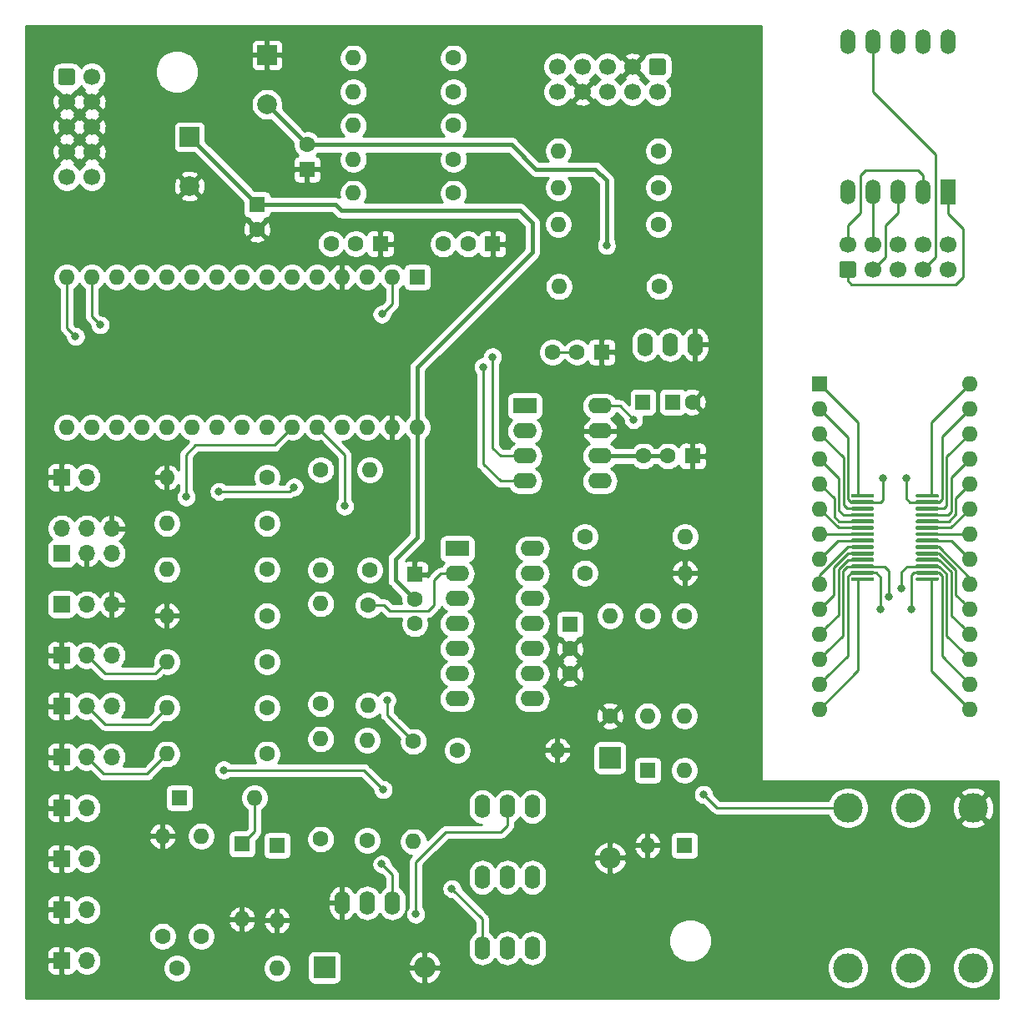
<source format=gbl>
%TF.GenerationSoftware,KiCad,Pcbnew,(5.1.10)-1*%
%TF.CreationDate,2022-09-29T16:57:17+02:00*%
%TF.ProjectId,Arduino Quantizer TK V1,41726475-696e-46f2-9051-75616e74697a,rev?*%
%TF.SameCoordinates,Original*%
%TF.FileFunction,Copper,L2,Bot*%
%TF.FilePolarity,Positive*%
%FSLAX46Y46*%
G04 Gerber Fmt 4.6, Leading zero omitted, Abs format (unit mm)*
G04 Created by KiCad (PCBNEW (5.1.10)-1) date 2022-09-29 16:57:17*
%MOMM*%
%LPD*%
G01*
G04 APERTURE LIST*
%TA.AperFunction,ComponentPad*%
%ADD10O,1.600000X1.600000*%
%TD*%
%TA.AperFunction,ComponentPad*%
%ADD11R,1.600000X1.600000*%
%TD*%
%TA.AperFunction,ComponentPad*%
%ADD12C,1.600000*%
%TD*%
%TA.AperFunction,ComponentPad*%
%ADD13R,2.000000X2.000000*%
%TD*%
%TA.AperFunction,ComponentPad*%
%ADD14C,2.000000*%
%TD*%
%TA.AperFunction,ComponentPad*%
%ADD15R,1.524000X2.524000*%
%TD*%
%TA.AperFunction,ComponentPad*%
%ADD16O,1.524000X2.524000*%
%TD*%
%TA.AperFunction,ComponentPad*%
%ADD17C,1.700000*%
%TD*%
%TA.AperFunction,ComponentPad*%
%ADD18R,1.700000X1.700000*%
%TD*%
%TA.AperFunction,ComponentPad*%
%ADD19O,1.700000X1.700000*%
%TD*%
%TA.AperFunction,ComponentPad*%
%ADD20O,1.600000X2.400000*%
%TD*%
%TA.AperFunction,ComponentPad*%
%ADD21R,2.400000X1.600000*%
%TD*%
%TA.AperFunction,ComponentPad*%
%ADD22O,2.400000X1.600000*%
%TD*%
%TA.AperFunction,ComponentPad*%
%ADD23C,3.000000*%
%TD*%
%TA.AperFunction,ComponentPad*%
%ADD24R,2.200000X2.200000*%
%TD*%
%TA.AperFunction,ComponentPad*%
%ADD25O,2.200000X2.200000*%
%TD*%
%TA.AperFunction,ViaPad*%
%ADD26C,0.800000*%
%TD*%
%TA.AperFunction,Conductor*%
%ADD27C,0.250000*%
%TD*%
%TA.AperFunction,Conductor*%
%ADD28C,0.450000*%
%TD*%
%TA.AperFunction,Conductor*%
%ADD29C,0.254000*%
%TD*%
%TA.AperFunction,Conductor*%
%ADD30C,0.100000*%
%TD*%
G04 APERTURE END LIST*
%TA.AperFunction,SMDPad,CuDef*%
G36*
G01*
X187727300Y-94252400D02*
X187727300Y-94452400D01*
G75*
G02*
X187627300Y-94552400I-100000J0D01*
G01*
X186352300Y-94552400D01*
G75*
G02*
X186252300Y-94452400I0J100000D01*
G01*
X186252300Y-94252400D01*
G75*
G02*
X186352300Y-94152400I100000J0D01*
G01*
X187627300Y-94152400D01*
G75*
G02*
X187727300Y-94252400I0J-100000D01*
G01*
G37*
%TD.AperFunction*%
%TA.AperFunction,SMDPad,CuDef*%
G36*
G01*
X187727300Y-94902400D02*
X187727300Y-95102400D01*
G75*
G02*
X187627300Y-95202400I-100000J0D01*
G01*
X186352300Y-95202400D01*
G75*
G02*
X186252300Y-95102400I0J100000D01*
G01*
X186252300Y-94902400D01*
G75*
G02*
X186352300Y-94802400I100000J0D01*
G01*
X187627300Y-94802400D01*
G75*
G02*
X187727300Y-94902400I0J-100000D01*
G01*
G37*
%TD.AperFunction*%
%TA.AperFunction,SMDPad,CuDef*%
G36*
G01*
X187727300Y-95552400D02*
X187727300Y-95752400D01*
G75*
G02*
X187627300Y-95852400I-100000J0D01*
G01*
X186352300Y-95852400D01*
G75*
G02*
X186252300Y-95752400I0J100000D01*
G01*
X186252300Y-95552400D01*
G75*
G02*
X186352300Y-95452400I100000J0D01*
G01*
X187627300Y-95452400D01*
G75*
G02*
X187727300Y-95552400I0J-100000D01*
G01*
G37*
%TD.AperFunction*%
%TA.AperFunction,SMDPad,CuDef*%
G36*
G01*
X187727300Y-96202400D02*
X187727300Y-96402400D01*
G75*
G02*
X187627300Y-96502400I-100000J0D01*
G01*
X186352300Y-96502400D01*
G75*
G02*
X186252300Y-96402400I0J100000D01*
G01*
X186252300Y-96202400D01*
G75*
G02*
X186352300Y-96102400I100000J0D01*
G01*
X187627300Y-96102400D01*
G75*
G02*
X187727300Y-96202400I0J-100000D01*
G01*
G37*
%TD.AperFunction*%
%TA.AperFunction,SMDPad,CuDef*%
G36*
G01*
X187727300Y-96852400D02*
X187727300Y-97052400D01*
G75*
G02*
X187627300Y-97152400I-100000J0D01*
G01*
X186352300Y-97152400D01*
G75*
G02*
X186252300Y-97052400I0J100000D01*
G01*
X186252300Y-96852400D01*
G75*
G02*
X186352300Y-96752400I100000J0D01*
G01*
X187627300Y-96752400D01*
G75*
G02*
X187727300Y-96852400I0J-100000D01*
G01*
G37*
%TD.AperFunction*%
%TA.AperFunction,SMDPad,CuDef*%
G36*
G01*
X187727300Y-97502400D02*
X187727300Y-97702400D01*
G75*
G02*
X187627300Y-97802400I-100000J0D01*
G01*
X186352300Y-97802400D01*
G75*
G02*
X186252300Y-97702400I0J100000D01*
G01*
X186252300Y-97502400D01*
G75*
G02*
X186352300Y-97402400I100000J0D01*
G01*
X187627300Y-97402400D01*
G75*
G02*
X187727300Y-97502400I0J-100000D01*
G01*
G37*
%TD.AperFunction*%
%TA.AperFunction,SMDPad,CuDef*%
G36*
G01*
X187727300Y-98152400D02*
X187727300Y-98352400D01*
G75*
G02*
X187627300Y-98452400I-100000J0D01*
G01*
X186352300Y-98452400D01*
G75*
G02*
X186252300Y-98352400I0J100000D01*
G01*
X186252300Y-98152400D01*
G75*
G02*
X186352300Y-98052400I100000J0D01*
G01*
X187627300Y-98052400D01*
G75*
G02*
X187727300Y-98152400I0J-100000D01*
G01*
G37*
%TD.AperFunction*%
%TA.AperFunction,SMDPad,CuDef*%
G36*
G01*
X187727300Y-98802400D02*
X187727300Y-99002400D01*
G75*
G02*
X187627300Y-99102400I-100000J0D01*
G01*
X186352300Y-99102400D01*
G75*
G02*
X186252300Y-99002400I0J100000D01*
G01*
X186252300Y-98802400D01*
G75*
G02*
X186352300Y-98702400I100000J0D01*
G01*
X187627300Y-98702400D01*
G75*
G02*
X187727300Y-98802400I0J-100000D01*
G01*
G37*
%TD.AperFunction*%
%TA.AperFunction,SMDPad,CuDef*%
G36*
G01*
X187727300Y-99452400D02*
X187727300Y-99652400D01*
G75*
G02*
X187627300Y-99752400I-100000J0D01*
G01*
X186352300Y-99752400D01*
G75*
G02*
X186252300Y-99652400I0J100000D01*
G01*
X186252300Y-99452400D01*
G75*
G02*
X186352300Y-99352400I100000J0D01*
G01*
X187627300Y-99352400D01*
G75*
G02*
X187727300Y-99452400I0J-100000D01*
G01*
G37*
%TD.AperFunction*%
%TA.AperFunction,SMDPad,CuDef*%
G36*
G01*
X187727300Y-100102400D02*
X187727300Y-100302400D01*
G75*
G02*
X187627300Y-100402400I-100000J0D01*
G01*
X186352300Y-100402400D01*
G75*
G02*
X186252300Y-100302400I0J100000D01*
G01*
X186252300Y-100102400D01*
G75*
G02*
X186352300Y-100002400I100000J0D01*
G01*
X187627300Y-100002400D01*
G75*
G02*
X187727300Y-100102400I0J-100000D01*
G01*
G37*
%TD.AperFunction*%
%TA.AperFunction,SMDPad,CuDef*%
G36*
G01*
X187727300Y-100752400D02*
X187727300Y-100952400D01*
G75*
G02*
X187627300Y-101052400I-100000J0D01*
G01*
X186352300Y-101052400D01*
G75*
G02*
X186252300Y-100952400I0J100000D01*
G01*
X186252300Y-100752400D01*
G75*
G02*
X186352300Y-100652400I100000J0D01*
G01*
X187627300Y-100652400D01*
G75*
G02*
X187727300Y-100752400I0J-100000D01*
G01*
G37*
%TD.AperFunction*%
%TA.AperFunction,SMDPad,CuDef*%
G36*
G01*
X187727300Y-101402400D02*
X187727300Y-101602400D01*
G75*
G02*
X187627300Y-101702400I-100000J0D01*
G01*
X186352300Y-101702400D01*
G75*
G02*
X186252300Y-101602400I0J100000D01*
G01*
X186252300Y-101402400D01*
G75*
G02*
X186352300Y-101302400I100000J0D01*
G01*
X187627300Y-101302400D01*
G75*
G02*
X187727300Y-101402400I0J-100000D01*
G01*
G37*
%TD.AperFunction*%
%TA.AperFunction,SMDPad,CuDef*%
G36*
G01*
X187727300Y-102052400D02*
X187727300Y-102252400D01*
G75*
G02*
X187627300Y-102352400I-100000J0D01*
G01*
X186352300Y-102352400D01*
G75*
G02*
X186252300Y-102252400I0J100000D01*
G01*
X186252300Y-102052400D01*
G75*
G02*
X186352300Y-101952400I100000J0D01*
G01*
X187627300Y-101952400D01*
G75*
G02*
X187727300Y-102052400I0J-100000D01*
G01*
G37*
%TD.AperFunction*%
%TA.AperFunction,SMDPad,CuDef*%
G36*
G01*
X187727300Y-102702400D02*
X187727300Y-102902400D01*
G75*
G02*
X187627300Y-103002400I-100000J0D01*
G01*
X186352300Y-103002400D01*
G75*
G02*
X186252300Y-102902400I0J100000D01*
G01*
X186252300Y-102702400D01*
G75*
G02*
X186352300Y-102602400I100000J0D01*
G01*
X187627300Y-102602400D01*
G75*
G02*
X187727300Y-102702400I0J-100000D01*
G01*
G37*
%TD.AperFunction*%
%TA.AperFunction,SMDPad,CuDef*%
G36*
G01*
X193452300Y-102702400D02*
X193452300Y-102902400D01*
G75*
G02*
X193352300Y-103002400I-100000J0D01*
G01*
X192077300Y-103002400D01*
G75*
G02*
X191977300Y-102902400I0J100000D01*
G01*
X191977300Y-102702400D01*
G75*
G02*
X192077300Y-102602400I100000J0D01*
G01*
X193352300Y-102602400D01*
G75*
G02*
X193452300Y-102702400I0J-100000D01*
G01*
G37*
%TD.AperFunction*%
%TA.AperFunction,SMDPad,CuDef*%
G36*
G01*
X193452300Y-102052400D02*
X193452300Y-102252400D01*
G75*
G02*
X193352300Y-102352400I-100000J0D01*
G01*
X192077300Y-102352400D01*
G75*
G02*
X191977300Y-102252400I0J100000D01*
G01*
X191977300Y-102052400D01*
G75*
G02*
X192077300Y-101952400I100000J0D01*
G01*
X193352300Y-101952400D01*
G75*
G02*
X193452300Y-102052400I0J-100000D01*
G01*
G37*
%TD.AperFunction*%
%TA.AperFunction,SMDPad,CuDef*%
G36*
G01*
X193452300Y-101402400D02*
X193452300Y-101602400D01*
G75*
G02*
X193352300Y-101702400I-100000J0D01*
G01*
X192077300Y-101702400D01*
G75*
G02*
X191977300Y-101602400I0J100000D01*
G01*
X191977300Y-101402400D01*
G75*
G02*
X192077300Y-101302400I100000J0D01*
G01*
X193352300Y-101302400D01*
G75*
G02*
X193452300Y-101402400I0J-100000D01*
G01*
G37*
%TD.AperFunction*%
%TA.AperFunction,SMDPad,CuDef*%
G36*
G01*
X193452300Y-100752400D02*
X193452300Y-100952400D01*
G75*
G02*
X193352300Y-101052400I-100000J0D01*
G01*
X192077300Y-101052400D01*
G75*
G02*
X191977300Y-100952400I0J100000D01*
G01*
X191977300Y-100752400D01*
G75*
G02*
X192077300Y-100652400I100000J0D01*
G01*
X193352300Y-100652400D01*
G75*
G02*
X193452300Y-100752400I0J-100000D01*
G01*
G37*
%TD.AperFunction*%
%TA.AperFunction,SMDPad,CuDef*%
G36*
G01*
X193452300Y-100102400D02*
X193452300Y-100302400D01*
G75*
G02*
X193352300Y-100402400I-100000J0D01*
G01*
X192077300Y-100402400D01*
G75*
G02*
X191977300Y-100302400I0J100000D01*
G01*
X191977300Y-100102400D01*
G75*
G02*
X192077300Y-100002400I100000J0D01*
G01*
X193352300Y-100002400D01*
G75*
G02*
X193452300Y-100102400I0J-100000D01*
G01*
G37*
%TD.AperFunction*%
%TA.AperFunction,SMDPad,CuDef*%
G36*
G01*
X193452300Y-99452400D02*
X193452300Y-99652400D01*
G75*
G02*
X193352300Y-99752400I-100000J0D01*
G01*
X192077300Y-99752400D01*
G75*
G02*
X191977300Y-99652400I0J100000D01*
G01*
X191977300Y-99452400D01*
G75*
G02*
X192077300Y-99352400I100000J0D01*
G01*
X193352300Y-99352400D01*
G75*
G02*
X193452300Y-99452400I0J-100000D01*
G01*
G37*
%TD.AperFunction*%
%TA.AperFunction,SMDPad,CuDef*%
G36*
G01*
X193452300Y-98802400D02*
X193452300Y-99002400D01*
G75*
G02*
X193352300Y-99102400I-100000J0D01*
G01*
X192077300Y-99102400D01*
G75*
G02*
X191977300Y-99002400I0J100000D01*
G01*
X191977300Y-98802400D01*
G75*
G02*
X192077300Y-98702400I100000J0D01*
G01*
X193352300Y-98702400D01*
G75*
G02*
X193452300Y-98802400I0J-100000D01*
G01*
G37*
%TD.AperFunction*%
%TA.AperFunction,SMDPad,CuDef*%
G36*
G01*
X193452300Y-98152400D02*
X193452300Y-98352400D01*
G75*
G02*
X193352300Y-98452400I-100000J0D01*
G01*
X192077300Y-98452400D01*
G75*
G02*
X191977300Y-98352400I0J100000D01*
G01*
X191977300Y-98152400D01*
G75*
G02*
X192077300Y-98052400I100000J0D01*
G01*
X193352300Y-98052400D01*
G75*
G02*
X193452300Y-98152400I0J-100000D01*
G01*
G37*
%TD.AperFunction*%
%TA.AperFunction,SMDPad,CuDef*%
G36*
G01*
X193452300Y-97502400D02*
X193452300Y-97702400D01*
G75*
G02*
X193352300Y-97802400I-100000J0D01*
G01*
X192077300Y-97802400D01*
G75*
G02*
X191977300Y-97702400I0J100000D01*
G01*
X191977300Y-97502400D01*
G75*
G02*
X192077300Y-97402400I100000J0D01*
G01*
X193352300Y-97402400D01*
G75*
G02*
X193452300Y-97502400I0J-100000D01*
G01*
G37*
%TD.AperFunction*%
%TA.AperFunction,SMDPad,CuDef*%
G36*
G01*
X193452300Y-96852400D02*
X193452300Y-97052400D01*
G75*
G02*
X193352300Y-97152400I-100000J0D01*
G01*
X192077300Y-97152400D01*
G75*
G02*
X191977300Y-97052400I0J100000D01*
G01*
X191977300Y-96852400D01*
G75*
G02*
X192077300Y-96752400I100000J0D01*
G01*
X193352300Y-96752400D01*
G75*
G02*
X193452300Y-96852400I0J-100000D01*
G01*
G37*
%TD.AperFunction*%
%TA.AperFunction,SMDPad,CuDef*%
G36*
G01*
X193452300Y-96202400D02*
X193452300Y-96402400D01*
G75*
G02*
X193352300Y-96502400I-100000J0D01*
G01*
X192077300Y-96502400D01*
G75*
G02*
X191977300Y-96402400I0J100000D01*
G01*
X191977300Y-96202400D01*
G75*
G02*
X192077300Y-96102400I100000J0D01*
G01*
X193352300Y-96102400D01*
G75*
G02*
X193452300Y-96202400I0J-100000D01*
G01*
G37*
%TD.AperFunction*%
%TA.AperFunction,SMDPad,CuDef*%
G36*
G01*
X193452300Y-95552400D02*
X193452300Y-95752400D01*
G75*
G02*
X193352300Y-95852400I-100000J0D01*
G01*
X192077300Y-95852400D01*
G75*
G02*
X191977300Y-95752400I0J100000D01*
G01*
X191977300Y-95552400D01*
G75*
G02*
X192077300Y-95452400I100000J0D01*
G01*
X193352300Y-95452400D01*
G75*
G02*
X193452300Y-95552400I0J-100000D01*
G01*
G37*
%TD.AperFunction*%
%TA.AperFunction,SMDPad,CuDef*%
G36*
G01*
X193452300Y-94902400D02*
X193452300Y-95102400D01*
G75*
G02*
X193352300Y-95202400I-100000J0D01*
G01*
X192077300Y-95202400D01*
G75*
G02*
X191977300Y-95102400I0J100000D01*
G01*
X191977300Y-94902400D01*
G75*
G02*
X192077300Y-94802400I100000J0D01*
G01*
X193352300Y-94802400D01*
G75*
G02*
X193452300Y-94902400I0J-100000D01*
G01*
G37*
%TD.AperFunction*%
%TA.AperFunction,SMDPad,CuDef*%
G36*
G01*
X193452300Y-94252400D02*
X193452300Y-94452400D01*
G75*
G02*
X193352300Y-94552400I-100000J0D01*
G01*
X192077300Y-94552400D01*
G75*
G02*
X191977300Y-94452400I0J100000D01*
G01*
X191977300Y-94252400D01*
G75*
G02*
X192077300Y-94152400I100000J0D01*
G01*
X193352300Y-94152400D01*
G75*
G02*
X193452300Y-94252400I0J-100000D01*
G01*
G37*
%TD.AperFunction*%
D10*
X197446900Y-82981800D03*
X182206900Y-116001800D03*
X197446900Y-85521800D03*
X182206900Y-113461800D03*
X197446900Y-88061800D03*
X182206900Y-110921800D03*
X197446900Y-90601800D03*
X182206900Y-108381800D03*
X197446900Y-93141800D03*
X182206900Y-105841800D03*
X197446900Y-95681800D03*
X182206900Y-103301800D03*
X197446900Y-98221800D03*
X182206900Y-100761800D03*
X197446900Y-100761800D03*
X182206900Y-98221800D03*
X197446900Y-103301800D03*
X182206900Y-95681800D03*
X197446900Y-105841800D03*
X182206900Y-93141800D03*
X197446900Y-108381800D03*
X182206900Y-90601800D03*
X197446900Y-110921800D03*
X182206900Y-88061800D03*
X197446900Y-113461800D03*
X182206900Y-85521800D03*
X197446900Y-116001800D03*
D11*
X182206900Y-82981800D03*
%TA.AperFunction,SMDPad,CuDef*%
G36*
G01*
X186877300Y-94252400D02*
X186877300Y-94452400D01*
G75*
G02*
X186777300Y-94552400I-100000J0D01*
G01*
X185502300Y-94552400D01*
G75*
G02*
X185402300Y-94452400I0J100000D01*
G01*
X185402300Y-94252400D01*
G75*
G02*
X185502300Y-94152400I100000J0D01*
G01*
X186777300Y-94152400D01*
G75*
G02*
X186877300Y-94252400I0J-100000D01*
G01*
G37*
%TD.AperFunction*%
%TA.AperFunction,SMDPad,CuDef*%
G36*
G01*
X186877300Y-94902400D02*
X186877300Y-95102400D01*
G75*
G02*
X186777300Y-95202400I-100000J0D01*
G01*
X185502300Y-95202400D01*
G75*
G02*
X185402300Y-95102400I0J100000D01*
G01*
X185402300Y-94902400D01*
G75*
G02*
X185502300Y-94802400I100000J0D01*
G01*
X186777300Y-94802400D01*
G75*
G02*
X186877300Y-94902400I0J-100000D01*
G01*
G37*
%TD.AperFunction*%
%TA.AperFunction,SMDPad,CuDef*%
G36*
G01*
X186877300Y-95552400D02*
X186877300Y-95752400D01*
G75*
G02*
X186777300Y-95852400I-100000J0D01*
G01*
X185502300Y-95852400D01*
G75*
G02*
X185402300Y-95752400I0J100000D01*
G01*
X185402300Y-95552400D01*
G75*
G02*
X185502300Y-95452400I100000J0D01*
G01*
X186777300Y-95452400D01*
G75*
G02*
X186877300Y-95552400I0J-100000D01*
G01*
G37*
%TD.AperFunction*%
%TA.AperFunction,SMDPad,CuDef*%
G36*
G01*
X186877300Y-96202400D02*
X186877300Y-96402400D01*
G75*
G02*
X186777300Y-96502400I-100000J0D01*
G01*
X185502300Y-96502400D01*
G75*
G02*
X185402300Y-96402400I0J100000D01*
G01*
X185402300Y-96202400D01*
G75*
G02*
X185502300Y-96102400I100000J0D01*
G01*
X186777300Y-96102400D01*
G75*
G02*
X186877300Y-96202400I0J-100000D01*
G01*
G37*
%TD.AperFunction*%
%TA.AperFunction,SMDPad,CuDef*%
G36*
G01*
X186877300Y-96852400D02*
X186877300Y-97052400D01*
G75*
G02*
X186777300Y-97152400I-100000J0D01*
G01*
X185502300Y-97152400D01*
G75*
G02*
X185402300Y-97052400I0J100000D01*
G01*
X185402300Y-96852400D01*
G75*
G02*
X185502300Y-96752400I100000J0D01*
G01*
X186777300Y-96752400D01*
G75*
G02*
X186877300Y-96852400I0J-100000D01*
G01*
G37*
%TD.AperFunction*%
%TA.AperFunction,SMDPad,CuDef*%
G36*
G01*
X186877300Y-97502400D02*
X186877300Y-97702400D01*
G75*
G02*
X186777300Y-97802400I-100000J0D01*
G01*
X185502300Y-97802400D01*
G75*
G02*
X185402300Y-97702400I0J100000D01*
G01*
X185402300Y-97502400D01*
G75*
G02*
X185502300Y-97402400I100000J0D01*
G01*
X186777300Y-97402400D01*
G75*
G02*
X186877300Y-97502400I0J-100000D01*
G01*
G37*
%TD.AperFunction*%
%TA.AperFunction,SMDPad,CuDef*%
G36*
G01*
X186877300Y-98152400D02*
X186877300Y-98352400D01*
G75*
G02*
X186777300Y-98452400I-100000J0D01*
G01*
X185502300Y-98452400D01*
G75*
G02*
X185402300Y-98352400I0J100000D01*
G01*
X185402300Y-98152400D01*
G75*
G02*
X185502300Y-98052400I100000J0D01*
G01*
X186777300Y-98052400D01*
G75*
G02*
X186877300Y-98152400I0J-100000D01*
G01*
G37*
%TD.AperFunction*%
%TA.AperFunction,SMDPad,CuDef*%
G36*
G01*
X186877300Y-98802400D02*
X186877300Y-99002400D01*
G75*
G02*
X186777300Y-99102400I-100000J0D01*
G01*
X185502300Y-99102400D01*
G75*
G02*
X185402300Y-99002400I0J100000D01*
G01*
X185402300Y-98802400D01*
G75*
G02*
X185502300Y-98702400I100000J0D01*
G01*
X186777300Y-98702400D01*
G75*
G02*
X186877300Y-98802400I0J-100000D01*
G01*
G37*
%TD.AperFunction*%
%TA.AperFunction,SMDPad,CuDef*%
G36*
G01*
X186877300Y-99452400D02*
X186877300Y-99652400D01*
G75*
G02*
X186777300Y-99752400I-100000J0D01*
G01*
X185502300Y-99752400D01*
G75*
G02*
X185402300Y-99652400I0J100000D01*
G01*
X185402300Y-99452400D01*
G75*
G02*
X185502300Y-99352400I100000J0D01*
G01*
X186777300Y-99352400D01*
G75*
G02*
X186877300Y-99452400I0J-100000D01*
G01*
G37*
%TD.AperFunction*%
%TA.AperFunction,SMDPad,CuDef*%
G36*
G01*
X186877300Y-100102400D02*
X186877300Y-100302400D01*
G75*
G02*
X186777300Y-100402400I-100000J0D01*
G01*
X185502300Y-100402400D01*
G75*
G02*
X185402300Y-100302400I0J100000D01*
G01*
X185402300Y-100102400D01*
G75*
G02*
X185502300Y-100002400I100000J0D01*
G01*
X186777300Y-100002400D01*
G75*
G02*
X186877300Y-100102400I0J-100000D01*
G01*
G37*
%TD.AperFunction*%
%TA.AperFunction,SMDPad,CuDef*%
G36*
G01*
X186877300Y-100752400D02*
X186877300Y-100952400D01*
G75*
G02*
X186777300Y-101052400I-100000J0D01*
G01*
X185502300Y-101052400D01*
G75*
G02*
X185402300Y-100952400I0J100000D01*
G01*
X185402300Y-100752400D01*
G75*
G02*
X185502300Y-100652400I100000J0D01*
G01*
X186777300Y-100652400D01*
G75*
G02*
X186877300Y-100752400I0J-100000D01*
G01*
G37*
%TD.AperFunction*%
%TA.AperFunction,SMDPad,CuDef*%
G36*
G01*
X186877300Y-101402400D02*
X186877300Y-101602400D01*
G75*
G02*
X186777300Y-101702400I-100000J0D01*
G01*
X185502300Y-101702400D01*
G75*
G02*
X185402300Y-101602400I0J100000D01*
G01*
X185402300Y-101402400D01*
G75*
G02*
X185502300Y-101302400I100000J0D01*
G01*
X186777300Y-101302400D01*
G75*
G02*
X186877300Y-101402400I0J-100000D01*
G01*
G37*
%TD.AperFunction*%
%TA.AperFunction,SMDPad,CuDef*%
G36*
G01*
X186877300Y-102052400D02*
X186877300Y-102252400D01*
G75*
G02*
X186777300Y-102352400I-100000J0D01*
G01*
X185502300Y-102352400D01*
G75*
G02*
X185402300Y-102252400I0J100000D01*
G01*
X185402300Y-102052400D01*
G75*
G02*
X185502300Y-101952400I100000J0D01*
G01*
X186777300Y-101952400D01*
G75*
G02*
X186877300Y-102052400I0J-100000D01*
G01*
G37*
%TD.AperFunction*%
%TA.AperFunction,SMDPad,CuDef*%
G36*
G01*
X186877300Y-102702400D02*
X186877300Y-102902400D01*
G75*
G02*
X186777300Y-103002400I-100000J0D01*
G01*
X185502300Y-103002400D01*
G75*
G02*
X185402300Y-102902400I0J100000D01*
G01*
X185402300Y-102702400D01*
G75*
G02*
X185502300Y-102602400I100000J0D01*
G01*
X186777300Y-102602400D01*
G75*
G02*
X186877300Y-102702400I0J-100000D01*
G01*
G37*
%TD.AperFunction*%
%TA.AperFunction,SMDPad,CuDef*%
G36*
G01*
X194302300Y-102702400D02*
X194302300Y-102902400D01*
G75*
G02*
X194202300Y-103002400I-100000J0D01*
G01*
X192927300Y-103002400D01*
G75*
G02*
X192827300Y-102902400I0J100000D01*
G01*
X192827300Y-102702400D01*
G75*
G02*
X192927300Y-102602400I100000J0D01*
G01*
X194202300Y-102602400D01*
G75*
G02*
X194302300Y-102702400I0J-100000D01*
G01*
G37*
%TD.AperFunction*%
%TA.AperFunction,SMDPad,CuDef*%
G36*
G01*
X194302300Y-102052400D02*
X194302300Y-102252400D01*
G75*
G02*
X194202300Y-102352400I-100000J0D01*
G01*
X192927300Y-102352400D01*
G75*
G02*
X192827300Y-102252400I0J100000D01*
G01*
X192827300Y-102052400D01*
G75*
G02*
X192927300Y-101952400I100000J0D01*
G01*
X194202300Y-101952400D01*
G75*
G02*
X194302300Y-102052400I0J-100000D01*
G01*
G37*
%TD.AperFunction*%
%TA.AperFunction,SMDPad,CuDef*%
G36*
G01*
X194302300Y-101402400D02*
X194302300Y-101602400D01*
G75*
G02*
X194202300Y-101702400I-100000J0D01*
G01*
X192927300Y-101702400D01*
G75*
G02*
X192827300Y-101602400I0J100000D01*
G01*
X192827300Y-101402400D01*
G75*
G02*
X192927300Y-101302400I100000J0D01*
G01*
X194202300Y-101302400D01*
G75*
G02*
X194302300Y-101402400I0J-100000D01*
G01*
G37*
%TD.AperFunction*%
%TA.AperFunction,SMDPad,CuDef*%
G36*
G01*
X194302300Y-100752400D02*
X194302300Y-100952400D01*
G75*
G02*
X194202300Y-101052400I-100000J0D01*
G01*
X192927300Y-101052400D01*
G75*
G02*
X192827300Y-100952400I0J100000D01*
G01*
X192827300Y-100752400D01*
G75*
G02*
X192927300Y-100652400I100000J0D01*
G01*
X194202300Y-100652400D01*
G75*
G02*
X194302300Y-100752400I0J-100000D01*
G01*
G37*
%TD.AperFunction*%
%TA.AperFunction,SMDPad,CuDef*%
G36*
G01*
X194302300Y-100102400D02*
X194302300Y-100302400D01*
G75*
G02*
X194202300Y-100402400I-100000J0D01*
G01*
X192927300Y-100402400D01*
G75*
G02*
X192827300Y-100302400I0J100000D01*
G01*
X192827300Y-100102400D01*
G75*
G02*
X192927300Y-100002400I100000J0D01*
G01*
X194202300Y-100002400D01*
G75*
G02*
X194302300Y-100102400I0J-100000D01*
G01*
G37*
%TD.AperFunction*%
%TA.AperFunction,SMDPad,CuDef*%
G36*
G01*
X194302300Y-99452400D02*
X194302300Y-99652400D01*
G75*
G02*
X194202300Y-99752400I-100000J0D01*
G01*
X192927300Y-99752400D01*
G75*
G02*
X192827300Y-99652400I0J100000D01*
G01*
X192827300Y-99452400D01*
G75*
G02*
X192927300Y-99352400I100000J0D01*
G01*
X194202300Y-99352400D01*
G75*
G02*
X194302300Y-99452400I0J-100000D01*
G01*
G37*
%TD.AperFunction*%
%TA.AperFunction,SMDPad,CuDef*%
G36*
G01*
X194302300Y-98802400D02*
X194302300Y-99002400D01*
G75*
G02*
X194202300Y-99102400I-100000J0D01*
G01*
X192927300Y-99102400D01*
G75*
G02*
X192827300Y-99002400I0J100000D01*
G01*
X192827300Y-98802400D01*
G75*
G02*
X192927300Y-98702400I100000J0D01*
G01*
X194202300Y-98702400D01*
G75*
G02*
X194302300Y-98802400I0J-100000D01*
G01*
G37*
%TD.AperFunction*%
%TA.AperFunction,SMDPad,CuDef*%
G36*
G01*
X194302300Y-98152400D02*
X194302300Y-98352400D01*
G75*
G02*
X194202300Y-98452400I-100000J0D01*
G01*
X192927300Y-98452400D01*
G75*
G02*
X192827300Y-98352400I0J100000D01*
G01*
X192827300Y-98152400D01*
G75*
G02*
X192927300Y-98052400I100000J0D01*
G01*
X194202300Y-98052400D01*
G75*
G02*
X194302300Y-98152400I0J-100000D01*
G01*
G37*
%TD.AperFunction*%
%TA.AperFunction,SMDPad,CuDef*%
G36*
G01*
X194302300Y-97502400D02*
X194302300Y-97702400D01*
G75*
G02*
X194202300Y-97802400I-100000J0D01*
G01*
X192927300Y-97802400D01*
G75*
G02*
X192827300Y-97702400I0J100000D01*
G01*
X192827300Y-97502400D01*
G75*
G02*
X192927300Y-97402400I100000J0D01*
G01*
X194202300Y-97402400D01*
G75*
G02*
X194302300Y-97502400I0J-100000D01*
G01*
G37*
%TD.AperFunction*%
%TA.AperFunction,SMDPad,CuDef*%
G36*
G01*
X194302300Y-96852400D02*
X194302300Y-97052400D01*
G75*
G02*
X194202300Y-97152400I-100000J0D01*
G01*
X192927300Y-97152400D01*
G75*
G02*
X192827300Y-97052400I0J100000D01*
G01*
X192827300Y-96852400D01*
G75*
G02*
X192927300Y-96752400I100000J0D01*
G01*
X194202300Y-96752400D01*
G75*
G02*
X194302300Y-96852400I0J-100000D01*
G01*
G37*
%TD.AperFunction*%
%TA.AperFunction,SMDPad,CuDef*%
G36*
G01*
X194302300Y-96202400D02*
X194302300Y-96402400D01*
G75*
G02*
X194202300Y-96502400I-100000J0D01*
G01*
X192927300Y-96502400D01*
G75*
G02*
X192827300Y-96402400I0J100000D01*
G01*
X192827300Y-96202400D01*
G75*
G02*
X192927300Y-96102400I100000J0D01*
G01*
X194202300Y-96102400D01*
G75*
G02*
X194302300Y-96202400I0J-100000D01*
G01*
G37*
%TD.AperFunction*%
%TA.AperFunction,SMDPad,CuDef*%
G36*
G01*
X194302300Y-95552400D02*
X194302300Y-95752400D01*
G75*
G02*
X194202300Y-95852400I-100000J0D01*
G01*
X192927300Y-95852400D01*
G75*
G02*
X192827300Y-95752400I0J100000D01*
G01*
X192827300Y-95552400D01*
G75*
G02*
X192927300Y-95452400I100000J0D01*
G01*
X194202300Y-95452400D01*
G75*
G02*
X194302300Y-95552400I0J-100000D01*
G01*
G37*
%TD.AperFunction*%
%TA.AperFunction,SMDPad,CuDef*%
G36*
G01*
X194302300Y-94902400D02*
X194302300Y-95102400D01*
G75*
G02*
X194202300Y-95202400I-100000J0D01*
G01*
X192927300Y-95202400D01*
G75*
G02*
X192827300Y-95102400I0J100000D01*
G01*
X192827300Y-94902400D01*
G75*
G02*
X192927300Y-94802400I100000J0D01*
G01*
X194202300Y-94802400D01*
G75*
G02*
X194302300Y-94902400I0J-100000D01*
G01*
G37*
%TD.AperFunction*%
%TA.AperFunction,SMDPad,CuDef*%
G36*
G01*
X194302300Y-94252400D02*
X194302300Y-94452400D01*
G75*
G02*
X194202300Y-94552400I-100000J0D01*
G01*
X192927300Y-94552400D01*
G75*
G02*
X192827300Y-94452400I0J100000D01*
G01*
X192827300Y-94252400D01*
G75*
G02*
X192927300Y-94152400I100000J0D01*
G01*
X194202300Y-94152400D01*
G75*
G02*
X194302300Y-94252400I0J-100000D01*
G01*
G37*
%TD.AperFunction*%
X130213100Y-61239400D03*
D12*
X130213100Y-58739400D03*
D11*
X125133100Y-64795400D03*
D12*
X125133100Y-67295400D03*
D13*
X126149100Y-49635400D03*
D14*
X126149100Y-54635400D03*
D13*
X118275100Y-57937400D03*
D14*
X118275100Y-62937400D03*
D15*
X195237100Y-63525400D03*
D16*
X192697100Y-63525400D03*
X190157100Y-63525400D03*
X187617100Y-63525400D03*
X185077100Y-63525400D03*
X185077100Y-48285400D03*
X187617100Y-48285400D03*
X190157100Y-48285400D03*
X192697100Y-48285400D03*
X195237100Y-48285400D03*
%TA.AperFunction,ComponentPad*%
G36*
G01*
X185677100Y-72249400D02*
X184477100Y-72249400D01*
G75*
G02*
X184227100Y-71999400I0J250000D01*
G01*
X184227100Y-70799400D01*
G75*
G02*
X184477100Y-70549400I250000J0D01*
G01*
X185677100Y-70549400D01*
G75*
G02*
X185927100Y-70799400I0J-250000D01*
G01*
X185927100Y-71999400D01*
G75*
G02*
X185677100Y-72249400I-250000J0D01*
G01*
G37*
%TD.AperFunction*%
D17*
X187617100Y-71399400D03*
X190157100Y-71399400D03*
X192697100Y-71399400D03*
X195237100Y-71399400D03*
X185077100Y-68859400D03*
X187617100Y-68859400D03*
X190157100Y-68859400D03*
X192697100Y-68859400D03*
X195237100Y-68859400D03*
%TA.AperFunction,ComponentPad*%
G36*
G01*
X104979100Y-52441400D02*
X104979100Y-51241400D01*
G75*
G02*
X105229100Y-50991400I250000J0D01*
G01*
X106429100Y-50991400D01*
G75*
G02*
X106679100Y-51241400I0J-250000D01*
G01*
X106679100Y-52441400D01*
G75*
G02*
X106429100Y-52691400I-250000J0D01*
G01*
X105229100Y-52691400D01*
G75*
G02*
X104979100Y-52441400I0J250000D01*
G01*
G37*
%TD.AperFunction*%
X105829100Y-54381400D03*
X105829100Y-56921400D03*
X105829100Y-59461400D03*
X105829100Y-62001400D03*
X108369100Y-51841400D03*
X108369100Y-54381400D03*
X108369100Y-56921400D03*
X108369100Y-59461400D03*
X108369100Y-62001400D03*
D18*
X105321100Y-105358510D03*
D19*
X107861100Y-105358510D03*
X110401100Y-105358510D03*
D18*
X105321100Y-92481400D03*
D19*
X107861100Y-92481400D03*
%TA.AperFunction,ComponentPad*%
G36*
G01*
X165173100Y-49975400D02*
X166373100Y-49975400D01*
G75*
G02*
X166623100Y-50225400I0J-250000D01*
G01*
X166623100Y-51425400D01*
G75*
G02*
X166373100Y-51675400I-250000J0D01*
G01*
X165173100Y-51675400D01*
G75*
G02*
X164923100Y-51425400I0J250000D01*
G01*
X164923100Y-50225400D01*
G75*
G02*
X165173100Y-49975400I250000J0D01*
G01*
G37*
%TD.AperFunction*%
D17*
X163233100Y-50825400D03*
X160693100Y-50825400D03*
X158153100Y-50825400D03*
X155613100Y-50825400D03*
X165773100Y-53365400D03*
X163233100Y-53365400D03*
X160693100Y-53365400D03*
X158153100Y-53365400D03*
X155613100Y-53365400D03*
D20*
X153073100Y-140233400D03*
X150533100Y-140233400D03*
X147993100Y-140233400D03*
X153073100Y-133057900D03*
X150533100Y-133057900D03*
X147993100Y-133057900D03*
X138849100Y-135661400D03*
X133769100Y-135661400D03*
X136309100Y-135661400D03*
D21*
X152311100Y-85242400D03*
D22*
X159931100Y-92862400D03*
X152311100Y-87782400D03*
X159931100Y-90322400D03*
X152311100Y-90322400D03*
X159931100Y-87782400D03*
X152311100Y-92862400D03*
X159931100Y-85242400D03*
D21*
X145453100Y-99720400D03*
D22*
X153073100Y-114960400D03*
X145453100Y-102260400D03*
X153073100Y-112420400D03*
X145453100Y-104800400D03*
X153073100Y-109880400D03*
X145453100Y-107340400D03*
X153073100Y-107340400D03*
X145453100Y-109880400D03*
X153073100Y-104800400D03*
X145453100Y-112420400D03*
X153073100Y-102260400D03*
X145453100Y-114960400D03*
X153073100Y-99720400D03*
D18*
X105321100Y-120849175D03*
D19*
X107861100Y-120849175D03*
X110401100Y-120849175D03*
D18*
X105321100Y-115685620D03*
D19*
X107861100Y-115685620D03*
X110401100Y-115685620D03*
D18*
X105321100Y-110522065D03*
D19*
X107861100Y-110522065D03*
X110401100Y-110522065D03*
D18*
X105321100Y-100194955D03*
D19*
X105321100Y-97654955D03*
X107861100Y-100194955D03*
X107861100Y-97654955D03*
X110401100Y-100194955D03*
X110401100Y-97654955D03*
D20*
X153073100Y-125882400D03*
X150533100Y-125882400D03*
X147993100Y-125882400D03*
D12*
X126149100Y-120548400D03*
D10*
X115989100Y-120548400D03*
D12*
X126149100Y-115870565D03*
D10*
X115989100Y-115870565D03*
D12*
X126149100Y-111192732D03*
D10*
X115989100Y-111192732D03*
D12*
X126149100Y-106514899D03*
D10*
X115989100Y-106514899D03*
D12*
X131610100Y-129184400D03*
D10*
X131610100Y-119024400D03*
D12*
X131610100Y-115468400D03*
D10*
X131610100Y-105308400D03*
D12*
X136436100Y-105435400D03*
D10*
X136436100Y-115595400D03*
D12*
X165925500Y-73126600D03*
D10*
X155765500Y-73126600D03*
D12*
X145453100Y-120167400D03*
D10*
X155613100Y-120167400D03*
D12*
X126149100Y-92481400D03*
D10*
X115989100Y-92481400D03*
D12*
X136563100Y-101879400D03*
D10*
X136563100Y-91719400D03*
D12*
X141008100Y-119278400D03*
D10*
X141008100Y-129438400D03*
D12*
X136309100Y-129311400D03*
D10*
X136309100Y-119151400D03*
D12*
X117005100Y-142265400D03*
D10*
X127165100Y-142265400D03*
D12*
X131610100Y-91719400D03*
D10*
X131610100Y-101879400D03*
D12*
X115544600Y-139026900D03*
D10*
X115544600Y-128866900D03*
D12*
X119481600Y-139026900D03*
D10*
X119481600Y-128866900D03*
D12*
X145072100Y-49936400D03*
D10*
X134912100Y-49936400D03*
D12*
X145072100Y-53365400D03*
D10*
X134912100Y-53365400D03*
D12*
X158381700Y-102184200D03*
D10*
X168541700Y-102184200D03*
D12*
X145072100Y-56794400D03*
D10*
X134912100Y-56794400D03*
D12*
X145072100Y-60223400D03*
D10*
X134912100Y-60223400D03*
D12*
X126149100Y-101837066D03*
D10*
X115989100Y-101837066D03*
D12*
X158381700Y-98501200D03*
D10*
X168541700Y-98501200D03*
D12*
X145072100Y-63652400D03*
D10*
X134912100Y-63652400D03*
D12*
X165874700Y-59359800D03*
D10*
X155714700Y-59359800D03*
D12*
X165874700Y-63080900D03*
D10*
X155714700Y-63080900D03*
D12*
X165874700Y-66802000D03*
D10*
X155714700Y-66802000D03*
D12*
X126149100Y-97159233D03*
D10*
X115989100Y-97159233D03*
D12*
X160947100Y-116674900D03*
D10*
X160947100Y-106514900D03*
D12*
X168503600Y-106514900D03*
D10*
X168503600Y-116674900D03*
D12*
X164757100Y-106514900D03*
D10*
X164757100Y-116674900D03*
D23*
X191427100Y-126009400D03*
X197777100Y-126009400D03*
X185077100Y-126009400D03*
X191427100Y-142239400D03*
X197777100Y-142239400D03*
X185077100Y-142239400D03*
D18*
X105321100Y-141503400D03*
D19*
X107861100Y-141503400D03*
D18*
X105321100Y-136339840D03*
D19*
X107861100Y-136339840D03*
D18*
X105321100Y-131176285D03*
D19*
X107861100Y-131176285D03*
D18*
X105321100Y-126012730D03*
D19*
X107861100Y-126012730D03*
D20*
X164503100Y-79019400D03*
X169583100Y-79019400D03*
X167043100Y-79019400D03*
D11*
X127165100Y-129819400D03*
D10*
X127165100Y-137439400D03*
D24*
X131991100Y-142189200D03*
D25*
X142151100Y-142189200D03*
D11*
X123609100Y-129692400D03*
D10*
X123609100Y-137312400D03*
D11*
X117259100Y-124993400D03*
D10*
X124879100Y-124993400D03*
D24*
X160947100Y-120929400D03*
D25*
X160947100Y-131089400D03*
D11*
X164757100Y-122199400D03*
D10*
X164757100Y-129819400D03*
D11*
X168503600Y-129819400D03*
D10*
X168503600Y-122199400D03*
D12*
X135155300Y-68783200D03*
D11*
X137655300Y-68783200D03*
D12*
X132655300Y-68783200D03*
X146530700Y-68808600D03*
D11*
X149030700Y-68808600D03*
D12*
X144030700Y-68808600D03*
X156883100Y-109880400D03*
D11*
X156883100Y-107380400D03*
D12*
X156883100Y-112380400D03*
X141135100Y-104840400D03*
D11*
X141135100Y-102340400D03*
D12*
X141135100Y-107340400D03*
X157605100Y-79781400D03*
D11*
X160105100Y-79781400D03*
D12*
X155105100Y-79781400D03*
X166829100Y-90322400D03*
D11*
X169329100Y-90322400D03*
D12*
X164329100Y-90322400D03*
D11*
X164297100Y-84837400D03*
D12*
X169297100Y-84837400D03*
D11*
X167297100Y-84837400D03*
X141389100Y-72161400D03*
D10*
X108369100Y-87401400D03*
X138849100Y-72161400D03*
X110909100Y-87401400D03*
X136309100Y-72161400D03*
X113449100Y-87401400D03*
X133769100Y-72161400D03*
X115989100Y-87401400D03*
X131229100Y-72161400D03*
X118529100Y-87401400D03*
X128689100Y-72161400D03*
X121069100Y-87401400D03*
X126149100Y-72161400D03*
X123609100Y-87401400D03*
X123609100Y-72161400D03*
X126149100Y-87401400D03*
X121069100Y-72161400D03*
X128689100Y-87401400D03*
X118529100Y-72161400D03*
X131229100Y-87401400D03*
X115989100Y-72161400D03*
X133769100Y-87401400D03*
X113449100Y-72161400D03*
X136309100Y-87401400D03*
X110909100Y-72161400D03*
X138849100Y-87401400D03*
X108369100Y-72161400D03*
X141389100Y-87401400D03*
X105829100Y-72161400D03*
X105829100Y-87401400D03*
D26*
X128892300Y-93472000D03*
X121272300Y-93903800D03*
X106718100Y-78181200D03*
X148069300Y-81280000D03*
X109207300Y-77012800D03*
X149034500Y-80264000D03*
X134023100Y-95402400D03*
X117944898Y-94462600D03*
X137782300Y-131724400D03*
X137934700Y-124155200D03*
X121754900Y-122174000D03*
X137807700Y-75920600D03*
X160591500Y-68961000D03*
X141236700Y-136804400D03*
X170421300Y-124637800D03*
X138315700Y-115087400D03*
X144894300Y-134213600D03*
X163334700Y-86639400D03*
X190969900Y-92557600D03*
X188404498Y-105841800D03*
X189268099Y-104571800D03*
X190512700Y-103759000D03*
X191477900Y-105841800D03*
X188633100Y-92532200D03*
D27*
X128892300Y-93472000D02*
X128460500Y-93903800D01*
X128460500Y-93903800D02*
X121272300Y-93903800D01*
X105829100Y-72161400D02*
X105829100Y-77292200D01*
X105829100Y-77292200D02*
X106718100Y-78181200D01*
X152311100Y-92862400D02*
X149821900Y-92862400D01*
X149821900Y-92862400D02*
X148069300Y-91109800D01*
X148069300Y-91109800D02*
X148069300Y-81280000D01*
D28*
X118275100Y-57937400D02*
X125133100Y-64795400D01*
X139179300Y-102884600D02*
X141135100Y-104840400D01*
X139179300Y-100761800D02*
X139179300Y-102884600D01*
X141389100Y-98552000D02*
X139179300Y-100761800D01*
X141389100Y-89458800D02*
X141389100Y-98552000D01*
X141389100Y-87401400D02*
X141389100Y-89458800D01*
X141389100Y-81330800D02*
X141389100Y-87401400D01*
X153073100Y-69646800D02*
X141389100Y-81330800D01*
X153073100Y-66675000D02*
X153073100Y-69646800D01*
X151828500Y-65430400D02*
X153073100Y-66675000D01*
X133692900Y-65430400D02*
X151828500Y-65430400D01*
X133057900Y-64795400D02*
X133692900Y-65430400D01*
X125133100Y-64795400D02*
X133057900Y-64795400D01*
D27*
X108369100Y-72161400D02*
X108369100Y-75895200D01*
X108369100Y-76174600D02*
X109207300Y-77012800D01*
X108369100Y-75895200D02*
X108369100Y-76174600D01*
X149821900Y-90322400D02*
X152311100Y-90322400D01*
X149034500Y-89535000D02*
X149821900Y-90322400D01*
X149034500Y-80264000D02*
X149034500Y-89535000D01*
D28*
X164329100Y-90322400D02*
X159931100Y-90322400D01*
X166829100Y-90322400D02*
X164329100Y-90322400D01*
D27*
X134023100Y-90195400D02*
X134023100Y-95402400D01*
X131229100Y-87401400D02*
X134023100Y-90195400D01*
X155105100Y-79781400D02*
X157605100Y-79781400D01*
X117944898Y-90170002D02*
X117944898Y-94462600D01*
X118910100Y-89204800D02*
X117944898Y-90170002D01*
X126885700Y-89204800D02*
X118910100Y-89204800D01*
X128689100Y-87401400D02*
X126885700Y-89204800D01*
X138849100Y-132791200D02*
X138849100Y-135661400D01*
X137782300Y-131724400D02*
X138849100Y-132791200D01*
X124879100Y-128422400D02*
X123609100Y-129692400D01*
X124879100Y-124993400D02*
X124879100Y-128422400D01*
X137934700Y-124155200D02*
X135953500Y-122174000D01*
X135953500Y-122174000D02*
X121754900Y-122174000D01*
X138849100Y-72161400D02*
X138849100Y-74879200D01*
X138849100Y-74879200D02*
X137807700Y-75920600D01*
D28*
X130213100Y-58739400D02*
X126149100Y-54675400D01*
X145543900Y-58739400D02*
X150954100Y-58739400D01*
X130213100Y-58739400D02*
X145543900Y-58739400D01*
X150954100Y-58739400D02*
X153428700Y-61214000D01*
X153428700Y-61214000D02*
X159448500Y-61214000D01*
X160591500Y-62357000D02*
X160591500Y-68961000D01*
X159448500Y-61214000D02*
X160591500Y-62357000D01*
D27*
X141236700Y-131495800D02*
X141236700Y-136804400D01*
X149847300Y-128473200D02*
X144259300Y-128473200D01*
X150533100Y-127787400D02*
X149847300Y-128473200D01*
X144259300Y-128473200D02*
X141236700Y-131495800D01*
X150533100Y-125882400D02*
X150533100Y-127787400D01*
X185077100Y-126009400D02*
X171792900Y-126009400D01*
X171792900Y-126009400D02*
X170421300Y-124637800D01*
X143776700Y-102260400D02*
X145453100Y-102260400D01*
X136436100Y-105435400D02*
X137985500Y-105435400D01*
X142455900Y-106070400D02*
X143116300Y-105410000D01*
X143116300Y-102920800D02*
X143776700Y-102260400D01*
X137985500Y-105435400D02*
X138620500Y-106070400D01*
X138620500Y-106070400D02*
X142455900Y-106070400D01*
X143116300Y-105410000D02*
X143116300Y-102920800D01*
X138315700Y-116586000D02*
X141008100Y-119278400D01*
X138315700Y-115087400D02*
X138315700Y-116586000D01*
X136563100Y-91719400D02*
X136715500Y-91719400D01*
X141008100Y-129438400D02*
X141262100Y-129438400D01*
X147993100Y-140233400D02*
X147993100Y-137312400D01*
X147993100Y-137312400D02*
X144894300Y-134213600D01*
X107861100Y-110522065D02*
X109708635Y-112369600D01*
X109708635Y-112369600D02*
X114812232Y-112369600D01*
X114812232Y-112369600D02*
X115989100Y-111192732D01*
X107861100Y-115685620D02*
X109726680Y-117551200D01*
X109726680Y-117551200D02*
X114308465Y-117551200D01*
X114308465Y-117551200D02*
X115989100Y-115870565D01*
X113982500Y-122555000D02*
X115989100Y-120548400D01*
X109566925Y-122555000D02*
X113982500Y-122555000D01*
X107861100Y-120849175D02*
X109566925Y-122555000D01*
X159931100Y-85242400D02*
X161937700Y-85242400D01*
X161937700Y-85242400D02*
X163334700Y-86639400D01*
X187617100Y-68859400D02*
X187617100Y-63525400D01*
X192697100Y-61874400D02*
X192697100Y-63525400D01*
X186855100Y-61366400D02*
X192189100Y-61366400D01*
X192189100Y-61366400D02*
X192697100Y-61874400D01*
X186347100Y-61874400D02*
X186855100Y-61366400D01*
X186347100Y-65659000D02*
X186347100Y-61874400D01*
X185077100Y-66929000D02*
X186347100Y-65659000D01*
X185077100Y-68859400D02*
X185077100Y-66929000D01*
X187617100Y-53340000D02*
X187617100Y-48285400D01*
X193967100Y-59690000D02*
X187617100Y-53340000D01*
X193967100Y-70129400D02*
X193967100Y-59690000D01*
X192697100Y-71399400D02*
X193967100Y-70129400D01*
X190157100Y-65659000D02*
X190157100Y-63525400D01*
X188887100Y-66929000D02*
X190157100Y-65659000D01*
X188887100Y-70129400D02*
X188887100Y-66929000D01*
X187617100Y-71399400D02*
X188887100Y-70129400D01*
X195237100Y-65709800D02*
X195237100Y-63525400D01*
X196761100Y-67233800D02*
X195237100Y-65709800D01*
X196761100Y-72161400D02*
X196761100Y-67233800D01*
X195999100Y-72923400D02*
X196761100Y-72161400D01*
X185458100Y-72923400D02*
X195999100Y-72923400D01*
X185077100Y-72542400D02*
X185458100Y-72923400D01*
X185077100Y-71399400D02*
X185077100Y-72542400D01*
X192714800Y-94352400D02*
X193564800Y-94352400D01*
X193564800Y-86863900D02*
X197446900Y-82981800D01*
X193564800Y-94352400D02*
X193564800Y-86863900D01*
X186139800Y-102802400D02*
X186989800Y-102802400D01*
X186139800Y-112068900D02*
X182206900Y-116001800D01*
X186139800Y-102802400D02*
X186139800Y-112068900D01*
X192714800Y-95002400D02*
X193564800Y-95002400D01*
X193564800Y-95002400D02*
X194302300Y-95002400D01*
X194302300Y-95002400D02*
X194652900Y-94651800D01*
X194652900Y-94651800D02*
X194652900Y-88315800D01*
X194652900Y-88315800D02*
X197446900Y-85521800D01*
X190969900Y-94589600D02*
X190969900Y-92557600D01*
X191382700Y-95002400D02*
X190969900Y-94589600D01*
X192714800Y-95002400D02*
X191382700Y-95002400D01*
X186139800Y-102152400D02*
X186989800Y-102152400D01*
X186139800Y-102152400D02*
X185451242Y-102152400D01*
X185077290Y-102526352D02*
X185077290Y-102596053D01*
X185077290Y-102596053D02*
X185077100Y-102596243D01*
X183006899Y-112661801D02*
X182206900Y-113461800D01*
X185451242Y-102152400D02*
X185077290Y-102526352D01*
X185077100Y-110591600D02*
X183006899Y-112661801D01*
X185077100Y-102596243D02*
X185077100Y-110591600D01*
X188404498Y-102615998D02*
X188404498Y-105841800D01*
X187940900Y-102152400D02*
X188404498Y-102615998D01*
X186989800Y-102152400D02*
X187940900Y-102152400D01*
X192714800Y-95652400D02*
X193564800Y-95652400D01*
X195110100Y-90398600D02*
X197446900Y-88061800D01*
X195110100Y-95326200D02*
X195110100Y-90398600D01*
X194783900Y-95652400D02*
X195110100Y-95326200D01*
X193564800Y-95652400D02*
X194783900Y-95652400D01*
X186139800Y-101502400D02*
X186989800Y-101502400D01*
X183006899Y-110121801D02*
X182206900Y-110921800D01*
X184569100Y-108559600D02*
X183006899Y-110121801D01*
X185040532Y-101502400D02*
X184569100Y-101973832D01*
X186139800Y-101502400D02*
X185040532Y-101502400D01*
X184569100Y-101973832D02*
X184569100Y-108559600D01*
X189268099Y-101930199D02*
X189268099Y-104571800D01*
X188840300Y-101502400D02*
X189268099Y-101930199D01*
X186989800Y-101502400D02*
X188840300Y-101502400D01*
X192714800Y-96302400D02*
X193564800Y-96302400D01*
X195567300Y-95986600D02*
X195567300Y-92481400D01*
X195567300Y-92481400D02*
X197446900Y-90601800D01*
X195251500Y-96302400D02*
X195567300Y-95986600D01*
X193564800Y-96302400D02*
X195251500Y-96302400D01*
X186139800Y-100852400D02*
X186989800Y-100852400D01*
X183006899Y-107581801D02*
X182206900Y-108381800D01*
X184111900Y-106476800D02*
X183006899Y-107581801D01*
X184111900Y-101794622D02*
X184111900Y-106476800D01*
X185054122Y-100852400D02*
X184111900Y-101794622D01*
X186139800Y-100852400D02*
X185054122Y-100852400D01*
X192714800Y-96952400D02*
X193564800Y-96952400D01*
X193564800Y-96952400D02*
X195312700Y-96952400D01*
X195312700Y-96952400D02*
X196024500Y-96240600D01*
X196024500Y-94564200D02*
X197446900Y-93141800D01*
X196024500Y-96240600D02*
X196024500Y-94564200D01*
X186139800Y-100202400D02*
X186989800Y-100202400D01*
X186139800Y-100202400D02*
X185067712Y-100202400D01*
X185067712Y-100202400D02*
X183654700Y-101615412D01*
X183654700Y-104394000D02*
X182206900Y-105841800D01*
X183654700Y-101615412D02*
X183654700Y-104394000D01*
X193564800Y-97602400D02*
X192714800Y-97602400D01*
X195526300Y-97602400D02*
X197446900Y-95681800D01*
X193564800Y-97602400D02*
X195526300Y-97602400D01*
X186139800Y-99552400D02*
X186989800Y-99552400D01*
X185081302Y-99552400D02*
X186139800Y-99552400D01*
X182206900Y-102426802D02*
X185081302Y-99552400D01*
X182206900Y-103301800D02*
X182206900Y-102426802D01*
X192714800Y-98252400D02*
X193564800Y-98252400D01*
X197416300Y-98252400D02*
X197446900Y-98221800D01*
X193564800Y-98252400D02*
X197416300Y-98252400D01*
X186139800Y-98902400D02*
X186989800Y-98902400D01*
X184066300Y-98902400D02*
X182206900Y-100761800D01*
X186139800Y-98902400D02*
X184066300Y-98902400D01*
X192714800Y-98902400D02*
X193564800Y-98902400D01*
X195587500Y-98902400D02*
X197446900Y-100761800D01*
X193564800Y-98902400D02*
X195587500Y-98902400D01*
X186139800Y-98252400D02*
X186989800Y-98252400D01*
X182237500Y-98252400D02*
X182206900Y-98221800D01*
X186139800Y-98252400D02*
X182237500Y-98252400D01*
X192714800Y-99552400D02*
X193564800Y-99552400D01*
X197446900Y-102697000D02*
X197446900Y-103301800D01*
X194302300Y-99552400D02*
X197446900Y-102697000D01*
X193564800Y-99552400D02*
X194302300Y-99552400D01*
X186139800Y-97602400D02*
X186989800Y-97602400D01*
X184127500Y-97602400D02*
X182206900Y-95681800D01*
X186139800Y-97602400D02*
X184127500Y-97602400D01*
X192714800Y-100202400D02*
X193564800Y-100202400D01*
X193564800Y-100202400D02*
X194315890Y-100202400D01*
X194315890Y-100202400D02*
X196024500Y-101911010D01*
X196646901Y-105041801D02*
X197446900Y-105841800D01*
X196024500Y-104419400D02*
X196646901Y-105041801D01*
X196024500Y-101911010D02*
X196024500Y-104419400D01*
X186139800Y-96952400D02*
X186989800Y-96952400D01*
X183705500Y-94640400D02*
X182206900Y-93141800D01*
X183705500Y-96494600D02*
X183705500Y-94640400D01*
X184163300Y-96952400D02*
X183705500Y-96494600D01*
X186139800Y-96952400D02*
X184163300Y-96952400D01*
X192714800Y-100852400D02*
X193564800Y-100852400D01*
X196646901Y-107581801D02*
X197446900Y-108381800D01*
X195567300Y-106502200D02*
X196646901Y-107581801D01*
X195567300Y-102090220D02*
X195567300Y-106502200D01*
X194329480Y-100852400D02*
X195567300Y-102090220D01*
X193564800Y-100852400D02*
X194329480Y-100852400D01*
X186139800Y-96302400D02*
X186989800Y-96302400D01*
X184162700Y-92557600D02*
X182206900Y-90601800D01*
X184162700Y-95834200D02*
X184162700Y-92557600D01*
X184630900Y-96302400D02*
X184162700Y-95834200D01*
X186139800Y-96302400D02*
X184630900Y-96302400D01*
X192714800Y-101502400D02*
X193564800Y-101502400D01*
X196646901Y-110121801D02*
X197446900Y-110921800D01*
X195084700Y-108559600D02*
X196646901Y-110121801D01*
X195084700Y-102244030D02*
X195084700Y-108559600D01*
X194343070Y-101502400D02*
X195084700Y-102244030D01*
X193564800Y-101502400D02*
X194343070Y-101502400D01*
X192714800Y-101502400D02*
X191067500Y-101502400D01*
X191067500Y-101502400D02*
X190512700Y-102057200D01*
X190512700Y-102057200D02*
X190512700Y-103759000D01*
X186139800Y-95652400D02*
X186989800Y-95652400D01*
X184619900Y-90474800D02*
X182206900Y-88061800D01*
X184619900Y-95250000D02*
X184619900Y-90474800D01*
X185022300Y-95652400D02*
X184619900Y-95250000D01*
X186139800Y-95652400D02*
X185022300Y-95652400D01*
X192714800Y-102152400D02*
X193564800Y-102152400D01*
X194627500Y-110642400D02*
X197446900Y-113461800D01*
X194627500Y-102477600D02*
X194627500Y-110642400D01*
X194302300Y-102152400D02*
X194627500Y-102477600D01*
X193564800Y-102152400D02*
X194302300Y-102152400D01*
X191738300Y-102152400D02*
X192714800Y-102152400D01*
X191477900Y-102412800D02*
X191738300Y-102152400D01*
X191477900Y-105841800D02*
X191477900Y-102412800D01*
X186139800Y-95002400D02*
X186989800Y-95002400D01*
X185069911Y-88384811D02*
X182206900Y-85521800D01*
X185069911Y-94670011D02*
X185069911Y-88384811D01*
X185402300Y-95002400D02*
X185069911Y-94670011D01*
X186139800Y-95002400D02*
X185402300Y-95002400D01*
X188633100Y-92532200D02*
X188633100Y-94742000D01*
X188372700Y-95002400D02*
X186989800Y-95002400D01*
X188633100Y-94742000D02*
X188372700Y-95002400D01*
X192714800Y-102802400D02*
X193564800Y-102802400D01*
X193564800Y-112119700D02*
X193564800Y-102802400D01*
X197446900Y-116001800D02*
X193564800Y-112119700D01*
X186139800Y-94352400D02*
X186989800Y-94352400D01*
X186139800Y-86914700D02*
X182206900Y-82981800D01*
X186139800Y-94352400D02*
X186139800Y-86914700D01*
D29*
X176314100Y-123164600D02*
X176316540Y-123189376D01*
X176323767Y-123213201D01*
X176335503Y-123235157D01*
X176351297Y-123254403D01*
X176370543Y-123270197D01*
X176392499Y-123281933D01*
X176416324Y-123289160D01*
X176441100Y-123291600D01*
X200343101Y-123291600D01*
X200343101Y-145339400D01*
X101663100Y-145339400D01*
X101663100Y-142353400D01*
X103833028Y-142353400D01*
X103845288Y-142477882D01*
X103881598Y-142597580D01*
X103940563Y-142707894D01*
X104019915Y-142804585D01*
X104116606Y-142883937D01*
X104226920Y-142942902D01*
X104346618Y-142979212D01*
X104471100Y-142991472D01*
X105035350Y-142988400D01*
X105194100Y-142829650D01*
X105194100Y-141630400D01*
X103994850Y-141630400D01*
X103836100Y-141789150D01*
X103833028Y-142353400D01*
X101663100Y-142353400D01*
X101663100Y-140653400D01*
X103833028Y-140653400D01*
X103836100Y-141217650D01*
X103994850Y-141376400D01*
X105194100Y-141376400D01*
X105194100Y-140177150D01*
X105448100Y-140177150D01*
X105448100Y-141376400D01*
X105468100Y-141376400D01*
X105468100Y-141630400D01*
X105448100Y-141630400D01*
X105448100Y-142829650D01*
X105606850Y-142988400D01*
X106171100Y-142991472D01*
X106295582Y-142979212D01*
X106415280Y-142942902D01*
X106525594Y-142883937D01*
X106622285Y-142804585D01*
X106701637Y-142707894D01*
X106760602Y-142597580D01*
X106782613Y-142525020D01*
X106914468Y-142656875D01*
X107157689Y-142819390D01*
X107427942Y-142931332D01*
X107714840Y-142988400D01*
X108007360Y-142988400D01*
X108294258Y-142931332D01*
X108564511Y-142819390D01*
X108807732Y-142656875D01*
X109014575Y-142450032D01*
X109177090Y-142206811D01*
X109211364Y-142124065D01*
X115570100Y-142124065D01*
X115570100Y-142406735D01*
X115625247Y-142683974D01*
X115733420Y-142945127D01*
X115890463Y-143180159D01*
X116090341Y-143380037D01*
X116325373Y-143537080D01*
X116586526Y-143645253D01*
X116863765Y-143700400D01*
X117146435Y-143700400D01*
X117423674Y-143645253D01*
X117684827Y-143537080D01*
X117919859Y-143380037D01*
X118119737Y-143180159D01*
X118276780Y-142945127D01*
X118384953Y-142683974D01*
X118440100Y-142406735D01*
X118440100Y-142124065D01*
X125730100Y-142124065D01*
X125730100Y-142406735D01*
X125785247Y-142683974D01*
X125893420Y-142945127D01*
X126050463Y-143180159D01*
X126250341Y-143380037D01*
X126485373Y-143537080D01*
X126746526Y-143645253D01*
X127023765Y-143700400D01*
X127306435Y-143700400D01*
X127583674Y-143645253D01*
X127844827Y-143537080D01*
X128079859Y-143380037D01*
X128279737Y-143180159D01*
X128436780Y-142945127D01*
X128544953Y-142683974D01*
X128600100Y-142406735D01*
X128600100Y-142124065D01*
X128544953Y-141846826D01*
X128436780Y-141585673D01*
X128279737Y-141350641D01*
X128079859Y-141150763D01*
X127987724Y-141089200D01*
X130253028Y-141089200D01*
X130253028Y-143289200D01*
X130265288Y-143413682D01*
X130301598Y-143533380D01*
X130360563Y-143643694D01*
X130439915Y-143740385D01*
X130536606Y-143819737D01*
X130646920Y-143878702D01*
X130766618Y-143915012D01*
X130891100Y-143927272D01*
X133091100Y-143927272D01*
X133215582Y-143915012D01*
X133335280Y-143878702D01*
X133445594Y-143819737D01*
X133542285Y-143740385D01*
X133621637Y-143643694D01*
X133680602Y-143533380D01*
X133716912Y-143413682D01*
X133729172Y-143289200D01*
X133729172Y-142585322D01*
X140461925Y-142585322D01*
X140526525Y-142798294D01*
X140676569Y-143103529D01*
X140883278Y-143373627D01*
X141138709Y-143598208D01*
X141433046Y-143768642D01*
X141754977Y-143878379D01*
X142024100Y-143760800D01*
X142024100Y-142316200D01*
X142278100Y-142316200D01*
X142278100Y-143760800D01*
X142547223Y-143878379D01*
X142869154Y-143768642D01*
X143163491Y-143598208D01*
X143418922Y-143373627D01*
X143625631Y-143103529D01*
X143775675Y-142798294D01*
X143840275Y-142585322D01*
X143722225Y-142316200D01*
X142278100Y-142316200D01*
X142024100Y-142316200D01*
X140579975Y-142316200D01*
X140461925Y-142585322D01*
X133729172Y-142585322D01*
X133729172Y-141793078D01*
X140461925Y-141793078D01*
X140579975Y-142062200D01*
X142024100Y-142062200D01*
X142024100Y-140617600D01*
X142278100Y-140617600D01*
X142278100Y-142062200D01*
X143722225Y-142062200D01*
X143840275Y-141793078D01*
X143775675Y-141580106D01*
X143625631Y-141274871D01*
X143418922Y-141004773D01*
X143163491Y-140780192D01*
X142869154Y-140609758D01*
X142547223Y-140500021D01*
X142278100Y-140617600D01*
X142024100Y-140617600D01*
X141754977Y-140500021D01*
X141433046Y-140609758D01*
X141138709Y-140780192D01*
X140883278Y-141004773D01*
X140676569Y-141274871D01*
X140526525Y-141580106D01*
X140461925Y-141793078D01*
X133729172Y-141793078D01*
X133729172Y-141089200D01*
X133716912Y-140964718D01*
X133680602Y-140845020D01*
X133621637Y-140734706D01*
X133542285Y-140638015D01*
X133445594Y-140558663D01*
X133335280Y-140499698D01*
X133215582Y-140463388D01*
X133091100Y-140451128D01*
X130891100Y-140451128D01*
X130766618Y-140463388D01*
X130646920Y-140499698D01*
X130536606Y-140558663D01*
X130439915Y-140638015D01*
X130360563Y-140734706D01*
X130301598Y-140845020D01*
X130265288Y-140964718D01*
X130253028Y-141089200D01*
X127987724Y-141089200D01*
X127844827Y-140993720D01*
X127583674Y-140885547D01*
X127306435Y-140830400D01*
X127023765Y-140830400D01*
X126746526Y-140885547D01*
X126485373Y-140993720D01*
X126250341Y-141150763D01*
X126050463Y-141350641D01*
X125893420Y-141585673D01*
X125785247Y-141846826D01*
X125730100Y-142124065D01*
X118440100Y-142124065D01*
X118384953Y-141846826D01*
X118276780Y-141585673D01*
X118119737Y-141350641D01*
X117919859Y-141150763D01*
X117684827Y-140993720D01*
X117423674Y-140885547D01*
X117146435Y-140830400D01*
X116863765Y-140830400D01*
X116586526Y-140885547D01*
X116325373Y-140993720D01*
X116090341Y-141150763D01*
X115890463Y-141350641D01*
X115733420Y-141585673D01*
X115625247Y-141846826D01*
X115570100Y-142124065D01*
X109211364Y-142124065D01*
X109289032Y-141936558D01*
X109346100Y-141649660D01*
X109346100Y-141357140D01*
X109289032Y-141070242D01*
X109177090Y-140799989D01*
X109014575Y-140556768D01*
X108807732Y-140349925D01*
X108564511Y-140187410D01*
X108294258Y-140075468D01*
X108007360Y-140018400D01*
X107714840Y-140018400D01*
X107427942Y-140075468D01*
X107157689Y-140187410D01*
X106914468Y-140349925D01*
X106782613Y-140481780D01*
X106760602Y-140409220D01*
X106701637Y-140298906D01*
X106622285Y-140202215D01*
X106525594Y-140122863D01*
X106415280Y-140063898D01*
X106295582Y-140027588D01*
X106171100Y-140015328D01*
X105606850Y-140018400D01*
X105448100Y-140177150D01*
X105194100Y-140177150D01*
X105035350Y-140018400D01*
X104471100Y-140015328D01*
X104346618Y-140027588D01*
X104226920Y-140063898D01*
X104116606Y-140122863D01*
X104019915Y-140202215D01*
X103940563Y-140298906D01*
X103881598Y-140409220D01*
X103845288Y-140528918D01*
X103833028Y-140653400D01*
X101663100Y-140653400D01*
X101663100Y-138885565D01*
X114109600Y-138885565D01*
X114109600Y-139168235D01*
X114164747Y-139445474D01*
X114272920Y-139706627D01*
X114429963Y-139941659D01*
X114629841Y-140141537D01*
X114864873Y-140298580D01*
X115126026Y-140406753D01*
X115403265Y-140461900D01*
X115685935Y-140461900D01*
X115963174Y-140406753D01*
X116224327Y-140298580D01*
X116459359Y-140141537D01*
X116659237Y-139941659D01*
X116816280Y-139706627D01*
X116924453Y-139445474D01*
X116979600Y-139168235D01*
X116979600Y-138885565D01*
X118046600Y-138885565D01*
X118046600Y-139168235D01*
X118101747Y-139445474D01*
X118209920Y-139706627D01*
X118366963Y-139941659D01*
X118566841Y-140141537D01*
X118801873Y-140298580D01*
X119063026Y-140406753D01*
X119340265Y-140461900D01*
X119622935Y-140461900D01*
X119900174Y-140406753D01*
X120161327Y-140298580D01*
X120396359Y-140141537D01*
X120596237Y-139941659D01*
X120753280Y-139706627D01*
X120861453Y-139445474D01*
X120916600Y-139168235D01*
X120916600Y-138885565D01*
X120861453Y-138608326D01*
X120753280Y-138347173D01*
X120596237Y-138112141D01*
X120396359Y-137912263D01*
X120161327Y-137755220D01*
X119934922Y-137661440D01*
X122217191Y-137661440D01*
X122312030Y-137926281D01*
X122456715Y-138167531D01*
X122645686Y-138375919D01*
X122871680Y-138543437D01*
X123126013Y-138663646D01*
X123260061Y-138704304D01*
X123482100Y-138582315D01*
X123482100Y-137439400D01*
X123736100Y-137439400D01*
X123736100Y-138582315D01*
X123958139Y-138704304D01*
X124092187Y-138663646D01*
X124346520Y-138543437D01*
X124572514Y-138375919D01*
X124761485Y-138167531D01*
X124906170Y-137926281D01*
X124955530Y-137788440D01*
X125773191Y-137788440D01*
X125868030Y-138053281D01*
X126012715Y-138294531D01*
X126201686Y-138502919D01*
X126427680Y-138670437D01*
X126682013Y-138790646D01*
X126816061Y-138831304D01*
X127038100Y-138709315D01*
X127038100Y-137566400D01*
X127292100Y-137566400D01*
X127292100Y-138709315D01*
X127514139Y-138831304D01*
X127648187Y-138790646D01*
X127902520Y-138670437D01*
X128128514Y-138502919D01*
X128317485Y-138294531D01*
X128462170Y-138053281D01*
X128557009Y-137788440D01*
X128435724Y-137566400D01*
X127292100Y-137566400D01*
X127038100Y-137566400D01*
X125894476Y-137566400D01*
X125773191Y-137788440D01*
X124955530Y-137788440D01*
X125001009Y-137661440D01*
X124879724Y-137439400D01*
X123736100Y-137439400D01*
X123482100Y-137439400D01*
X122338476Y-137439400D01*
X122217191Y-137661440D01*
X119934922Y-137661440D01*
X119900174Y-137647047D01*
X119622935Y-137591900D01*
X119340265Y-137591900D01*
X119063026Y-137647047D01*
X118801873Y-137755220D01*
X118566841Y-137912263D01*
X118366963Y-138112141D01*
X118209920Y-138347173D01*
X118101747Y-138608326D01*
X118046600Y-138885565D01*
X116979600Y-138885565D01*
X116924453Y-138608326D01*
X116816280Y-138347173D01*
X116659237Y-138112141D01*
X116459359Y-137912263D01*
X116224327Y-137755220D01*
X115963174Y-137647047D01*
X115685935Y-137591900D01*
X115403265Y-137591900D01*
X115126026Y-137647047D01*
X114864873Y-137755220D01*
X114629841Y-137912263D01*
X114429963Y-138112141D01*
X114272920Y-138347173D01*
X114164747Y-138608326D01*
X114109600Y-138885565D01*
X101663100Y-138885565D01*
X101663100Y-137189840D01*
X103833028Y-137189840D01*
X103845288Y-137314322D01*
X103881598Y-137434020D01*
X103940563Y-137544334D01*
X104019915Y-137641025D01*
X104116606Y-137720377D01*
X104226920Y-137779342D01*
X104346618Y-137815652D01*
X104471100Y-137827912D01*
X105035350Y-137824840D01*
X105194100Y-137666090D01*
X105194100Y-136466840D01*
X103994850Y-136466840D01*
X103836100Y-136625590D01*
X103833028Y-137189840D01*
X101663100Y-137189840D01*
X101663100Y-135489840D01*
X103833028Y-135489840D01*
X103836100Y-136054090D01*
X103994850Y-136212840D01*
X105194100Y-136212840D01*
X105194100Y-135013590D01*
X105448100Y-135013590D01*
X105448100Y-136212840D01*
X105468100Y-136212840D01*
X105468100Y-136466840D01*
X105448100Y-136466840D01*
X105448100Y-137666090D01*
X105606850Y-137824840D01*
X106171100Y-137827912D01*
X106295582Y-137815652D01*
X106415280Y-137779342D01*
X106525594Y-137720377D01*
X106622285Y-137641025D01*
X106701637Y-137544334D01*
X106760602Y-137434020D01*
X106782613Y-137361460D01*
X106914468Y-137493315D01*
X107157689Y-137655830D01*
X107427942Y-137767772D01*
X107714840Y-137824840D01*
X108007360Y-137824840D01*
X108294258Y-137767772D01*
X108564511Y-137655830D01*
X108807732Y-137493315D01*
X109014575Y-137286472D01*
X109177090Y-137043251D01*
X109210181Y-136963360D01*
X122217191Y-136963360D01*
X122338476Y-137185400D01*
X123482100Y-137185400D01*
X123482100Y-136042485D01*
X123736100Y-136042485D01*
X123736100Y-137185400D01*
X124879724Y-137185400D01*
X124931637Y-137090360D01*
X125773191Y-137090360D01*
X125894476Y-137312400D01*
X127038100Y-137312400D01*
X127038100Y-136169485D01*
X127292100Y-136169485D01*
X127292100Y-137312400D01*
X128435724Y-137312400D01*
X128557009Y-137090360D01*
X128462170Y-136825519D01*
X128317485Y-136584269D01*
X128128514Y-136375881D01*
X127902520Y-136208363D01*
X127648187Y-136088154D01*
X127514139Y-136047496D01*
X127292100Y-136169485D01*
X127038100Y-136169485D01*
X126816061Y-136047496D01*
X126682013Y-136088154D01*
X126427680Y-136208363D01*
X126201686Y-136375881D01*
X126012715Y-136584269D01*
X125868030Y-136825519D01*
X125773191Y-137090360D01*
X124931637Y-137090360D01*
X125001009Y-136963360D01*
X124906170Y-136698519D01*
X124761485Y-136457269D01*
X124572514Y-136248881D01*
X124346520Y-136081363D01*
X124092187Y-135961154D01*
X123958139Y-135920496D01*
X123736100Y-136042485D01*
X123482100Y-136042485D01*
X123260061Y-135920496D01*
X123126013Y-135961154D01*
X122871680Y-136081363D01*
X122645686Y-136248881D01*
X122456715Y-136457269D01*
X122312030Y-136698519D01*
X122217191Y-136963360D01*
X109210181Y-136963360D01*
X109289032Y-136772998D01*
X109346100Y-136486100D01*
X109346100Y-136193580D01*
X109289032Y-135906682D01*
X109240039Y-135788400D01*
X132334100Y-135788400D01*
X132334100Y-136188400D01*
X132386450Y-136465914D01*
X132491934Y-136727883D01*
X132646499Y-136964239D01*
X132844205Y-137165900D01*
X133077454Y-137325115D01*
X133337282Y-137435767D01*
X133420061Y-137453304D01*
X133642100Y-137331315D01*
X133642100Y-135788400D01*
X132334100Y-135788400D01*
X109240039Y-135788400D01*
X109177090Y-135636429D01*
X109014575Y-135393208D01*
X108807732Y-135186365D01*
X108729961Y-135134400D01*
X132334100Y-135134400D01*
X132334100Y-135534400D01*
X133642100Y-135534400D01*
X133642100Y-133991485D01*
X133896100Y-133991485D01*
X133896100Y-135534400D01*
X133916100Y-135534400D01*
X133916100Y-135788400D01*
X133896100Y-135788400D01*
X133896100Y-137331315D01*
X134118139Y-137453304D01*
X134200918Y-137435767D01*
X134460746Y-137325115D01*
X134693995Y-137165900D01*
X134891701Y-136964239D01*
X135041835Y-136734658D01*
X135110168Y-136862500D01*
X135289492Y-137081007D01*
X135507999Y-137260332D01*
X135757292Y-137393582D01*
X136027791Y-137475636D01*
X136309100Y-137503343D01*
X136590408Y-137475636D01*
X136860907Y-137393582D01*
X137110200Y-137260332D01*
X137328707Y-137081008D01*
X137508032Y-136862501D01*
X137579100Y-136729542D01*
X137650168Y-136862500D01*
X137829492Y-137081007D01*
X138047999Y-137260332D01*
X138297292Y-137393582D01*
X138567791Y-137475636D01*
X138849100Y-137503343D01*
X139130408Y-137475636D01*
X139400907Y-137393582D01*
X139650200Y-137260332D01*
X139868707Y-137081008D01*
X140048032Y-136862501D01*
X140181282Y-136613208D01*
X140263336Y-136342709D01*
X140284100Y-136131892D01*
X140284100Y-135190909D01*
X140263336Y-134980091D01*
X140181282Y-134709592D01*
X140048032Y-134460299D01*
X139868708Y-134241792D01*
X139650201Y-134062468D01*
X139609100Y-134040499D01*
X139609100Y-132828522D01*
X139612776Y-132791199D01*
X139609100Y-132753876D01*
X139609100Y-132753867D01*
X139598103Y-132642214D01*
X139554646Y-132498953D01*
X139484074Y-132366923D01*
X139412899Y-132280197D01*
X139389101Y-132251199D01*
X139360104Y-132227402D01*
X138817300Y-131684599D01*
X138817300Y-131622461D01*
X138777526Y-131422502D01*
X138699505Y-131234144D01*
X138586237Y-131064626D01*
X138442074Y-130920463D01*
X138272556Y-130807195D01*
X138084198Y-130729174D01*
X137884239Y-130689400D01*
X137680361Y-130689400D01*
X137480402Y-130729174D01*
X137292044Y-130807195D01*
X137122526Y-130920463D01*
X136978363Y-131064626D01*
X136865095Y-131234144D01*
X136787074Y-131422502D01*
X136747300Y-131622461D01*
X136747300Y-131826339D01*
X136787074Y-132026298D01*
X136865095Y-132214656D01*
X136978363Y-132384174D01*
X137122526Y-132528337D01*
X137292044Y-132641605D01*
X137480402Y-132719626D01*
X137680361Y-132759400D01*
X137742499Y-132759400D01*
X138089100Y-133106002D01*
X138089100Y-134040499D01*
X138048000Y-134062468D01*
X137829493Y-134241792D01*
X137650168Y-134460299D01*
X137579100Y-134593258D01*
X137508032Y-134460299D01*
X137328708Y-134241792D01*
X137110201Y-134062468D01*
X136860908Y-133929218D01*
X136590409Y-133847164D01*
X136309100Y-133819457D01*
X136027792Y-133847164D01*
X135757293Y-133929218D01*
X135508000Y-134062468D01*
X135289493Y-134241792D01*
X135110168Y-134460299D01*
X135041835Y-134588141D01*
X134891701Y-134358561D01*
X134693995Y-134156900D01*
X134460746Y-133997685D01*
X134200918Y-133887033D01*
X134118139Y-133869496D01*
X133896100Y-133991485D01*
X133642100Y-133991485D01*
X133420061Y-133869496D01*
X133337282Y-133887033D01*
X133077454Y-133997685D01*
X132844205Y-134156900D01*
X132646499Y-134358561D01*
X132491934Y-134594917D01*
X132386450Y-134856886D01*
X132334100Y-135134400D01*
X108729961Y-135134400D01*
X108564511Y-135023850D01*
X108294258Y-134911908D01*
X108007360Y-134854840D01*
X107714840Y-134854840D01*
X107427942Y-134911908D01*
X107157689Y-135023850D01*
X106914468Y-135186365D01*
X106782613Y-135318220D01*
X106760602Y-135245660D01*
X106701637Y-135135346D01*
X106622285Y-135038655D01*
X106525594Y-134959303D01*
X106415280Y-134900338D01*
X106295582Y-134864028D01*
X106171100Y-134851768D01*
X105606850Y-134854840D01*
X105448100Y-135013590D01*
X105194100Y-135013590D01*
X105035350Y-134854840D01*
X104471100Y-134851768D01*
X104346618Y-134864028D01*
X104226920Y-134900338D01*
X104116606Y-134959303D01*
X104019915Y-135038655D01*
X103940563Y-135135346D01*
X103881598Y-135245660D01*
X103845288Y-135365358D01*
X103833028Y-135489840D01*
X101663100Y-135489840D01*
X101663100Y-132026285D01*
X103833028Y-132026285D01*
X103845288Y-132150767D01*
X103881598Y-132270465D01*
X103940563Y-132380779D01*
X104019915Y-132477470D01*
X104116606Y-132556822D01*
X104226920Y-132615787D01*
X104346618Y-132652097D01*
X104471100Y-132664357D01*
X105035350Y-132661285D01*
X105194100Y-132502535D01*
X105194100Y-131303285D01*
X103994850Y-131303285D01*
X103836100Y-131462035D01*
X103833028Y-132026285D01*
X101663100Y-132026285D01*
X101663100Y-130326285D01*
X103833028Y-130326285D01*
X103836100Y-130890535D01*
X103994850Y-131049285D01*
X105194100Y-131049285D01*
X105194100Y-129850035D01*
X105448100Y-129850035D01*
X105448100Y-131049285D01*
X105468100Y-131049285D01*
X105468100Y-131303285D01*
X105448100Y-131303285D01*
X105448100Y-132502535D01*
X105606850Y-132661285D01*
X106171100Y-132664357D01*
X106295582Y-132652097D01*
X106415280Y-132615787D01*
X106525594Y-132556822D01*
X106622285Y-132477470D01*
X106701637Y-132380779D01*
X106760602Y-132270465D01*
X106782613Y-132197905D01*
X106914468Y-132329760D01*
X107157689Y-132492275D01*
X107427942Y-132604217D01*
X107714840Y-132661285D01*
X108007360Y-132661285D01*
X108294258Y-132604217D01*
X108564511Y-132492275D01*
X108807732Y-132329760D01*
X109014575Y-132122917D01*
X109177090Y-131879696D01*
X109289032Y-131609443D01*
X109346100Y-131322545D01*
X109346100Y-131030025D01*
X109289032Y-130743127D01*
X109177090Y-130472874D01*
X109014575Y-130229653D01*
X108807732Y-130022810D01*
X108564511Y-129860295D01*
X108294258Y-129748353D01*
X108007360Y-129691285D01*
X107714840Y-129691285D01*
X107427942Y-129748353D01*
X107157689Y-129860295D01*
X106914468Y-130022810D01*
X106782613Y-130154665D01*
X106760602Y-130082105D01*
X106701637Y-129971791D01*
X106622285Y-129875100D01*
X106525594Y-129795748D01*
X106415280Y-129736783D01*
X106295582Y-129700473D01*
X106171100Y-129688213D01*
X105606850Y-129691285D01*
X105448100Y-129850035D01*
X105194100Y-129850035D01*
X105035350Y-129691285D01*
X104471100Y-129688213D01*
X104346618Y-129700473D01*
X104226920Y-129736783D01*
X104116606Y-129795748D01*
X104019915Y-129875100D01*
X103940563Y-129971791D01*
X103881598Y-130082105D01*
X103845288Y-130201803D01*
X103833028Y-130326285D01*
X101663100Y-130326285D01*
X101663100Y-129215940D01*
X114152691Y-129215940D01*
X114247530Y-129480781D01*
X114392215Y-129722031D01*
X114581186Y-129930419D01*
X114807180Y-130097937D01*
X115061513Y-130218146D01*
X115195561Y-130258804D01*
X115417600Y-130136815D01*
X115417600Y-128993900D01*
X115671600Y-128993900D01*
X115671600Y-130136815D01*
X115893639Y-130258804D01*
X116027687Y-130218146D01*
X116282020Y-130097937D01*
X116508014Y-129930419D01*
X116696985Y-129722031D01*
X116841670Y-129480781D01*
X116936509Y-129215940D01*
X116815224Y-128993900D01*
X115671600Y-128993900D01*
X115417600Y-128993900D01*
X114273976Y-128993900D01*
X114152691Y-129215940D01*
X101663100Y-129215940D01*
X101663100Y-128517860D01*
X114152691Y-128517860D01*
X114273976Y-128739900D01*
X115417600Y-128739900D01*
X115417600Y-127596985D01*
X115671600Y-127596985D01*
X115671600Y-128739900D01*
X116815224Y-128739900D01*
X116823054Y-128725565D01*
X118046600Y-128725565D01*
X118046600Y-129008235D01*
X118101747Y-129285474D01*
X118209920Y-129546627D01*
X118366963Y-129781659D01*
X118566841Y-129981537D01*
X118801873Y-130138580D01*
X119063026Y-130246753D01*
X119340265Y-130301900D01*
X119622935Y-130301900D01*
X119900174Y-130246753D01*
X120161327Y-130138580D01*
X120396359Y-129981537D01*
X120596237Y-129781659D01*
X120753280Y-129546627D01*
X120861453Y-129285474D01*
X120916600Y-129008235D01*
X120916600Y-128892400D01*
X122171028Y-128892400D01*
X122171028Y-130492400D01*
X122183288Y-130616882D01*
X122219598Y-130736580D01*
X122278563Y-130846894D01*
X122357915Y-130943585D01*
X122454606Y-131022937D01*
X122564920Y-131081902D01*
X122684618Y-131118212D01*
X122809100Y-131130472D01*
X124409100Y-131130472D01*
X124533582Y-131118212D01*
X124653280Y-131081902D01*
X124763594Y-131022937D01*
X124860285Y-130943585D01*
X124939637Y-130846894D01*
X124998602Y-130736580D01*
X125034912Y-130616882D01*
X125047172Y-130492400D01*
X125047172Y-129329130D01*
X125356902Y-129019400D01*
X125727028Y-129019400D01*
X125727028Y-130619400D01*
X125739288Y-130743882D01*
X125775598Y-130863580D01*
X125834563Y-130973894D01*
X125913915Y-131070585D01*
X126010606Y-131149937D01*
X126120920Y-131208902D01*
X126240618Y-131245212D01*
X126365100Y-131257472D01*
X127965100Y-131257472D01*
X128089582Y-131245212D01*
X128209280Y-131208902D01*
X128319594Y-131149937D01*
X128416285Y-131070585D01*
X128495637Y-130973894D01*
X128554602Y-130863580D01*
X128590912Y-130743882D01*
X128603172Y-130619400D01*
X128603172Y-129043065D01*
X130175100Y-129043065D01*
X130175100Y-129325735D01*
X130230247Y-129602974D01*
X130338420Y-129864127D01*
X130495463Y-130099159D01*
X130695341Y-130299037D01*
X130930373Y-130456080D01*
X131191526Y-130564253D01*
X131468765Y-130619400D01*
X131751435Y-130619400D01*
X132028674Y-130564253D01*
X132289827Y-130456080D01*
X132524859Y-130299037D01*
X132724737Y-130099159D01*
X132881780Y-129864127D01*
X132989953Y-129602974D01*
X133045100Y-129325735D01*
X133045100Y-129170065D01*
X134874100Y-129170065D01*
X134874100Y-129452735D01*
X134929247Y-129729974D01*
X135037420Y-129991127D01*
X135194463Y-130226159D01*
X135394341Y-130426037D01*
X135629373Y-130583080D01*
X135890526Y-130691253D01*
X136167765Y-130746400D01*
X136450435Y-130746400D01*
X136727674Y-130691253D01*
X136988827Y-130583080D01*
X137223859Y-130426037D01*
X137423737Y-130226159D01*
X137580780Y-129991127D01*
X137688953Y-129729974D01*
X137744100Y-129452735D01*
X137744100Y-129297065D01*
X139573100Y-129297065D01*
X139573100Y-129579735D01*
X139628247Y-129856974D01*
X139736420Y-130118127D01*
X139893463Y-130353159D01*
X140093341Y-130553037D01*
X140328373Y-130710080D01*
X140589526Y-130818253D01*
X140797981Y-130859718D01*
X140725703Y-130931996D01*
X140696699Y-130955799D01*
X140644952Y-131018854D01*
X140601726Y-131071524D01*
X140559813Y-131149937D01*
X140531154Y-131203554D01*
X140487697Y-131346815D01*
X140476700Y-131458468D01*
X140476700Y-131458478D01*
X140473024Y-131495800D01*
X140476700Y-131533123D01*
X140476701Y-136100688D01*
X140432763Y-136144626D01*
X140319495Y-136314144D01*
X140241474Y-136502502D01*
X140201700Y-136702461D01*
X140201700Y-136906339D01*
X140241474Y-137106298D01*
X140319495Y-137294656D01*
X140432763Y-137464174D01*
X140576926Y-137608337D01*
X140746444Y-137721605D01*
X140934802Y-137799626D01*
X141134761Y-137839400D01*
X141338639Y-137839400D01*
X141538598Y-137799626D01*
X141726956Y-137721605D01*
X141896474Y-137608337D01*
X142040637Y-137464174D01*
X142153905Y-137294656D01*
X142231926Y-137106298D01*
X142271700Y-136906339D01*
X142271700Y-136702461D01*
X142231926Y-136502502D01*
X142153905Y-136314144D01*
X142040637Y-136144626D01*
X141996700Y-136100689D01*
X141996700Y-134111661D01*
X143859300Y-134111661D01*
X143859300Y-134315539D01*
X143899074Y-134515498D01*
X143977095Y-134703856D01*
X144090363Y-134873374D01*
X144234526Y-135017537D01*
X144404044Y-135130805D01*
X144592402Y-135208826D01*
X144792361Y-135248600D01*
X144854499Y-135248600D01*
X147233101Y-137627203D01*
X147233101Y-138612499D01*
X147192000Y-138634468D01*
X146973493Y-138813792D01*
X146794168Y-139032299D01*
X146660918Y-139281592D01*
X146578864Y-139552091D01*
X146558100Y-139762908D01*
X146558100Y-140703891D01*
X146578864Y-140914708D01*
X146660918Y-141185207D01*
X146794168Y-141434500D01*
X146973492Y-141653007D01*
X147191999Y-141832332D01*
X147441292Y-141965582D01*
X147711791Y-142047636D01*
X147993100Y-142075343D01*
X148274408Y-142047636D01*
X148544907Y-141965582D01*
X148794200Y-141832332D01*
X149012707Y-141653008D01*
X149192032Y-141434501D01*
X149263100Y-141301542D01*
X149334168Y-141434500D01*
X149513492Y-141653007D01*
X149731999Y-141832332D01*
X149981292Y-141965582D01*
X150251791Y-142047636D01*
X150533100Y-142075343D01*
X150814408Y-142047636D01*
X151084907Y-141965582D01*
X151334200Y-141832332D01*
X151552707Y-141653008D01*
X151732032Y-141434501D01*
X151803100Y-141301542D01*
X151874168Y-141434500D01*
X152053492Y-141653007D01*
X152271999Y-141832332D01*
X152521292Y-141965582D01*
X152791791Y-142047636D01*
X153073100Y-142075343D01*
X153354408Y-142047636D01*
X153415444Y-142029121D01*
X182942100Y-142029121D01*
X182942100Y-142449679D01*
X183024147Y-142862156D01*
X183185088Y-143250702D01*
X183418737Y-143600383D01*
X183716117Y-143897763D01*
X184065798Y-144131412D01*
X184454344Y-144292353D01*
X184866821Y-144374400D01*
X185287379Y-144374400D01*
X185699856Y-144292353D01*
X186088402Y-144131412D01*
X186438083Y-143897763D01*
X186735463Y-143600383D01*
X186969112Y-143250702D01*
X187130053Y-142862156D01*
X187212100Y-142449679D01*
X187212100Y-142029121D01*
X189292100Y-142029121D01*
X189292100Y-142449679D01*
X189374147Y-142862156D01*
X189535088Y-143250702D01*
X189768737Y-143600383D01*
X190066117Y-143897763D01*
X190415798Y-144131412D01*
X190804344Y-144292353D01*
X191216821Y-144374400D01*
X191637379Y-144374400D01*
X192049856Y-144292353D01*
X192438402Y-144131412D01*
X192788083Y-143897763D01*
X193085463Y-143600383D01*
X193319112Y-143250702D01*
X193480053Y-142862156D01*
X193562100Y-142449679D01*
X193562100Y-142029121D01*
X195642100Y-142029121D01*
X195642100Y-142449679D01*
X195724147Y-142862156D01*
X195885088Y-143250702D01*
X196118737Y-143600383D01*
X196416117Y-143897763D01*
X196765798Y-144131412D01*
X197154344Y-144292353D01*
X197566821Y-144374400D01*
X197987379Y-144374400D01*
X198399856Y-144292353D01*
X198788402Y-144131412D01*
X199138083Y-143897763D01*
X199435463Y-143600383D01*
X199669112Y-143250702D01*
X199830053Y-142862156D01*
X199912100Y-142449679D01*
X199912100Y-142029121D01*
X199830053Y-141616644D01*
X199669112Y-141228098D01*
X199435463Y-140878417D01*
X199138083Y-140581037D01*
X198788402Y-140347388D01*
X198399856Y-140186447D01*
X197987379Y-140104400D01*
X197566821Y-140104400D01*
X197154344Y-140186447D01*
X196765798Y-140347388D01*
X196416117Y-140581037D01*
X196118737Y-140878417D01*
X195885088Y-141228098D01*
X195724147Y-141616644D01*
X195642100Y-142029121D01*
X193562100Y-142029121D01*
X193480053Y-141616644D01*
X193319112Y-141228098D01*
X193085463Y-140878417D01*
X192788083Y-140581037D01*
X192438402Y-140347388D01*
X192049856Y-140186447D01*
X191637379Y-140104400D01*
X191216821Y-140104400D01*
X190804344Y-140186447D01*
X190415798Y-140347388D01*
X190066117Y-140581037D01*
X189768737Y-140878417D01*
X189535088Y-141228098D01*
X189374147Y-141616644D01*
X189292100Y-142029121D01*
X187212100Y-142029121D01*
X187130053Y-141616644D01*
X186969112Y-141228098D01*
X186735463Y-140878417D01*
X186438083Y-140581037D01*
X186088402Y-140347388D01*
X185699856Y-140186447D01*
X185287379Y-140104400D01*
X184866821Y-140104400D01*
X184454344Y-140186447D01*
X184065798Y-140347388D01*
X183716117Y-140581037D01*
X183418737Y-140878417D01*
X183185088Y-141228098D01*
X183024147Y-141616644D01*
X182942100Y-142029121D01*
X153415444Y-142029121D01*
X153624907Y-141965582D01*
X153874200Y-141832332D01*
X154092707Y-141653008D01*
X154272032Y-141434501D01*
X154405282Y-141185208D01*
X154487336Y-140914709D01*
X154508100Y-140703892D01*
X154508100Y-139762909D01*
X154487336Y-139552091D01*
X154405282Y-139281592D01*
X154389076Y-139251272D01*
X166840100Y-139251272D01*
X166840100Y-139691528D01*
X166925990Y-140123325D01*
X167094469Y-140530069D01*
X167339062Y-140896129D01*
X167650371Y-141207438D01*
X168016431Y-141452031D01*
X168423175Y-141620510D01*
X168854972Y-141706400D01*
X169295228Y-141706400D01*
X169727025Y-141620510D01*
X170133769Y-141452031D01*
X170499829Y-141207438D01*
X170811138Y-140896129D01*
X171055731Y-140530069D01*
X171224210Y-140123325D01*
X171310100Y-139691528D01*
X171310100Y-139251272D01*
X171224210Y-138819475D01*
X171055731Y-138412731D01*
X170811138Y-138046671D01*
X170499829Y-137735362D01*
X170133769Y-137490769D01*
X169727025Y-137322290D01*
X169295228Y-137236400D01*
X168854972Y-137236400D01*
X168423175Y-137322290D01*
X168016431Y-137490769D01*
X167650371Y-137735362D01*
X167339062Y-138046671D01*
X167094469Y-138412731D01*
X166925990Y-138819475D01*
X166840100Y-139251272D01*
X154389076Y-139251272D01*
X154272032Y-139032299D01*
X154092708Y-138813792D01*
X153874201Y-138634468D01*
X153624908Y-138501218D01*
X153354409Y-138419164D01*
X153073100Y-138391457D01*
X152791792Y-138419164D01*
X152521293Y-138501218D01*
X152272000Y-138634468D01*
X152053493Y-138813792D01*
X151874168Y-139032299D01*
X151803100Y-139165258D01*
X151732032Y-139032299D01*
X151552708Y-138813792D01*
X151334201Y-138634468D01*
X151084908Y-138501218D01*
X150814409Y-138419164D01*
X150533100Y-138391457D01*
X150251792Y-138419164D01*
X149981293Y-138501218D01*
X149732000Y-138634468D01*
X149513493Y-138813792D01*
X149334168Y-139032299D01*
X149263100Y-139165258D01*
X149192032Y-139032299D01*
X149012708Y-138813792D01*
X148794201Y-138634468D01*
X148753100Y-138612499D01*
X148753100Y-137349722D01*
X148756776Y-137312400D01*
X148753100Y-137275077D01*
X148753100Y-137275067D01*
X148742103Y-137163414D01*
X148698646Y-137020153D01*
X148662958Y-136953386D01*
X148628074Y-136888123D01*
X148556899Y-136801397D01*
X148533101Y-136772399D01*
X148504103Y-136748601D01*
X145929300Y-134173799D01*
X145929300Y-134111661D01*
X145889526Y-133911702D01*
X145811505Y-133723344D01*
X145698237Y-133553826D01*
X145554074Y-133409663D01*
X145384556Y-133296395D01*
X145196198Y-133218374D01*
X144996239Y-133178600D01*
X144792361Y-133178600D01*
X144592402Y-133218374D01*
X144404044Y-133296395D01*
X144234526Y-133409663D01*
X144090363Y-133553826D01*
X143977095Y-133723344D01*
X143899074Y-133911702D01*
X143859300Y-134111661D01*
X141996700Y-134111661D01*
X141996700Y-132587408D01*
X146558100Y-132587408D01*
X146558100Y-133528391D01*
X146578864Y-133739208D01*
X146660918Y-134009707D01*
X146794168Y-134259000D01*
X146973492Y-134477507D01*
X147191999Y-134656832D01*
X147441292Y-134790082D01*
X147711791Y-134872136D01*
X147993100Y-134899843D01*
X148274408Y-134872136D01*
X148544907Y-134790082D01*
X148794200Y-134656832D01*
X149012707Y-134477508D01*
X149192032Y-134259001D01*
X149263100Y-134126042D01*
X149334168Y-134259000D01*
X149513492Y-134477507D01*
X149731999Y-134656832D01*
X149981292Y-134790082D01*
X150251791Y-134872136D01*
X150533100Y-134899843D01*
X150814408Y-134872136D01*
X151084907Y-134790082D01*
X151334200Y-134656832D01*
X151552707Y-134477508D01*
X151732032Y-134259001D01*
X151803100Y-134126042D01*
X151874168Y-134259000D01*
X152053492Y-134477507D01*
X152271999Y-134656832D01*
X152521292Y-134790082D01*
X152791791Y-134872136D01*
X153073100Y-134899843D01*
X153354408Y-134872136D01*
X153624907Y-134790082D01*
X153874200Y-134656832D01*
X154092707Y-134477508D01*
X154272032Y-134259001D01*
X154405282Y-134009708D01*
X154487336Y-133739209D01*
X154508100Y-133528392D01*
X154508100Y-132587409D01*
X154487336Y-132376591D01*
X154405282Y-132106092D01*
X154272032Y-131856799D01*
X154092708Y-131638292D01*
X153906559Y-131485523D01*
X159257921Y-131485523D01*
X159367658Y-131807454D01*
X159538092Y-132101791D01*
X159762673Y-132357222D01*
X160032771Y-132563931D01*
X160338006Y-132713975D01*
X160550978Y-132778575D01*
X160820100Y-132660525D01*
X160820100Y-131216400D01*
X161074100Y-131216400D01*
X161074100Y-132660525D01*
X161343222Y-132778575D01*
X161556194Y-132713975D01*
X161861429Y-132563931D01*
X162131527Y-132357222D01*
X162356108Y-132101791D01*
X162526542Y-131807454D01*
X162636279Y-131485523D01*
X162518700Y-131216400D01*
X161074100Y-131216400D01*
X160820100Y-131216400D01*
X159375500Y-131216400D01*
X159257921Y-131485523D01*
X153906559Y-131485523D01*
X153874201Y-131458968D01*
X153624908Y-131325718D01*
X153354409Y-131243664D01*
X153073100Y-131215957D01*
X152791792Y-131243664D01*
X152521293Y-131325718D01*
X152272000Y-131458968D01*
X152053493Y-131638292D01*
X151874168Y-131856799D01*
X151803100Y-131989758D01*
X151732032Y-131856799D01*
X151552708Y-131638292D01*
X151334201Y-131458968D01*
X151084908Y-131325718D01*
X150814409Y-131243664D01*
X150533100Y-131215957D01*
X150251792Y-131243664D01*
X149981293Y-131325718D01*
X149732000Y-131458968D01*
X149513493Y-131638292D01*
X149334168Y-131856799D01*
X149263100Y-131989758D01*
X149192032Y-131856799D01*
X149012708Y-131638292D01*
X148794201Y-131458968D01*
X148544908Y-131325718D01*
X148274409Y-131243664D01*
X147993100Y-131215957D01*
X147711792Y-131243664D01*
X147441293Y-131325718D01*
X147192000Y-131458968D01*
X146973493Y-131638292D01*
X146794168Y-131856799D01*
X146660918Y-132106092D01*
X146578864Y-132376591D01*
X146558100Y-132587408D01*
X141996700Y-132587408D01*
X141996700Y-131810601D01*
X143114024Y-130693277D01*
X159257921Y-130693277D01*
X159375500Y-130962400D01*
X160820100Y-130962400D01*
X160820100Y-129518275D01*
X161074100Y-129518275D01*
X161074100Y-130962400D01*
X162518700Y-130962400D01*
X162636279Y-130693277D01*
X162526542Y-130371346D01*
X162409051Y-130168440D01*
X163365191Y-130168440D01*
X163460030Y-130433281D01*
X163604715Y-130674531D01*
X163793686Y-130882919D01*
X164019680Y-131050437D01*
X164274013Y-131170646D01*
X164408061Y-131211304D01*
X164630100Y-131089315D01*
X164630100Y-129946400D01*
X164884100Y-129946400D01*
X164884100Y-131089315D01*
X165106139Y-131211304D01*
X165240187Y-131170646D01*
X165494520Y-131050437D01*
X165720514Y-130882919D01*
X165909485Y-130674531D01*
X166054170Y-130433281D01*
X166149009Y-130168440D01*
X166027724Y-129946400D01*
X164884100Y-129946400D01*
X164630100Y-129946400D01*
X163486476Y-129946400D01*
X163365191Y-130168440D01*
X162409051Y-130168440D01*
X162356108Y-130077009D01*
X162131527Y-129821578D01*
X161861429Y-129614869D01*
X161567454Y-129470360D01*
X163365191Y-129470360D01*
X163486476Y-129692400D01*
X164630100Y-129692400D01*
X164630100Y-128549485D01*
X164884100Y-128549485D01*
X164884100Y-129692400D01*
X166027724Y-129692400D01*
X166149009Y-129470360D01*
X166054170Y-129205519D01*
X165942549Y-129019400D01*
X167065528Y-129019400D01*
X167065528Y-130619400D01*
X167077788Y-130743882D01*
X167114098Y-130863580D01*
X167173063Y-130973894D01*
X167252415Y-131070585D01*
X167349106Y-131149937D01*
X167459420Y-131208902D01*
X167579118Y-131245212D01*
X167703600Y-131257472D01*
X169303600Y-131257472D01*
X169428082Y-131245212D01*
X169547780Y-131208902D01*
X169658094Y-131149937D01*
X169754785Y-131070585D01*
X169834137Y-130973894D01*
X169893102Y-130863580D01*
X169929412Y-130743882D01*
X169941672Y-130619400D01*
X169941672Y-129019400D01*
X169929412Y-128894918D01*
X169893102Y-128775220D01*
X169834137Y-128664906D01*
X169754785Y-128568215D01*
X169658094Y-128488863D01*
X169547780Y-128429898D01*
X169428082Y-128393588D01*
X169303600Y-128381328D01*
X167703600Y-128381328D01*
X167579118Y-128393588D01*
X167459420Y-128429898D01*
X167349106Y-128488863D01*
X167252415Y-128568215D01*
X167173063Y-128664906D01*
X167114098Y-128775220D01*
X167077788Y-128894918D01*
X167065528Y-129019400D01*
X165942549Y-129019400D01*
X165909485Y-128964269D01*
X165720514Y-128755881D01*
X165494520Y-128588363D01*
X165240187Y-128468154D01*
X165106139Y-128427496D01*
X164884100Y-128549485D01*
X164630100Y-128549485D01*
X164408061Y-128427496D01*
X164274013Y-128468154D01*
X164019680Y-128588363D01*
X163793686Y-128755881D01*
X163604715Y-128964269D01*
X163460030Y-129205519D01*
X163365191Y-129470360D01*
X161567454Y-129470360D01*
X161556194Y-129464825D01*
X161343222Y-129400225D01*
X161074100Y-129518275D01*
X160820100Y-129518275D01*
X160550978Y-129400225D01*
X160338006Y-129464825D01*
X160032771Y-129614869D01*
X159762673Y-129821578D01*
X159538092Y-130077009D01*
X159367658Y-130371346D01*
X159257921Y-130693277D01*
X143114024Y-130693277D01*
X144574102Y-129233200D01*
X149809978Y-129233200D01*
X149847300Y-129236876D01*
X149884622Y-129233200D01*
X149884633Y-129233200D01*
X149996286Y-129222203D01*
X150139547Y-129178746D01*
X150271576Y-129108174D01*
X150387301Y-129013201D01*
X150411103Y-128984198D01*
X151044102Y-128351199D01*
X151073101Y-128327401D01*
X151168074Y-128211676D01*
X151238646Y-128079647D01*
X151282103Y-127936386D01*
X151293100Y-127824733D01*
X151293100Y-127824725D01*
X151296776Y-127787400D01*
X151293100Y-127750075D01*
X151293100Y-127503300D01*
X151334200Y-127481332D01*
X151552707Y-127302008D01*
X151732032Y-127083501D01*
X151803100Y-126950542D01*
X151874168Y-127083500D01*
X152053492Y-127302007D01*
X152271999Y-127481332D01*
X152521292Y-127614582D01*
X152791791Y-127696636D01*
X153073100Y-127724343D01*
X153354408Y-127696636D01*
X153624907Y-127614582D01*
X153874200Y-127481332D01*
X154092707Y-127302008D01*
X154272032Y-127083501D01*
X154405282Y-126834208D01*
X154487336Y-126563709D01*
X154508100Y-126352892D01*
X154508100Y-125411909D01*
X154487336Y-125201091D01*
X154405282Y-124930592D01*
X154272032Y-124681299D01*
X154152675Y-124535861D01*
X169386300Y-124535861D01*
X169386300Y-124739739D01*
X169426074Y-124939698D01*
X169504095Y-125128056D01*
X169617363Y-125297574D01*
X169761526Y-125441737D01*
X169931044Y-125555005D01*
X170119402Y-125633026D01*
X170319361Y-125672800D01*
X170381499Y-125672800D01*
X171229101Y-126520403D01*
X171252899Y-126549401D01*
X171368624Y-126644374D01*
X171500653Y-126714946D01*
X171643914Y-126758403D01*
X171755567Y-126769400D01*
X171755576Y-126769400D01*
X171792899Y-126773076D01*
X171830222Y-126769400D01*
X183080995Y-126769400D01*
X183185088Y-127020702D01*
X183418737Y-127370383D01*
X183716117Y-127667763D01*
X184065798Y-127901412D01*
X184454344Y-128062353D01*
X184866821Y-128144400D01*
X185287379Y-128144400D01*
X185699856Y-128062353D01*
X186088402Y-127901412D01*
X186438083Y-127667763D01*
X186735463Y-127370383D01*
X186969112Y-127020702D01*
X187130053Y-126632156D01*
X187212100Y-126219679D01*
X187212100Y-125799121D01*
X189292100Y-125799121D01*
X189292100Y-126219679D01*
X189374147Y-126632156D01*
X189535088Y-127020702D01*
X189768737Y-127370383D01*
X190066117Y-127667763D01*
X190415798Y-127901412D01*
X190804344Y-128062353D01*
X191216821Y-128144400D01*
X191637379Y-128144400D01*
X192049856Y-128062353D01*
X192438402Y-127901412D01*
X192788083Y-127667763D01*
X192954793Y-127501053D01*
X196465052Y-127501053D01*
X196621062Y-127816614D01*
X196995845Y-128007420D01*
X197400651Y-128121444D01*
X197819924Y-128154302D01*
X198237551Y-128104734D01*
X198637483Y-127974643D01*
X198933138Y-127816614D01*
X199089148Y-127501053D01*
X197777100Y-126189005D01*
X196465052Y-127501053D01*
X192954793Y-127501053D01*
X193085463Y-127370383D01*
X193319112Y-127020702D01*
X193480053Y-126632156D01*
X193562100Y-126219679D01*
X193562100Y-126052224D01*
X195632198Y-126052224D01*
X195681766Y-126469851D01*
X195811857Y-126869783D01*
X195969886Y-127165438D01*
X196285447Y-127321448D01*
X197597495Y-126009400D01*
X197956705Y-126009400D01*
X199268753Y-127321448D01*
X199584314Y-127165438D01*
X199775120Y-126790655D01*
X199889144Y-126385849D01*
X199922002Y-125966576D01*
X199872434Y-125548949D01*
X199742343Y-125149017D01*
X199584314Y-124853362D01*
X199268753Y-124697352D01*
X197956705Y-126009400D01*
X197597495Y-126009400D01*
X196285447Y-124697352D01*
X195969886Y-124853362D01*
X195779080Y-125228145D01*
X195665056Y-125632951D01*
X195632198Y-126052224D01*
X193562100Y-126052224D01*
X193562100Y-125799121D01*
X193480053Y-125386644D01*
X193319112Y-124998098D01*
X193085463Y-124648417D01*
X192954793Y-124517747D01*
X196465052Y-124517747D01*
X197777100Y-125829795D01*
X199089148Y-124517747D01*
X198933138Y-124202186D01*
X198558355Y-124011380D01*
X198153549Y-123897356D01*
X197734276Y-123864498D01*
X197316649Y-123914066D01*
X196916717Y-124044157D01*
X196621062Y-124202186D01*
X196465052Y-124517747D01*
X192954793Y-124517747D01*
X192788083Y-124351037D01*
X192438402Y-124117388D01*
X192049856Y-123956447D01*
X191637379Y-123874400D01*
X191216821Y-123874400D01*
X190804344Y-123956447D01*
X190415798Y-124117388D01*
X190066117Y-124351037D01*
X189768737Y-124648417D01*
X189535088Y-124998098D01*
X189374147Y-125386644D01*
X189292100Y-125799121D01*
X187212100Y-125799121D01*
X187130053Y-125386644D01*
X186969112Y-124998098D01*
X186735463Y-124648417D01*
X186438083Y-124351037D01*
X186088402Y-124117388D01*
X185699856Y-123956447D01*
X185287379Y-123874400D01*
X184866821Y-123874400D01*
X184454344Y-123956447D01*
X184065798Y-124117388D01*
X183716117Y-124351037D01*
X183418737Y-124648417D01*
X183185088Y-124998098D01*
X183080995Y-125249400D01*
X172107702Y-125249400D01*
X171456300Y-124597999D01*
X171456300Y-124535861D01*
X171416526Y-124335902D01*
X171338505Y-124147544D01*
X171225237Y-123978026D01*
X171081074Y-123833863D01*
X170911556Y-123720595D01*
X170723198Y-123642574D01*
X170523239Y-123602800D01*
X170319361Y-123602800D01*
X170119402Y-123642574D01*
X169931044Y-123720595D01*
X169761526Y-123833863D01*
X169617363Y-123978026D01*
X169504095Y-124147544D01*
X169426074Y-124335902D01*
X169386300Y-124535861D01*
X154152675Y-124535861D01*
X154092708Y-124462792D01*
X153874201Y-124283468D01*
X153624908Y-124150218D01*
X153354409Y-124068164D01*
X153073100Y-124040457D01*
X152791792Y-124068164D01*
X152521293Y-124150218D01*
X152272000Y-124283468D01*
X152053493Y-124462792D01*
X151874168Y-124681299D01*
X151803100Y-124814258D01*
X151732032Y-124681299D01*
X151552708Y-124462792D01*
X151334201Y-124283468D01*
X151084908Y-124150218D01*
X150814409Y-124068164D01*
X150533100Y-124040457D01*
X150251792Y-124068164D01*
X149981293Y-124150218D01*
X149732000Y-124283468D01*
X149513493Y-124462792D01*
X149334168Y-124681299D01*
X149263100Y-124814258D01*
X149192032Y-124681299D01*
X149012708Y-124462792D01*
X148794201Y-124283468D01*
X148544908Y-124150218D01*
X148274409Y-124068164D01*
X147993100Y-124040457D01*
X147711792Y-124068164D01*
X147441293Y-124150218D01*
X147192000Y-124283468D01*
X146973493Y-124462792D01*
X146794168Y-124681299D01*
X146660918Y-124930592D01*
X146578864Y-125201091D01*
X146558100Y-125411908D01*
X146558100Y-126352891D01*
X146578864Y-126563708D01*
X146660918Y-126834207D01*
X146794168Y-127083500D01*
X146973492Y-127302007D01*
X147191999Y-127481332D01*
X147441292Y-127614582D01*
X147711791Y-127696636D01*
X147879965Y-127713200D01*
X144296623Y-127713200D01*
X144259300Y-127709524D01*
X144221977Y-127713200D01*
X144221967Y-127713200D01*
X144110314Y-127724197D01*
X143967053Y-127767654D01*
X143835023Y-127838226D01*
X143781199Y-127882399D01*
X143719299Y-127933199D01*
X143695501Y-127962197D01*
X142429418Y-129228281D01*
X142387953Y-129019826D01*
X142279780Y-128758673D01*
X142122737Y-128523641D01*
X141922859Y-128323763D01*
X141687827Y-128166720D01*
X141426674Y-128058547D01*
X141149435Y-128003400D01*
X140866765Y-128003400D01*
X140589526Y-128058547D01*
X140328373Y-128166720D01*
X140093341Y-128323763D01*
X139893463Y-128523641D01*
X139736420Y-128758673D01*
X139628247Y-129019826D01*
X139573100Y-129297065D01*
X137744100Y-129297065D01*
X137744100Y-129170065D01*
X137688953Y-128892826D01*
X137580780Y-128631673D01*
X137423737Y-128396641D01*
X137223859Y-128196763D01*
X136988827Y-128039720D01*
X136727674Y-127931547D01*
X136450435Y-127876400D01*
X136167765Y-127876400D01*
X135890526Y-127931547D01*
X135629373Y-128039720D01*
X135394341Y-128196763D01*
X135194463Y-128396641D01*
X135037420Y-128631673D01*
X134929247Y-128892826D01*
X134874100Y-129170065D01*
X133045100Y-129170065D01*
X133045100Y-129043065D01*
X132989953Y-128765826D01*
X132881780Y-128504673D01*
X132724737Y-128269641D01*
X132524859Y-128069763D01*
X132289827Y-127912720D01*
X132028674Y-127804547D01*
X131751435Y-127749400D01*
X131468765Y-127749400D01*
X131191526Y-127804547D01*
X130930373Y-127912720D01*
X130695341Y-128069763D01*
X130495463Y-128269641D01*
X130338420Y-128504673D01*
X130230247Y-128765826D01*
X130175100Y-129043065D01*
X128603172Y-129043065D01*
X128603172Y-129019400D01*
X128590912Y-128894918D01*
X128554602Y-128775220D01*
X128495637Y-128664906D01*
X128416285Y-128568215D01*
X128319594Y-128488863D01*
X128209280Y-128429898D01*
X128089582Y-128393588D01*
X127965100Y-128381328D01*
X126365100Y-128381328D01*
X126240618Y-128393588D01*
X126120920Y-128429898D01*
X126010606Y-128488863D01*
X125913915Y-128568215D01*
X125834563Y-128664906D01*
X125775598Y-128775220D01*
X125739288Y-128894918D01*
X125727028Y-129019400D01*
X125356902Y-129019400D01*
X125390103Y-128986199D01*
X125419101Y-128962401D01*
X125514074Y-128846676D01*
X125584646Y-128714647D01*
X125628103Y-128571386D01*
X125639100Y-128459733D01*
X125639100Y-128459724D01*
X125642776Y-128422401D01*
X125639100Y-128385078D01*
X125639100Y-126211443D01*
X125793859Y-126108037D01*
X125993737Y-125908159D01*
X126150780Y-125673127D01*
X126258953Y-125411974D01*
X126314100Y-125134735D01*
X126314100Y-124852065D01*
X126258953Y-124574826D01*
X126150780Y-124313673D01*
X125993737Y-124078641D01*
X125793859Y-123878763D01*
X125558827Y-123721720D01*
X125297674Y-123613547D01*
X125020435Y-123558400D01*
X124737765Y-123558400D01*
X124460526Y-123613547D01*
X124199373Y-123721720D01*
X123964341Y-123878763D01*
X123764463Y-124078641D01*
X123607420Y-124313673D01*
X123499247Y-124574826D01*
X123444100Y-124852065D01*
X123444100Y-125134735D01*
X123499247Y-125411974D01*
X123607420Y-125673127D01*
X123764463Y-125908159D01*
X123964341Y-126108037D01*
X124119100Y-126211444D01*
X124119101Y-128107597D01*
X123972370Y-128254328D01*
X122809100Y-128254328D01*
X122684618Y-128266588D01*
X122564920Y-128302898D01*
X122454606Y-128361863D01*
X122357915Y-128441215D01*
X122278563Y-128537906D01*
X122219598Y-128648220D01*
X122183288Y-128767918D01*
X122171028Y-128892400D01*
X120916600Y-128892400D01*
X120916600Y-128725565D01*
X120861453Y-128448326D01*
X120753280Y-128187173D01*
X120596237Y-127952141D01*
X120396359Y-127752263D01*
X120161327Y-127595220D01*
X119900174Y-127487047D01*
X119622935Y-127431900D01*
X119340265Y-127431900D01*
X119063026Y-127487047D01*
X118801873Y-127595220D01*
X118566841Y-127752263D01*
X118366963Y-127952141D01*
X118209920Y-128187173D01*
X118101747Y-128448326D01*
X118046600Y-128725565D01*
X116823054Y-128725565D01*
X116936509Y-128517860D01*
X116841670Y-128253019D01*
X116696985Y-128011769D01*
X116508014Y-127803381D01*
X116282020Y-127635863D01*
X116027687Y-127515654D01*
X115893639Y-127474996D01*
X115671600Y-127596985D01*
X115417600Y-127596985D01*
X115195561Y-127474996D01*
X115061513Y-127515654D01*
X114807180Y-127635863D01*
X114581186Y-127803381D01*
X114392215Y-128011769D01*
X114247530Y-128253019D01*
X114152691Y-128517860D01*
X101663100Y-128517860D01*
X101663100Y-126862730D01*
X103833028Y-126862730D01*
X103845288Y-126987212D01*
X103881598Y-127106910D01*
X103940563Y-127217224D01*
X104019915Y-127313915D01*
X104116606Y-127393267D01*
X104226920Y-127452232D01*
X104346618Y-127488542D01*
X104471100Y-127500802D01*
X105035350Y-127497730D01*
X105194100Y-127338980D01*
X105194100Y-126139730D01*
X103994850Y-126139730D01*
X103836100Y-126298480D01*
X103833028Y-126862730D01*
X101663100Y-126862730D01*
X101663100Y-125162730D01*
X103833028Y-125162730D01*
X103836100Y-125726980D01*
X103994850Y-125885730D01*
X105194100Y-125885730D01*
X105194100Y-124686480D01*
X105448100Y-124686480D01*
X105448100Y-125885730D01*
X105468100Y-125885730D01*
X105468100Y-126139730D01*
X105448100Y-126139730D01*
X105448100Y-127338980D01*
X105606850Y-127497730D01*
X106171100Y-127500802D01*
X106295582Y-127488542D01*
X106415280Y-127452232D01*
X106525594Y-127393267D01*
X106622285Y-127313915D01*
X106701637Y-127217224D01*
X106760602Y-127106910D01*
X106782613Y-127034350D01*
X106914468Y-127166205D01*
X107157689Y-127328720D01*
X107427942Y-127440662D01*
X107714840Y-127497730D01*
X108007360Y-127497730D01*
X108294258Y-127440662D01*
X108564511Y-127328720D01*
X108807732Y-127166205D01*
X109014575Y-126959362D01*
X109177090Y-126716141D01*
X109289032Y-126445888D01*
X109346100Y-126158990D01*
X109346100Y-125866470D01*
X109289032Y-125579572D01*
X109177090Y-125309319D01*
X109014575Y-125066098D01*
X108807732Y-124859255D01*
X108564511Y-124696740D01*
X108294258Y-124584798D01*
X108007360Y-124527730D01*
X107714840Y-124527730D01*
X107427942Y-124584798D01*
X107157689Y-124696740D01*
X106914468Y-124859255D01*
X106782613Y-124991110D01*
X106760602Y-124918550D01*
X106701637Y-124808236D01*
X106622285Y-124711545D01*
X106525594Y-124632193D01*
X106415280Y-124573228D01*
X106295582Y-124536918D01*
X106171100Y-124524658D01*
X105606850Y-124527730D01*
X105448100Y-124686480D01*
X105194100Y-124686480D01*
X105035350Y-124527730D01*
X104471100Y-124524658D01*
X104346618Y-124536918D01*
X104226920Y-124573228D01*
X104116606Y-124632193D01*
X104019915Y-124711545D01*
X103940563Y-124808236D01*
X103881598Y-124918550D01*
X103845288Y-125038248D01*
X103833028Y-125162730D01*
X101663100Y-125162730D01*
X101663100Y-124193400D01*
X115821028Y-124193400D01*
X115821028Y-125793400D01*
X115833288Y-125917882D01*
X115869598Y-126037580D01*
X115928563Y-126147894D01*
X116007915Y-126244585D01*
X116104606Y-126323937D01*
X116214920Y-126382902D01*
X116334618Y-126419212D01*
X116459100Y-126431472D01*
X118059100Y-126431472D01*
X118183582Y-126419212D01*
X118303280Y-126382902D01*
X118413594Y-126323937D01*
X118510285Y-126244585D01*
X118589637Y-126147894D01*
X118648602Y-126037580D01*
X118684912Y-125917882D01*
X118697172Y-125793400D01*
X118697172Y-124193400D01*
X118684912Y-124068918D01*
X118648602Y-123949220D01*
X118589637Y-123838906D01*
X118510285Y-123742215D01*
X118413594Y-123662863D01*
X118303280Y-123603898D01*
X118183582Y-123567588D01*
X118059100Y-123555328D01*
X116459100Y-123555328D01*
X116334618Y-123567588D01*
X116214920Y-123603898D01*
X116104606Y-123662863D01*
X116007915Y-123742215D01*
X115928563Y-123838906D01*
X115869598Y-123949220D01*
X115833288Y-124068918D01*
X115821028Y-124193400D01*
X101663100Y-124193400D01*
X101663100Y-121699175D01*
X103833028Y-121699175D01*
X103845288Y-121823657D01*
X103881598Y-121943355D01*
X103940563Y-122053669D01*
X104019915Y-122150360D01*
X104116606Y-122229712D01*
X104226920Y-122288677D01*
X104346618Y-122324987D01*
X104471100Y-122337247D01*
X105035350Y-122334175D01*
X105194100Y-122175425D01*
X105194100Y-120976175D01*
X103994850Y-120976175D01*
X103836100Y-121134925D01*
X103833028Y-121699175D01*
X101663100Y-121699175D01*
X101663100Y-119999175D01*
X103833028Y-119999175D01*
X103836100Y-120563425D01*
X103994850Y-120722175D01*
X105194100Y-120722175D01*
X105194100Y-119522925D01*
X105448100Y-119522925D01*
X105448100Y-120722175D01*
X105468100Y-120722175D01*
X105468100Y-120976175D01*
X105448100Y-120976175D01*
X105448100Y-122175425D01*
X105606850Y-122334175D01*
X106171100Y-122337247D01*
X106295582Y-122324987D01*
X106415280Y-122288677D01*
X106525594Y-122229712D01*
X106622285Y-122150360D01*
X106701637Y-122053669D01*
X106760602Y-121943355D01*
X106782613Y-121870795D01*
X106914468Y-122002650D01*
X107157689Y-122165165D01*
X107427942Y-122277107D01*
X107714840Y-122334175D01*
X108007360Y-122334175D01*
X108227508Y-122290385D01*
X109003126Y-123066003D01*
X109026924Y-123095001D01*
X109142649Y-123189974D01*
X109274678Y-123260546D01*
X109417939Y-123304003D01*
X109529592Y-123315000D01*
X109529602Y-123315000D01*
X109566925Y-123318676D01*
X109604248Y-123315000D01*
X113945178Y-123315000D01*
X113982500Y-123318676D01*
X114019822Y-123315000D01*
X114019833Y-123315000D01*
X114131486Y-123304003D01*
X114274747Y-123260546D01*
X114406776Y-123189974D01*
X114522501Y-123095001D01*
X114546304Y-123065997D01*
X115540240Y-122072061D01*
X120719900Y-122072061D01*
X120719900Y-122275939D01*
X120759674Y-122475898D01*
X120837695Y-122664256D01*
X120950963Y-122833774D01*
X121095126Y-122977937D01*
X121264644Y-123091205D01*
X121453002Y-123169226D01*
X121652961Y-123209000D01*
X121856839Y-123209000D01*
X122056798Y-123169226D01*
X122245156Y-123091205D01*
X122414674Y-122977937D01*
X122458611Y-122934000D01*
X135638699Y-122934000D01*
X136899700Y-124195002D01*
X136899700Y-124257139D01*
X136939474Y-124457098D01*
X137017495Y-124645456D01*
X137130763Y-124814974D01*
X137274926Y-124959137D01*
X137444444Y-125072405D01*
X137632802Y-125150426D01*
X137832761Y-125190200D01*
X138036639Y-125190200D01*
X138236598Y-125150426D01*
X138424956Y-125072405D01*
X138594474Y-124959137D01*
X138738637Y-124814974D01*
X138851905Y-124645456D01*
X138929926Y-124457098D01*
X138969700Y-124257139D01*
X138969700Y-124053261D01*
X138929926Y-123853302D01*
X138851905Y-123664944D01*
X138738637Y-123495426D01*
X138594474Y-123351263D01*
X138424956Y-123237995D01*
X138236598Y-123159974D01*
X138036639Y-123120200D01*
X137974502Y-123120200D01*
X136517304Y-121663003D01*
X136493501Y-121633999D01*
X136377776Y-121539026D01*
X136245747Y-121468454D01*
X136102486Y-121424997D01*
X135990833Y-121414000D01*
X135990822Y-121414000D01*
X135953500Y-121410324D01*
X135916178Y-121414000D01*
X127296584Y-121414000D01*
X127420780Y-121228127D01*
X127528953Y-120966974D01*
X127584100Y-120689735D01*
X127584100Y-120407065D01*
X127528953Y-120129826D01*
X127420780Y-119868673D01*
X127263737Y-119633641D01*
X127063859Y-119433763D01*
X126828827Y-119276720D01*
X126567674Y-119168547D01*
X126290435Y-119113400D01*
X126007765Y-119113400D01*
X125730526Y-119168547D01*
X125469373Y-119276720D01*
X125234341Y-119433763D01*
X125034463Y-119633641D01*
X124877420Y-119868673D01*
X124769247Y-120129826D01*
X124714100Y-120407065D01*
X124714100Y-120689735D01*
X124769247Y-120966974D01*
X124877420Y-121228127D01*
X125001616Y-121414000D01*
X122458611Y-121414000D01*
X122414674Y-121370063D01*
X122245156Y-121256795D01*
X122056798Y-121178774D01*
X121856839Y-121139000D01*
X121652961Y-121139000D01*
X121453002Y-121178774D01*
X121264644Y-121256795D01*
X121095126Y-121370063D01*
X120950963Y-121514226D01*
X120837695Y-121683744D01*
X120759674Y-121872102D01*
X120719900Y-122072061D01*
X115540240Y-122072061D01*
X115665214Y-121947088D01*
X115847765Y-121983400D01*
X116130435Y-121983400D01*
X116407674Y-121928253D01*
X116668827Y-121820080D01*
X116903859Y-121663037D01*
X117103737Y-121463159D01*
X117260780Y-121228127D01*
X117368953Y-120966974D01*
X117424100Y-120689735D01*
X117424100Y-120407065D01*
X117368953Y-120129826D01*
X117260780Y-119868673D01*
X117103737Y-119633641D01*
X116903859Y-119433763D01*
X116668827Y-119276720D01*
X116407674Y-119168547D01*
X116130435Y-119113400D01*
X115847765Y-119113400D01*
X115570526Y-119168547D01*
X115309373Y-119276720D01*
X115074341Y-119433763D01*
X114874463Y-119633641D01*
X114717420Y-119868673D01*
X114609247Y-120129826D01*
X114554100Y-120407065D01*
X114554100Y-120689735D01*
X114590412Y-120872286D01*
X113667699Y-121795000D01*
X111555114Y-121795000D01*
X111717090Y-121552586D01*
X111829032Y-121282333D01*
X111886100Y-120995435D01*
X111886100Y-120702915D01*
X111829032Y-120416017D01*
X111717090Y-120145764D01*
X111554575Y-119902543D01*
X111347732Y-119695700D01*
X111104511Y-119533185D01*
X110834258Y-119421243D01*
X110547360Y-119364175D01*
X110254840Y-119364175D01*
X109967942Y-119421243D01*
X109697689Y-119533185D01*
X109454468Y-119695700D01*
X109247625Y-119902543D01*
X109131100Y-120076935D01*
X109014575Y-119902543D01*
X108807732Y-119695700D01*
X108564511Y-119533185D01*
X108294258Y-119421243D01*
X108007360Y-119364175D01*
X107714840Y-119364175D01*
X107427942Y-119421243D01*
X107157689Y-119533185D01*
X106914468Y-119695700D01*
X106782613Y-119827555D01*
X106760602Y-119754995D01*
X106701637Y-119644681D01*
X106622285Y-119547990D01*
X106525594Y-119468638D01*
X106415280Y-119409673D01*
X106295582Y-119373363D01*
X106171100Y-119361103D01*
X105606850Y-119364175D01*
X105448100Y-119522925D01*
X105194100Y-119522925D01*
X105035350Y-119364175D01*
X104471100Y-119361103D01*
X104346618Y-119373363D01*
X104226920Y-119409673D01*
X104116606Y-119468638D01*
X104019915Y-119547990D01*
X103940563Y-119644681D01*
X103881598Y-119754995D01*
X103845288Y-119874693D01*
X103833028Y-119999175D01*
X101663100Y-119999175D01*
X101663100Y-118883065D01*
X130175100Y-118883065D01*
X130175100Y-119165735D01*
X130230247Y-119442974D01*
X130338420Y-119704127D01*
X130495463Y-119939159D01*
X130695341Y-120139037D01*
X130930373Y-120296080D01*
X131191526Y-120404253D01*
X131468765Y-120459400D01*
X131751435Y-120459400D01*
X132028674Y-120404253D01*
X132289827Y-120296080D01*
X132524859Y-120139037D01*
X132724737Y-119939159D01*
X132881780Y-119704127D01*
X132989953Y-119442974D01*
X133045100Y-119165735D01*
X133045100Y-119010065D01*
X134874100Y-119010065D01*
X134874100Y-119292735D01*
X134929247Y-119569974D01*
X135037420Y-119831127D01*
X135194463Y-120066159D01*
X135394341Y-120266037D01*
X135629373Y-120423080D01*
X135890526Y-120531253D01*
X136167765Y-120586400D01*
X136450435Y-120586400D01*
X136727674Y-120531253D01*
X136988827Y-120423080D01*
X137223859Y-120266037D01*
X137423737Y-120066159D01*
X137580780Y-119831127D01*
X137688953Y-119569974D01*
X137744100Y-119292735D01*
X137744100Y-119010065D01*
X137688953Y-118732826D01*
X137580780Y-118471673D01*
X137423737Y-118236641D01*
X137223859Y-118036763D01*
X136988827Y-117879720D01*
X136727674Y-117771547D01*
X136450435Y-117716400D01*
X136167765Y-117716400D01*
X135890526Y-117771547D01*
X135629373Y-117879720D01*
X135394341Y-118036763D01*
X135194463Y-118236641D01*
X135037420Y-118471673D01*
X134929247Y-118732826D01*
X134874100Y-119010065D01*
X133045100Y-119010065D01*
X133045100Y-118883065D01*
X132989953Y-118605826D01*
X132881780Y-118344673D01*
X132724737Y-118109641D01*
X132524859Y-117909763D01*
X132289827Y-117752720D01*
X132028674Y-117644547D01*
X131751435Y-117589400D01*
X131468765Y-117589400D01*
X131191526Y-117644547D01*
X130930373Y-117752720D01*
X130695341Y-117909763D01*
X130495463Y-118109641D01*
X130338420Y-118344673D01*
X130230247Y-118605826D01*
X130175100Y-118883065D01*
X101663100Y-118883065D01*
X101663100Y-116535620D01*
X103833028Y-116535620D01*
X103845288Y-116660102D01*
X103881598Y-116779800D01*
X103940563Y-116890114D01*
X104019915Y-116986805D01*
X104116606Y-117066157D01*
X104226920Y-117125122D01*
X104346618Y-117161432D01*
X104471100Y-117173692D01*
X105035350Y-117170620D01*
X105194100Y-117011870D01*
X105194100Y-115812620D01*
X103994850Y-115812620D01*
X103836100Y-115971370D01*
X103833028Y-116535620D01*
X101663100Y-116535620D01*
X101663100Y-114835620D01*
X103833028Y-114835620D01*
X103836100Y-115399870D01*
X103994850Y-115558620D01*
X105194100Y-115558620D01*
X105194100Y-114359370D01*
X105448100Y-114359370D01*
X105448100Y-115558620D01*
X105468100Y-115558620D01*
X105468100Y-115812620D01*
X105448100Y-115812620D01*
X105448100Y-117011870D01*
X105606850Y-117170620D01*
X106171100Y-117173692D01*
X106295582Y-117161432D01*
X106415280Y-117125122D01*
X106525594Y-117066157D01*
X106622285Y-116986805D01*
X106701637Y-116890114D01*
X106760602Y-116779800D01*
X106782613Y-116707240D01*
X106914468Y-116839095D01*
X107157689Y-117001610D01*
X107427942Y-117113552D01*
X107714840Y-117170620D01*
X108007360Y-117170620D01*
X108227508Y-117126829D01*
X109162881Y-118062203D01*
X109186679Y-118091201D01*
X109215677Y-118114999D01*
X109302404Y-118186174D01*
X109434433Y-118256746D01*
X109577694Y-118300203D01*
X109726680Y-118314877D01*
X109764013Y-118311200D01*
X114271143Y-118311200D01*
X114308465Y-118314876D01*
X114345787Y-118311200D01*
X114345798Y-118311200D01*
X114457451Y-118300203D01*
X114600712Y-118256746D01*
X114732741Y-118186174D01*
X114848466Y-118091201D01*
X114872269Y-118062197D01*
X115665214Y-117269253D01*
X115847765Y-117305565D01*
X116130435Y-117305565D01*
X116407674Y-117250418D01*
X116668827Y-117142245D01*
X116903859Y-116985202D01*
X117103737Y-116785324D01*
X117260780Y-116550292D01*
X117368953Y-116289139D01*
X117424100Y-116011900D01*
X117424100Y-115729230D01*
X124714100Y-115729230D01*
X124714100Y-116011900D01*
X124769247Y-116289139D01*
X124877420Y-116550292D01*
X125034463Y-116785324D01*
X125234341Y-116985202D01*
X125469373Y-117142245D01*
X125730526Y-117250418D01*
X126007765Y-117305565D01*
X126290435Y-117305565D01*
X126567674Y-117250418D01*
X126828827Y-117142245D01*
X127063859Y-116985202D01*
X127263737Y-116785324D01*
X127420780Y-116550292D01*
X127528953Y-116289139D01*
X127584100Y-116011900D01*
X127584100Y-115729230D01*
X127528953Y-115451991D01*
X127477208Y-115327065D01*
X130175100Y-115327065D01*
X130175100Y-115609735D01*
X130230247Y-115886974D01*
X130338420Y-116148127D01*
X130495463Y-116383159D01*
X130695341Y-116583037D01*
X130930373Y-116740080D01*
X131191526Y-116848253D01*
X131468765Y-116903400D01*
X131751435Y-116903400D01*
X132028674Y-116848253D01*
X132289827Y-116740080D01*
X132524859Y-116583037D01*
X132724737Y-116383159D01*
X132881780Y-116148127D01*
X132989953Y-115886974D01*
X133045100Y-115609735D01*
X133045100Y-115454065D01*
X135001100Y-115454065D01*
X135001100Y-115736735D01*
X135056247Y-116013974D01*
X135164420Y-116275127D01*
X135321463Y-116510159D01*
X135521341Y-116710037D01*
X135756373Y-116867080D01*
X136017526Y-116975253D01*
X136294765Y-117030400D01*
X136577435Y-117030400D01*
X136854674Y-116975253D01*
X137115827Y-116867080D01*
X137350859Y-116710037D01*
X137550737Y-116510159D01*
X137555701Y-116502730D01*
X137555701Y-116548668D01*
X137552024Y-116586000D01*
X137555701Y-116623333D01*
X137559323Y-116660102D01*
X137566698Y-116734985D01*
X137610154Y-116878246D01*
X137680726Y-117010276D01*
X137705283Y-117040198D01*
X137775700Y-117126001D01*
X137804698Y-117149799D01*
X139609412Y-118954514D01*
X139573100Y-119137065D01*
X139573100Y-119419735D01*
X139628247Y-119696974D01*
X139736420Y-119958127D01*
X139893463Y-120193159D01*
X140093341Y-120393037D01*
X140328373Y-120550080D01*
X140589526Y-120658253D01*
X140866765Y-120713400D01*
X141149435Y-120713400D01*
X141426674Y-120658253D01*
X141687827Y-120550080D01*
X141922859Y-120393037D01*
X142122737Y-120193159D01*
X142234385Y-120026065D01*
X144018100Y-120026065D01*
X144018100Y-120308735D01*
X144073247Y-120585974D01*
X144181420Y-120847127D01*
X144338463Y-121082159D01*
X144538341Y-121282037D01*
X144773373Y-121439080D01*
X145034526Y-121547253D01*
X145311765Y-121602400D01*
X145594435Y-121602400D01*
X145871674Y-121547253D01*
X146132827Y-121439080D01*
X146367859Y-121282037D01*
X146567737Y-121082159D01*
X146724780Y-120847127D01*
X146832953Y-120585974D01*
X146846784Y-120516439D01*
X154221196Y-120516439D01*
X154261854Y-120650487D01*
X154382063Y-120904820D01*
X154549581Y-121130814D01*
X154757969Y-121319785D01*
X154999219Y-121464470D01*
X155264060Y-121559309D01*
X155486100Y-121438024D01*
X155486100Y-120294400D01*
X155740100Y-120294400D01*
X155740100Y-121438024D01*
X155962140Y-121559309D01*
X156226981Y-121464470D01*
X156468231Y-121319785D01*
X156676619Y-121130814D01*
X156844137Y-120904820D01*
X156964346Y-120650487D01*
X157005004Y-120516439D01*
X156883015Y-120294400D01*
X155740100Y-120294400D01*
X155486100Y-120294400D01*
X154343185Y-120294400D01*
X154221196Y-120516439D01*
X146846784Y-120516439D01*
X146888100Y-120308735D01*
X146888100Y-120026065D01*
X146846785Y-119818361D01*
X154221196Y-119818361D01*
X154343185Y-120040400D01*
X155486100Y-120040400D01*
X155486100Y-118896776D01*
X155740100Y-118896776D01*
X155740100Y-120040400D01*
X156883015Y-120040400D01*
X156998939Y-119829400D01*
X159209028Y-119829400D01*
X159209028Y-122029400D01*
X159221288Y-122153882D01*
X159257598Y-122273580D01*
X159316563Y-122383894D01*
X159395915Y-122480585D01*
X159492606Y-122559937D01*
X159602920Y-122618902D01*
X159722618Y-122655212D01*
X159847100Y-122667472D01*
X162047100Y-122667472D01*
X162171582Y-122655212D01*
X162291280Y-122618902D01*
X162401594Y-122559937D01*
X162498285Y-122480585D01*
X162577637Y-122383894D01*
X162636602Y-122273580D01*
X162672912Y-122153882D01*
X162685172Y-122029400D01*
X162685172Y-121399400D01*
X163319028Y-121399400D01*
X163319028Y-122999400D01*
X163331288Y-123123882D01*
X163367598Y-123243580D01*
X163426563Y-123353894D01*
X163505915Y-123450585D01*
X163602606Y-123529937D01*
X163712920Y-123588902D01*
X163832618Y-123625212D01*
X163957100Y-123637472D01*
X165557100Y-123637472D01*
X165681582Y-123625212D01*
X165801280Y-123588902D01*
X165911594Y-123529937D01*
X166008285Y-123450585D01*
X166087637Y-123353894D01*
X166146602Y-123243580D01*
X166182912Y-123123882D01*
X166195172Y-122999400D01*
X166195172Y-122058065D01*
X167068600Y-122058065D01*
X167068600Y-122340735D01*
X167123747Y-122617974D01*
X167231920Y-122879127D01*
X167388963Y-123114159D01*
X167588841Y-123314037D01*
X167823873Y-123471080D01*
X168085026Y-123579253D01*
X168362265Y-123634400D01*
X168644935Y-123634400D01*
X168922174Y-123579253D01*
X169183327Y-123471080D01*
X169418359Y-123314037D01*
X169618237Y-123114159D01*
X169775280Y-122879127D01*
X169883453Y-122617974D01*
X169938600Y-122340735D01*
X169938600Y-122058065D01*
X169883453Y-121780826D01*
X169775280Y-121519673D01*
X169618237Y-121284641D01*
X169418359Y-121084763D01*
X169183327Y-120927720D01*
X168922174Y-120819547D01*
X168644935Y-120764400D01*
X168362265Y-120764400D01*
X168085026Y-120819547D01*
X167823873Y-120927720D01*
X167588841Y-121084763D01*
X167388963Y-121284641D01*
X167231920Y-121519673D01*
X167123747Y-121780826D01*
X167068600Y-122058065D01*
X166195172Y-122058065D01*
X166195172Y-121399400D01*
X166182912Y-121274918D01*
X166146602Y-121155220D01*
X166087637Y-121044906D01*
X166008285Y-120948215D01*
X165911594Y-120868863D01*
X165801280Y-120809898D01*
X165681582Y-120773588D01*
X165557100Y-120761328D01*
X163957100Y-120761328D01*
X163832618Y-120773588D01*
X163712920Y-120809898D01*
X163602606Y-120868863D01*
X163505915Y-120948215D01*
X163426563Y-121044906D01*
X163367598Y-121155220D01*
X163331288Y-121274918D01*
X163319028Y-121399400D01*
X162685172Y-121399400D01*
X162685172Y-119829400D01*
X162672912Y-119704918D01*
X162636602Y-119585220D01*
X162577637Y-119474906D01*
X162498285Y-119378215D01*
X162401594Y-119298863D01*
X162291280Y-119239898D01*
X162171582Y-119203588D01*
X162047100Y-119191328D01*
X159847100Y-119191328D01*
X159722618Y-119203588D01*
X159602920Y-119239898D01*
X159492606Y-119298863D01*
X159395915Y-119378215D01*
X159316563Y-119474906D01*
X159257598Y-119585220D01*
X159221288Y-119704918D01*
X159209028Y-119829400D01*
X156998939Y-119829400D01*
X157005004Y-119818361D01*
X156964346Y-119684313D01*
X156844137Y-119429980D01*
X156676619Y-119203986D01*
X156468231Y-119015015D01*
X156226981Y-118870330D01*
X155962140Y-118775491D01*
X155740100Y-118896776D01*
X155486100Y-118896776D01*
X155264060Y-118775491D01*
X154999219Y-118870330D01*
X154757969Y-119015015D01*
X154549581Y-119203986D01*
X154382063Y-119429980D01*
X154261854Y-119684313D01*
X154221196Y-119818361D01*
X146846785Y-119818361D01*
X146832953Y-119748826D01*
X146724780Y-119487673D01*
X146567737Y-119252641D01*
X146367859Y-119052763D01*
X146132827Y-118895720D01*
X145871674Y-118787547D01*
X145594435Y-118732400D01*
X145311765Y-118732400D01*
X145034526Y-118787547D01*
X144773373Y-118895720D01*
X144538341Y-119052763D01*
X144338463Y-119252641D01*
X144181420Y-119487673D01*
X144073247Y-119748826D01*
X144018100Y-120026065D01*
X142234385Y-120026065D01*
X142279780Y-119958127D01*
X142387953Y-119696974D01*
X142443100Y-119419735D01*
X142443100Y-119137065D01*
X142387953Y-118859826D01*
X142279780Y-118598673D01*
X142122737Y-118363641D01*
X141922859Y-118163763D01*
X141687827Y-118006720D01*
X141426674Y-117898547D01*
X141149435Y-117843400D01*
X140866765Y-117843400D01*
X140684214Y-117879712D01*
X140472104Y-117667602D01*
X160134003Y-117667602D01*
X160205586Y-117911571D01*
X160461096Y-118032471D01*
X160735284Y-118101200D01*
X161017612Y-118115117D01*
X161297230Y-118073687D01*
X161563392Y-117978503D01*
X161688614Y-117911571D01*
X161760197Y-117667602D01*
X160947100Y-116854505D01*
X160134003Y-117667602D01*
X140472104Y-117667602D01*
X139549914Y-116745412D01*
X159506883Y-116745412D01*
X159548313Y-117025030D01*
X159643497Y-117291192D01*
X159710429Y-117416414D01*
X159954398Y-117487997D01*
X160767495Y-116674900D01*
X161126705Y-116674900D01*
X161939802Y-117487997D01*
X162183771Y-117416414D01*
X162304671Y-117160904D01*
X162373400Y-116886716D01*
X162387317Y-116604388D01*
X162376824Y-116533565D01*
X163322100Y-116533565D01*
X163322100Y-116816235D01*
X163377247Y-117093474D01*
X163485420Y-117354627D01*
X163642463Y-117589659D01*
X163842341Y-117789537D01*
X164077373Y-117946580D01*
X164338526Y-118054753D01*
X164615765Y-118109900D01*
X164898435Y-118109900D01*
X165175674Y-118054753D01*
X165436827Y-117946580D01*
X165671859Y-117789537D01*
X165871737Y-117589659D01*
X166028780Y-117354627D01*
X166136953Y-117093474D01*
X166192100Y-116816235D01*
X166192100Y-116533565D01*
X167068600Y-116533565D01*
X167068600Y-116816235D01*
X167123747Y-117093474D01*
X167231920Y-117354627D01*
X167388963Y-117589659D01*
X167588841Y-117789537D01*
X167823873Y-117946580D01*
X168085026Y-118054753D01*
X168362265Y-118109900D01*
X168644935Y-118109900D01*
X168922174Y-118054753D01*
X169183327Y-117946580D01*
X169418359Y-117789537D01*
X169618237Y-117589659D01*
X169775280Y-117354627D01*
X169883453Y-117093474D01*
X169938600Y-116816235D01*
X169938600Y-116533565D01*
X169883453Y-116256326D01*
X169775280Y-115995173D01*
X169618237Y-115760141D01*
X169418359Y-115560263D01*
X169183327Y-115403220D01*
X168922174Y-115295047D01*
X168644935Y-115239900D01*
X168362265Y-115239900D01*
X168085026Y-115295047D01*
X167823873Y-115403220D01*
X167588841Y-115560263D01*
X167388963Y-115760141D01*
X167231920Y-115995173D01*
X167123747Y-116256326D01*
X167068600Y-116533565D01*
X166192100Y-116533565D01*
X166136953Y-116256326D01*
X166028780Y-115995173D01*
X165871737Y-115760141D01*
X165671859Y-115560263D01*
X165436827Y-115403220D01*
X165175674Y-115295047D01*
X164898435Y-115239900D01*
X164615765Y-115239900D01*
X164338526Y-115295047D01*
X164077373Y-115403220D01*
X163842341Y-115560263D01*
X163642463Y-115760141D01*
X163485420Y-115995173D01*
X163377247Y-116256326D01*
X163322100Y-116533565D01*
X162376824Y-116533565D01*
X162345887Y-116324770D01*
X162250703Y-116058608D01*
X162183771Y-115933386D01*
X161939802Y-115861803D01*
X161126705Y-116674900D01*
X160767495Y-116674900D01*
X159954398Y-115861803D01*
X159710429Y-115933386D01*
X159589529Y-116188896D01*
X159520800Y-116463084D01*
X159506883Y-116745412D01*
X139549914Y-116745412D01*
X139075700Y-116271199D01*
X139075700Y-115791111D01*
X139119637Y-115747174D01*
X139232905Y-115577656D01*
X139310926Y-115389298D01*
X139350700Y-115189339D01*
X139350700Y-114985461D01*
X139310926Y-114785502D01*
X139232905Y-114597144D01*
X139119637Y-114427626D01*
X138975474Y-114283463D01*
X138805956Y-114170195D01*
X138617598Y-114092174D01*
X138417639Y-114052400D01*
X138213761Y-114052400D01*
X138013802Y-114092174D01*
X137825444Y-114170195D01*
X137655926Y-114283463D01*
X137511763Y-114427626D01*
X137426030Y-114555934D01*
X137350859Y-114480763D01*
X137115827Y-114323720D01*
X136854674Y-114215547D01*
X136577435Y-114160400D01*
X136294765Y-114160400D01*
X136017526Y-114215547D01*
X135756373Y-114323720D01*
X135521341Y-114480763D01*
X135321463Y-114680641D01*
X135164420Y-114915673D01*
X135056247Y-115176826D01*
X135001100Y-115454065D01*
X133045100Y-115454065D01*
X133045100Y-115327065D01*
X132989953Y-115049826D01*
X132881780Y-114788673D01*
X132724737Y-114553641D01*
X132524859Y-114353763D01*
X132289827Y-114196720D01*
X132028674Y-114088547D01*
X131751435Y-114033400D01*
X131468765Y-114033400D01*
X131191526Y-114088547D01*
X130930373Y-114196720D01*
X130695341Y-114353763D01*
X130495463Y-114553641D01*
X130338420Y-114788673D01*
X130230247Y-115049826D01*
X130175100Y-115327065D01*
X127477208Y-115327065D01*
X127420780Y-115190838D01*
X127263737Y-114955806D01*
X127063859Y-114755928D01*
X126828827Y-114598885D01*
X126567674Y-114490712D01*
X126290435Y-114435565D01*
X126007765Y-114435565D01*
X125730526Y-114490712D01*
X125469373Y-114598885D01*
X125234341Y-114755928D01*
X125034463Y-114955806D01*
X124877420Y-115190838D01*
X124769247Y-115451991D01*
X124714100Y-115729230D01*
X117424100Y-115729230D01*
X117368953Y-115451991D01*
X117260780Y-115190838D01*
X117103737Y-114955806D01*
X116903859Y-114755928D01*
X116668827Y-114598885D01*
X116407674Y-114490712D01*
X116130435Y-114435565D01*
X115847765Y-114435565D01*
X115570526Y-114490712D01*
X115309373Y-114598885D01*
X115074341Y-114755928D01*
X114874463Y-114955806D01*
X114717420Y-115190838D01*
X114609247Y-115451991D01*
X114554100Y-115729230D01*
X114554100Y-116011900D01*
X114590412Y-116194451D01*
X113993664Y-116791200D01*
X111395627Y-116791200D01*
X111554575Y-116632252D01*
X111717090Y-116389031D01*
X111829032Y-116118778D01*
X111886100Y-115831880D01*
X111886100Y-115539360D01*
X111829032Y-115252462D01*
X111717090Y-114982209D01*
X111554575Y-114738988D01*
X111347732Y-114532145D01*
X111104511Y-114369630D01*
X110834258Y-114257688D01*
X110547360Y-114200620D01*
X110254840Y-114200620D01*
X109967942Y-114257688D01*
X109697689Y-114369630D01*
X109454468Y-114532145D01*
X109247625Y-114738988D01*
X109131100Y-114913380D01*
X109014575Y-114738988D01*
X108807732Y-114532145D01*
X108564511Y-114369630D01*
X108294258Y-114257688D01*
X108007360Y-114200620D01*
X107714840Y-114200620D01*
X107427942Y-114257688D01*
X107157689Y-114369630D01*
X106914468Y-114532145D01*
X106782613Y-114664000D01*
X106760602Y-114591440D01*
X106701637Y-114481126D01*
X106622285Y-114384435D01*
X106525594Y-114305083D01*
X106415280Y-114246118D01*
X106295582Y-114209808D01*
X106171100Y-114197548D01*
X105606850Y-114200620D01*
X105448100Y-114359370D01*
X105194100Y-114359370D01*
X105035350Y-114200620D01*
X104471100Y-114197548D01*
X104346618Y-114209808D01*
X104226920Y-114246118D01*
X104116606Y-114305083D01*
X104019915Y-114384435D01*
X103940563Y-114481126D01*
X103881598Y-114591440D01*
X103845288Y-114711138D01*
X103833028Y-114835620D01*
X101663100Y-114835620D01*
X101663100Y-111372065D01*
X103833028Y-111372065D01*
X103845288Y-111496547D01*
X103881598Y-111616245D01*
X103940563Y-111726559D01*
X104019915Y-111823250D01*
X104116606Y-111902602D01*
X104226920Y-111961567D01*
X104346618Y-111997877D01*
X104471100Y-112010137D01*
X105035350Y-112007065D01*
X105194100Y-111848315D01*
X105194100Y-110649065D01*
X103994850Y-110649065D01*
X103836100Y-110807815D01*
X103833028Y-111372065D01*
X101663100Y-111372065D01*
X101663100Y-109672065D01*
X103833028Y-109672065D01*
X103836100Y-110236315D01*
X103994850Y-110395065D01*
X105194100Y-110395065D01*
X105194100Y-109195815D01*
X105448100Y-109195815D01*
X105448100Y-110395065D01*
X105468100Y-110395065D01*
X105468100Y-110649065D01*
X105448100Y-110649065D01*
X105448100Y-111848315D01*
X105606850Y-112007065D01*
X106171100Y-112010137D01*
X106295582Y-111997877D01*
X106415280Y-111961567D01*
X106525594Y-111902602D01*
X106622285Y-111823250D01*
X106701637Y-111726559D01*
X106760602Y-111616245D01*
X106782613Y-111543685D01*
X106914468Y-111675540D01*
X107157689Y-111838055D01*
X107427942Y-111949997D01*
X107714840Y-112007065D01*
X108007360Y-112007065D01*
X108227508Y-111963275D01*
X109144836Y-112880603D01*
X109168634Y-112909601D01*
X109197632Y-112933399D01*
X109284358Y-113004574D01*
X109416388Y-113075146D01*
X109559649Y-113118603D01*
X109671302Y-113129600D01*
X109671311Y-113129600D01*
X109708634Y-113133276D01*
X109745957Y-113129600D01*
X114774910Y-113129600D01*
X114812232Y-113133276D01*
X114849554Y-113129600D01*
X114849565Y-113129600D01*
X114961218Y-113118603D01*
X115104479Y-113075146D01*
X115236508Y-113004574D01*
X115352233Y-112909601D01*
X115376036Y-112880597D01*
X115665214Y-112591420D01*
X115847765Y-112627732D01*
X116130435Y-112627732D01*
X116407674Y-112572585D01*
X116668827Y-112464412D01*
X116903859Y-112307369D01*
X117103737Y-112107491D01*
X117260780Y-111872459D01*
X117368953Y-111611306D01*
X117424100Y-111334067D01*
X117424100Y-111051397D01*
X124714100Y-111051397D01*
X124714100Y-111334067D01*
X124769247Y-111611306D01*
X124877420Y-111872459D01*
X125034463Y-112107491D01*
X125234341Y-112307369D01*
X125469373Y-112464412D01*
X125730526Y-112572585D01*
X126007765Y-112627732D01*
X126290435Y-112627732D01*
X126567674Y-112572585D01*
X126828827Y-112464412D01*
X127063859Y-112307369D01*
X127263737Y-112107491D01*
X127420780Y-111872459D01*
X127528953Y-111611306D01*
X127584100Y-111334067D01*
X127584100Y-111051397D01*
X127528953Y-110774158D01*
X127420780Y-110513005D01*
X127263737Y-110277973D01*
X127063859Y-110078095D01*
X126828827Y-109921052D01*
X126567674Y-109812879D01*
X126290435Y-109757732D01*
X126007765Y-109757732D01*
X125730526Y-109812879D01*
X125469373Y-109921052D01*
X125234341Y-110078095D01*
X125034463Y-110277973D01*
X124877420Y-110513005D01*
X124769247Y-110774158D01*
X124714100Y-111051397D01*
X117424100Y-111051397D01*
X117368953Y-110774158D01*
X117260780Y-110513005D01*
X117103737Y-110277973D01*
X116903859Y-110078095D01*
X116668827Y-109921052D01*
X116407674Y-109812879D01*
X116130435Y-109757732D01*
X115847765Y-109757732D01*
X115570526Y-109812879D01*
X115309373Y-109921052D01*
X115074341Y-110078095D01*
X114874463Y-110277973D01*
X114717420Y-110513005D01*
X114609247Y-110774158D01*
X114554100Y-111051397D01*
X114554100Y-111334067D01*
X114590412Y-111516618D01*
X114497431Y-111609600D01*
X111413672Y-111609600D01*
X111554575Y-111468697D01*
X111717090Y-111225476D01*
X111829032Y-110955223D01*
X111886100Y-110668325D01*
X111886100Y-110375805D01*
X111829032Y-110088907D01*
X111717090Y-109818654D01*
X111554575Y-109575433D01*
X111347732Y-109368590D01*
X111104511Y-109206075D01*
X110834258Y-109094133D01*
X110547360Y-109037065D01*
X110254840Y-109037065D01*
X109967942Y-109094133D01*
X109697689Y-109206075D01*
X109454468Y-109368590D01*
X109247625Y-109575433D01*
X109131100Y-109749825D01*
X109014575Y-109575433D01*
X108807732Y-109368590D01*
X108564511Y-109206075D01*
X108294258Y-109094133D01*
X108007360Y-109037065D01*
X107714840Y-109037065D01*
X107427942Y-109094133D01*
X107157689Y-109206075D01*
X106914468Y-109368590D01*
X106782613Y-109500445D01*
X106760602Y-109427885D01*
X106701637Y-109317571D01*
X106622285Y-109220880D01*
X106525594Y-109141528D01*
X106415280Y-109082563D01*
X106295582Y-109046253D01*
X106171100Y-109033993D01*
X105606850Y-109037065D01*
X105448100Y-109195815D01*
X105194100Y-109195815D01*
X105035350Y-109037065D01*
X104471100Y-109033993D01*
X104346618Y-109046253D01*
X104226920Y-109082563D01*
X104116606Y-109141528D01*
X104019915Y-109220880D01*
X103940563Y-109317571D01*
X103881598Y-109427885D01*
X103845288Y-109547583D01*
X103833028Y-109672065D01*
X101663100Y-109672065D01*
X101663100Y-106863938D01*
X114597196Y-106863938D01*
X114637854Y-106997986D01*
X114758063Y-107252319D01*
X114925581Y-107478313D01*
X115133969Y-107667284D01*
X115375219Y-107811969D01*
X115640060Y-107906808D01*
X115862100Y-107785523D01*
X115862100Y-106641899D01*
X116116100Y-106641899D01*
X116116100Y-107785523D01*
X116338140Y-107906808D01*
X116602981Y-107811969D01*
X116844231Y-107667284D01*
X117052619Y-107478313D01*
X117220137Y-107252319D01*
X117340346Y-106997986D01*
X117381004Y-106863938D01*
X117259015Y-106641899D01*
X116116100Y-106641899D01*
X115862100Y-106641899D01*
X114719185Y-106641899D01*
X114597196Y-106863938D01*
X101663100Y-106863938D01*
X101663100Y-104508510D01*
X103833028Y-104508510D01*
X103833028Y-106208510D01*
X103845288Y-106332992D01*
X103881598Y-106452690D01*
X103940563Y-106563004D01*
X104019915Y-106659695D01*
X104116606Y-106739047D01*
X104226920Y-106798012D01*
X104346618Y-106834322D01*
X104471100Y-106846582D01*
X106171100Y-106846582D01*
X106295582Y-106834322D01*
X106415280Y-106798012D01*
X106525594Y-106739047D01*
X106622285Y-106659695D01*
X106701637Y-106563004D01*
X106760602Y-106452690D01*
X106782613Y-106380130D01*
X106914468Y-106511985D01*
X107157689Y-106674500D01*
X107427942Y-106786442D01*
X107714840Y-106843510D01*
X108007360Y-106843510D01*
X108294258Y-106786442D01*
X108564511Y-106674500D01*
X108807732Y-106511985D01*
X109014575Y-106305142D01*
X109136295Y-106122976D01*
X109205922Y-106239865D01*
X109400831Y-106456098D01*
X109634180Y-106630151D01*
X109897001Y-106755335D01*
X110044210Y-106799986D01*
X110274100Y-106678665D01*
X110274100Y-105485510D01*
X110528100Y-105485510D01*
X110528100Y-106678665D01*
X110757990Y-106799986D01*
X110905199Y-106755335D01*
X111168020Y-106630151D01*
X111401369Y-106456098D01*
X111596278Y-106239865D01*
X111640360Y-106165860D01*
X114597196Y-106165860D01*
X114719185Y-106387899D01*
X115862100Y-106387899D01*
X115862100Y-105244275D01*
X116116100Y-105244275D01*
X116116100Y-106387899D01*
X117259015Y-106387899D01*
X117266890Y-106373564D01*
X124714100Y-106373564D01*
X124714100Y-106656234D01*
X124769247Y-106933473D01*
X124877420Y-107194626D01*
X125034463Y-107429658D01*
X125234341Y-107629536D01*
X125469373Y-107786579D01*
X125730526Y-107894752D01*
X126007765Y-107949899D01*
X126290435Y-107949899D01*
X126567674Y-107894752D01*
X126828827Y-107786579D01*
X127063859Y-107629536D01*
X127263737Y-107429658D01*
X127420780Y-107194626D01*
X127528953Y-106933473D01*
X127584100Y-106656234D01*
X127584100Y-106373564D01*
X127528953Y-106096325D01*
X127420780Y-105835172D01*
X127263737Y-105600140D01*
X127063859Y-105400262D01*
X126828827Y-105243219D01*
X126644975Y-105167065D01*
X130175100Y-105167065D01*
X130175100Y-105449735D01*
X130230247Y-105726974D01*
X130338420Y-105988127D01*
X130495463Y-106223159D01*
X130695341Y-106423037D01*
X130930373Y-106580080D01*
X131191526Y-106688253D01*
X131468765Y-106743400D01*
X131751435Y-106743400D01*
X132028674Y-106688253D01*
X132289827Y-106580080D01*
X132524859Y-106423037D01*
X132724737Y-106223159D01*
X132881780Y-105988127D01*
X132989953Y-105726974D01*
X133045100Y-105449735D01*
X133045100Y-105167065D01*
X132989953Y-104889826D01*
X132881780Y-104628673D01*
X132724737Y-104393641D01*
X132524859Y-104193763D01*
X132289827Y-104036720D01*
X132028674Y-103928547D01*
X131751435Y-103873400D01*
X131468765Y-103873400D01*
X131191526Y-103928547D01*
X130930373Y-104036720D01*
X130695341Y-104193763D01*
X130495463Y-104393641D01*
X130338420Y-104628673D01*
X130230247Y-104889826D01*
X130175100Y-105167065D01*
X126644975Y-105167065D01*
X126567674Y-105135046D01*
X126290435Y-105079899D01*
X126007765Y-105079899D01*
X125730526Y-105135046D01*
X125469373Y-105243219D01*
X125234341Y-105400262D01*
X125034463Y-105600140D01*
X124877420Y-105835172D01*
X124769247Y-106096325D01*
X124714100Y-106373564D01*
X117266890Y-106373564D01*
X117381004Y-106165860D01*
X117340346Y-106031812D01*
X117220137Y-105777479D01*
X117052619Y-105551485D01*
X116844231Y-105362514D01*
X116602981Y-105217829D01*
X116338140Y-105122990D01*
X116116100Y-105244275D01*
X115862100Y-105244275D01*
X115640060Y-105122990D01*
X115375219Y-105217829D01*
X115133969Y-105362514D01*
X114925581Y-105551485D01*
X114758063Y-105777479D01*
X114637854Y-106031812D01*
X114597196Y-106165860D01*
X111640360Y-106165860D01*
X111745257Y-105989762D01*
X111842581Y-105715401D01*
X111721914Y-105485510D01*
X110528100Y-105485510D01*
X110274100Y-105485510D01*
X110254100Y-105485510D01*
X110254100Y-105231510D01*
X110274100Y-105231510D01*
X110274100Y-104038355D01*
X110528100Y-104038355D01*
X110528100Y-105231510D01*
X111721914Y-105231510D01*
X111842581Y-105001619D01*
X111745257Y-104727258D01*
X111596278Y-104477155D01*
X111401369Y-104260922D01*
X111168020Y-104086869D01*
X110905199Y-103961685D01*
X110757990Y-103917034D01*
X110528100Y-104038355D01*
X110274100Y-104038355D01*
X110044210Y-103917034D01*
X109897001Y-103961685D01*
X109634180Y-104086869D01*
X109400831Y-104260922D01*
X109205922Y-104477155D01*
X109136295Y-104594044D01*
X109014575Y-104411878D01*
X108807732Y-104205035D01*
X108564511Y-104042520D01*
X108294258Y-103930578D01*
X108007360Y-103873510D01*
X107714840Y-103873510D01*
X107427942Y-103930578D01*
X107157689Y-104042520D01*
X106914468Y-104205035D01*
X106782613Y-104336890D01*
X106760602Y-104264330D01*
X106701637Y-104154016D01*
X106622285Y-104057325D01*
X106525594Y-103977973D01*
X106415280Y-103919008D01*
X106295582Y-103882698D01*
X106171100Y-103870438D01*
X104471100Y-103870438D01*
X104346618Y-103882698D01*
X104226920Y-103919008D01*
X104116606Y-103977973D01*
X104019915Y-104057325D01*
X103940563Y-104154016D01*
X103881598Y-104264330D01*
X103845288Y-104384028D01*
X103833028Y-104508510D01*
X101663100Y-104508510D01*
X101663100Y-101695731D01*
X114554100Y-101695731D01*
X114554100Y-101978401D01*
X114609247Y-102255640D01*
X114717420Y-102516793D01*
X114874463Y-102751825D01*
X115074341Y-102951703D01*
X115309373Y-103108746D01*
X115570526Y-103216919D01*
X115847765Y-103272066D01*
X116130435Y-103272066D01*
X116407674Y-103216919D01*
X116668827Y-103108746D01*
X116903859Y-102951703D01*
X117103737Y-102751825D01*
X117260780Y-102516793D01*
X117368953Y-102255640D01*
X117424100Y-101978401D01*
X117424100Y-101695731D01*
X124714100Y-101695731D01*
X124714100Y-101978401D01*
X124769247Y-102255640D01*
X124877420Y-102516793D01*
X125034463Y-102751825D01*
X125234341Y-102951703D01*
X125469373Y-103108746D01*
X125730526Y-103216919D01*
X126007765Y-103272066D01*
X126290435Y-103272066D01*
X126567674Y-103216919D01*
X126828827Y-103108746D01*
X127063859Y-102951703D01*
X127263737Y-102751825D01*
X127420780Y-102516793D01*
X127528953Y-102255640D01*
X127584100Y-101978401D01*
X127584100Y-101738065D01*
X130175100Y-101738065D01*
X130175100Y-102020735D01*
X130230247Y-102297974D01*
X130338420Y-102559127D01*
X130495463Y-102794159D01*
X130695341Y-102994037D01*
X130930373Y-103151080D01*
X131191526Y-103259253D01*
X131468765Y-103314400D01*
X131751435Y-103314400D01*
X132028674Y-103259253D01*
X132289827Y-103151080D01*
X132524859Y-102994037D01*
X132724737Y-102794159D01*
X132881780Y-102559127D01*
X132989953Y-102297974D01*
X133045100Y-102020735D01*
X133045100Y-101738065D01*
X135128100Y-101738065D01*
X135128100Y-102020735D01*
X135183247Y-102297974D01*
X135291420Y-102559127D01*
X135448463Y-102794159D01*
X135648341Y-102994037D01*
X135883373Y-103151080D01*
X136144526Y-103259253D01*
X136421765Y-103314400D01*
X136704435Y-103314400D01*
X136981674Y-103259253D01*
X137242827Y-103151080D01*
X137477859Y-102994037D01*
X137677737Y-102794159D01*
X137834780Y-102559127D01*
X137942953Y-102297974D01*
X137998100Y-102020735D01*
X137998100Y-101738065D01*
X137942953Y-101460826D01*
X137834780Y-101199673D01*
X137677737Y-100964641D01*
X137477859Y-100764763D01*
X137242827Y-100607720D01*
X136981674Y-100499547D01*
X136704435Y-100444400D01*
X136421765Y-100444400D01*
X136144526Y-100499547D01*
X135883373Y-100607720D01*
X135648341Y-100764763D01*
X135448463Y-100964641D01*
X135291420Y-101199673D01*
X135183247Y-101460826D01*
X135128100Y-101738065D01*
X133045100Y-101738065D01*
X132989953Y-101460826D01*
X132881780Y-101199673D01*
X132724737Y-100964641D01*
X132524859Y-100764763D01*
X132289827Y-100607720D01*
X132028674Y-100499547D01*
X131751435Y-100444400D01*
X131468765Y-100444400D01*
X131191526Y-100499547D01*
X130930373Y-100607720D01*
X130695341Y-100764763D01*
X130495463Y-100964641D01*
X130338420Y-101199673D01*
X130230247Y-101460826D01*
X130175100Y-101738065D01*
X127584100Y-101738065D01*
X127584100Y-101695731D01*
X127528953Y-101418492D01*
X127420780Y-101157339D01*
X127263737Y-100922307D01*
X127063859Y-100722429D01*
X126828827Y-100565386D01*
X126567674Y-100457213D01*
X126290435Y-100402066D01*
X126007765Y-100402066D01*
X125730526Y-100457213D01*
X125469373Y-100565386D01*
X125234341Y-100722429D01*
X125034463Y-100922307D01*
X124877420Y-101157339D01*
X124769247Y-101418492D01*
X124714100Y-101695731D01*
X117424100Y-101695731D01*
X117368953Y-101418492D01*
X117260780Y-101157339D01*
X117103737Y-100922307D01*
X116903859Y-100722429D01*
X116668827Y-100565386D01*
X116407674Y-100457213D01*
X116130435Y-100402066D01*
X115847765Y-100402066D01*
X115570526Y-100457213D01*
X115309373Y-100565386D01*
X115074341Y-100722429D01*
X114874463Y-100922307D01*
X114717420Y-101157339D01*
X114609247Y-101418492D01*
X114554100Y-101695731D01*
X101663100Y-101695731D01*
X101663100Y-99344955D01*
X103833028Y-99344955D01*
X103833028Y-101044955D01*
X103845288Y-101169437D01*
X103881598Y-101289135D01*
X103940563Y-101399449D01*
X104019915Y-101496140D01*
X104116606Y-101575492D01*
X104226920Y-101634457D01*
X104346618Y-101670767D01*
X104471100Y-101683027D01*
X106171100Y-101683027D01*
X106295582Y-101670767D01*
X106415280Y-101634457D01*
X106525594Y-101575492D01*
X106622285Y-101496140D01*
X106701637Y-101399449D01*
X106760602Y-101289135D01*
X106785066Y-101208489D01*
X106860831Y-101292543D01*
X107094180Y-101466596D01*
X107357001Y-101591780D01*
X107504210Y-101636431D01*
X107734100Y-101515110D01*
X107734100Y-100321955D01*
X107714100Y-100321955D01*
X107714100Y-100067955D01*
X107734100Y-100067955D01*
X107734100Y-100047955D01*
X107988100Y-100047955D01*
X107988100Y-100067955D01*
X108008100Y-100067955D01*
X108008100Y-100321955D01*
X107988100Y-100321955D01*
X107988100Y-101515110D01*
X108217990Y-101636431D01*
X108365199Y-101591780D01*
X108628020Y-101466596D01*
X108861369Y-101292543D01*
X109056278Y-101076310D01*
X109125905Y-100959421D01*
X109247625Y-101141587D01*
X109454468Y-101348430D01*
X109697689Y-101510945D01*
X109967942Y-101622887D01*
X110254840Y-101679955D01*
X110547360Y-101679955D01*
X110834258Y-101622887D01*
X111104511Y-101510945D01*
X111347732Y-101348430D01*
X111554575Y-101141587D01*
X111717090Y-100898366D01*
X111829032Y-100628113D01*
X111886100Y-100341215D01*
X111886100Y-100048695D01*
X111829032Y-99761797D01*
X111717090Y-99491544D01*
X111554575Y-99248323D01*
X111347732Y-99041480D01*
X111171694Y-98923855D01*
X111401369Y-98752543D01*
X111596278Y-98536310D01*
X111745257Y-98286207D01*
X111842581Y-98011846D01*
X111721914Y-97781955D01*
X110528100Y-97781955D01*
X110528100Y-97801955D01*
X110274100Y-97801955D01*
X110274100Y-97781955D01*
X110254100Y-97781955D01*
X110254100Y-97527955D01*
X110274100Y-97527955D01*
X110274100Y-96334800D01*
X110528100Y-96334800D01*
X110528100Y-97527955D01*
X111721914Y-97527955D01*
X111842581Y-97298064D01*
X111745257Y-97023703D01*
X111741800Y-97017898D01*
X114554100Y-97017898D01*
X114554100Y-97300568D01*
X114609247Y-97577807D01*
X114717420Y-97838960D01*
X114874463Y-98073992D01*
X115074341Y-98273870D01*
X115309373Y-98430913D01*
X115570526Y-98539086D01*
X115847765Y-98594233D01*
X116130435Y-98594233D01*
X116407674Y-98539086D01*
X116668827Y-98430913D01*
X116903859Y-98273870D01*
X117103737Y-98073992D01*
X117260780Y-97838960D01*
X117368953Y-97577807D01*
X117424100Y-97300568D01*
X117424100Y-97017898D01*
X124714100Y-97017898D01*
X124714100Y-97300568D01*
X124769247Y-97577807D01*
X124877420Y-97838960D01*
X125034463Y-98073992D01*
X125234341Y-98273870D01*
X125469373Y-98430913D01*
X125730526Y-98539086D01*
X126007765Y-98594233D01*
X126290435Y-98594233D01*
X126567674Y-98539086D01*
X126828827Y-98430913D01*
X127063859Y-98273870D01*
X127263737Y-98073992D01*
X127420780Y-97838960D01*
X127528953Y-97577807D01*
X127584100Y-97300568D01*
X127584100Y-97017898D01*
X127528953Y-96740659D01*
X127420780Y-96479506D01*
X127263737Y-96244474D01*
X127063859Y-96044596D01*
X126828827Y-95887553D01*
X126567674Y-95779380D01*
X126290435Y-95724233D01*
X126007765Y-95724233D01*
X125730526Y-95779380D01*
X125469373Y-95887553D01*
X125234341Y-96044596D01*
X125034463Y-96244474D01*
X124877420Y-96479506D01*
X124769247Y-96740659D01*
X124714100Y-97017898D01*
X117424100Y-97017898D01*
X117368953Y-96740659D01*
X117260780Y-96479506D01*
X117103737Y-96244474D01*
X116903859Y-96044596D01*
X116668827Y-95887553D01*
X116407674Y-95779380D01*
X116130435Y-95724233D01*
X115847765Y-95724233D01*
X115570526Y-95779380D01*
X115309373Y-95887553D01*
X115074341Y-96044596D01*
X114874463Y-96244474D01*
X114717420Y-96479506D01*
X114609247Y-96740659D01*
X114554100Y-97017898D01*
X111741800Y-97017898D01*
X111596278Y-96773600D01*
X111401369Y-96557367D01*
X111168020Y-96383314D01*
X110905199Y-96258130D01*
X110757990Y-96213479D01*
X110528100Y-96334800D01*
X110274100Y-96334800D01*
X110044210Y-96213479D01*
X109897001Y-96258130D01*
X109634180Y-96383314D01*
X109400831Y-96557367D01*
X109205922Y-96773600D01*
X109136295Y-96890489D01*
X109014575Y-96708323D01*
X108807732Y-96501480D01*
X108564511Y-96338965D01*
X108294258Y-96227023D01*
X108007360Y-96169955D01*
X107714840Y-96169955D01*
X107427942Y-96227023D01*
X107157689Y-96338965D01*
X106914468Y-96501480D01*
X106707625Y-96708323D01*
X106591100Y-96882715D01*
X106474575Y-96708323D01*
X106267732Y-96501480D01*
X106024511Y-96338965D01*
X105754258Y-96227023D01*
X105467360Y-96169955D01*
X105174840Y-96169955D01*
X104887942Y-96227023D01*
X104617689Y-96338965D01*
X104374468Y-96501480D01*
X104167625Y-96708323D01*
X104005110Y-96951544D01*
X103893168Y-97221797D01*
X103836100Y-97508695D01*
X103836100Y-97801215D01*
X103893168Y-98088113D01*
X104005110Y-98358366D01*
X104167625Y-98601587D01*
X104299480Y-98733442D01*
X104226920Y-98755453D01*
X104116606Y-98814418D01*
X104019915Y-98893770D01*
X103940563Y-98990461D01*
X103881598Y-99100775D01*
X103845288Y-99220473D01*
X103833028Y-99344955D01*
X101663100Y-99344955D01*
X101663100Y-93331400D01*
X103833028Y-93331400D01*
X103845288Y-93455882D01*
X103881598Y-93575580D01*
X103940563Y-93685894D01*
X104019915Y-93782585D01*
X104116606Y-93861937D01*
X104226920Y-93920902D01*
X104346618Y-93957212D01*
X104471100Y-93969472D01*
X105035350Y-93966400D01*
X105194100Y-93807650D01*
X105194100Y-92608400D01*
X103994850Y-92608400D01*
X103836100Y-92767150D01*
X103833028Y-93331400D01*
X101663100Y-93331400D01*
X101663100Y-91631400D01*
X103833028Y-91631400D01*
X103836100Y-92195650D01*
X103994850Y-92354400D01*
X105194100Y-92354400D01*
X105194100Y-91155150D01*
X105448100Y-91155150D01*
X105448100Y-92354400D01*
X105468100Y-92354400D01*
X105468100Y-92608400D01*
X105448100Y-92608400D01*
X105448100Y-93807650D01*
X105606850Y-93966400D01*
X106171100Y-93969472D01*
X106295582Y-93957212D01*
X106415280Y-93920902D01*
X106525594Y-93861937D01*
X106622285Y-93782585D01*
X106701637Y-93685894D01*
X106760602Y-93575580D01*
X106782613Y-93503020D01*
X106914468Y-93634875D01*
X107157689Y-93797390D01*
X107427942Y-93909332D01*
X107714840Y-93966400D01*
X108007360Y-93966400D01*
X108294258Y-93909332D01*
X108564511Y-93797390D01*
X108807732Y-93634875D01*
X109014575Y-93428032D01*
X109177090Y-93184811D01*
X109289032Y-92914558D01*
X109305764Y-92830439D01*
X114597196Y-92830439D01*
X114637854Y-92964487D01*
X114758063Y-93218820D01*
X114925581Y-93444814D01*
X115133969Y-93633785D01*
X115375219Y-93778470D01*
X115640060Y-93873309D01*
X115862100Y-93752024D01*
X115862100Y-92608400D01*
X114719185Y-92608400D01*
X114597196Y-92830439D01*
X109305764Y-92830439D01*
X109346100Y-92627660D01*
X109346100Y-92335140D01*
X109305765Y-92132361D01*
X114597196Y-92132361D01*
X114719185Y-92354400D01*
X115862100Y-92354400D01*
X115862100Y-91210776D01*
X115640060Y-91089491D01*
X115375219Y-91184330D01*
X115133969Y-91329015D01*
X114925581Y-91517986D01*
X114758063Y-91743980D01*
X114637854Y-91998313D01*
X114597196Y-92132361D01*
X109305765Y-92132361D01*
X109289032Y-92048242D01*
X109177090Y-91777989D01*
X109014575Y-91534768D01*
X108807732Y-91327925D01*
X108564511Y-91165410D01*
X108294258Y-91053468D01*
X108007360Y-90996400D01*
X107714840Y-90996400D01*
X107427942Y-91053468D01*
X107157689Y-91165410D01*
X106914468Y-91327925D01*
X106782613Y-91459780D01*
X106760602Y-91387220D01*
X106701637Y-91276906D01*
X106622285Y-91180215D01*
X106525594Y-91100863D01*
X106415280Y-91041898D01*
X106295582Y-91005588D01*
X106171100Y-90993328D01*
X105606850Y-90996400D01*
X105448100Y-91155150D01*
X105194100Y-91155150D01*
X105035350Y-90996400D01*
X104471100Y-90993328D01*
X104346618Y-91005588D01*
X104226920Y-91041898D01*
X104116606Y-91100863D01*
X104019915Y-91180215D01*
X103940563Y-91276906D01*
X103881598Y-91387220D01*
X103845288Y-91506918D01*
X103833028Y-91631400D01*
X101663100Y-91631400D01*
X101663100Y-87260065D01*
X104394100Y-87260065D01*
X104394100Y-87542735D01*
X104449247Y-87819974D01*
X104557420Y-88081127D01*
X104714463Y-88316159D01*
X104914341Y-88516037D01*
X105149373Y-88673080D01*
X105410526Y-88781253D01*
X105687765Y-88836400D01*
X105970435Y-88836400D01*
X106247674Y-88781253D01*
X106508827Y-88673080D01*
X106743859Y-88516037D01*
X106943737Y-88316159D01*
X107099100Y-88083641D01*
X107254463Y-88316159D01*
X107454341Y-88516037D01*
X107689373Y-88673080D01*
X107950526Y-88781253D01*
X108227765Y-88836400D01*
X108510435Y-88836400D01*
X108787674Y-88781253D01*
X109048827Y-88673080D01*
X109283859Y-88516037D01*
X109483737Y-88316159D01*
X109639100Y-88083641D01*
X109794463Y-88316159D01*
X109994341Y-88516037D01*
X110229373Y-88673080D01*
X110490526Y-88781253D01*
X110767765Y-88836400D01*
X111050435Y-88836400D01*
X111327674Y-88781253D01*
X111588827Y-88673080D01*
X111823859Y-88516037D01*
X112023737Y-88316159D01*
X112179100Y-88083641D01*
X112334463Y-88316159D01*
X112534341Y-88516037D01*
X112769373Y-88673080D01*
X113030526Y-88781253D01*
X113307765Y-88836400D01*
X113590435Y-88836400D01*
X113867674Y-88781253D01*
X114128827Y-88673080D01*
X114363859Y-88516037D01*
X114563737Y-88316159D01*
X114719100Y-88083641D01*
X114874463Y-88316159D01*
X115074341Y-88516037D01*
X115309373Y-88673080D01*
X115570526Y-88781253D01*
X115847765Y-88836400D01*
X116130435Y-88836400D01*
X116407674Y-88781253D01*
X116668827Y-88673080D01*
X116903859Y-88516037D01*
X117103737Y-88316159D01*
X117259100Y-88083641D01*
X117414463Y-88316159D01*
X117614341Y-88516037D01*
X117849373Y-88673080D01*
X118110526Y-88781253D01*
X118234237Y-88805861D01*
X117433900Y-89606198D01*
X117404897Y-89630001D01*
X117360594Y-89683985D01*
X117309924Y-89745726D01*
X117249592Y-89858599D01*
X117239352Y-89877756D01*
X117195895Y-90021017D01*
X117184898Y-90132670D01*
X117184898Y-90132680D01*
X117181222Y-90170002D01*
X117184898Y-90207325D01*
X117184898Y-91696441D01*
X117052619Y-91517986D01*
X116844231Y-91329015D01*
X116602981Y-91184330D01*
X116338140Y-91089491D01*
X116116100Y-91210776D01*
X116116100Y-92354400D01*
X116136100Y-92354400D01*
X116136100Y-92608400D01*
X116116100Y-92608400D01*
X116116100Y-93752024D01*
X116338140Y-93873309D01*
X116602981Y-93778470D01*
X116844231Y-93633785D01*
X117052619Y-93444814D01*
X117184899Y-93266359D01*
X117184899Y-93758888D01*
X117140961Y-93802826D01*
X117027693Y-93972344D01*
X116949672Y-94160702D01*
X116909898Y-94360661D01*
X116909898Y-94564539D01*
X116949672Y-94764498D01*
X117027693Y-94952856D01*
X117140961Y-95122374D01*
X117285124Y-95266537D01*
X117454642Y-95379805D01*
X117643000Y-95457826D01*
X117842959Y-95497600D01*
X118046837Y-95497600D01*
X118246796Y-95457826D01*
X118435154Y-95379805D01*
X118604672Y-95266537D01*
X118748835Y-95122374D01*
X118862103Y-94952856D01*
X118940124Y-94764498D01*
X118979898Y-94564539D01*
X118979898Y-94360661D01*
X118940124Y-94160702D01*
X118862103Y-93972344D01*
X118748835Y-93802826D01*
X118747870Y-93801861D01*
X120237300Y-93801861D01*
X120237300Y-94005739D01*
X120277074Y-94205698D01*
X120355095Y-94394056D01*
X120468363Y-94563574D01*
X120612526Y-94707737D01*
X120782044Y-94821005D01*
X120970402Y-94899026D01*
X121170361Y-94938800D01*
X121374239Y-94938800D01*
X121574198Y-94899026D01*
X121762556Y-94821005D01*
X121932074Y-94707737D01*
X121976011Y-94663800D01*
X128423178Y-94663800D01*
X128460500Y-94667476D01*
X128497822Y-94663800D01*
X128497833Y-94663800D01*
X128609486Y-94652803D01*
X128752747Y-94609346D01*
X128884776Y-94538774D01*
X128923493Y-94507000D01*
X128994239Y-94507000D01*
X129194198Y-94467226D01*
X129382556Y-94389205D01*
X129552074Y-94275937D01*
X129696237Y-94131774D01*
X129809505Y-93962256D01*
X129887526Y-93773898D01*
X129927300Y-93573939D01*
X129927300Y-93370061D01*
X129887526Y-93170102D01*
X129809505Y-92981744D01*
X129696237Y-92812226D01*
X129552074Y-92668063D01*
X129382556Y-92554795D01*
X129194198Y-92476774D01*
X128994239Y-92437000D01*
X128790361Y-92437000D01*
X128590402Y-92476774D01*
X128402044Y-92554795D01*
X128232526Y-92668063D01*
X128088363Y-92812226D01*
X127975095Y-92981744D01*
X127907969Y-93143800D01*
X127427957Y-93143800D01*
X127528953Y-92899974D01*
X127584100Y-92622735D01*
X127584100Y-92340065D01*
X127528953Y-92062826D01*
X127420780Y-91801673D01*
X127271371Y-91578065D01*
X130175100Y-91578065D01*
X130175100Y-91860735D01*
X130230247Y-92137974D01*
X130338420Y-92399127D01*
X130495463Y-92634159D01*
X130695341Y-92834037D01*
X130930373Y-92991080D01*
X131191526Y-93099253D01*
X131468765Y-93154400D01*
X131751435Y-93154400D01*
X132028674Y-93099253D01*
X132289827Y-92991080D01*
X132524859Y-92834037D01*
X132724737Y-92634159D01*
X132881780Y-92399127D01*
X132989953Y-92137974D01*
X133045100Y-91860735D01*
X133045100Y-91578065D01*
X132989953Y-91300826D01*
X132881780Y-91039673D01*
X132724737Y-90804641D01*
X132524859Y-90604763D01*
X132289827Y-90447720D01*
X132028674Y-90339547D01*
X131751435Y-90284400D01*
X131468765Y-90284400D01*
X131191526Y-90339547D01*
X130930373Y-90447720D01*
X130695341Y-90604763D01*
X130495463Y-90804641D01*
X130338420Y-91039673D01*
X130230247Y-91300826D01*
X130175100Y-91578065D01*
X127271371Y-91578065D01*
X127263737Y-91566641D01*
X127063859Y-91366763D01*
X126828827Y-91209720D01*
X126567674Y-91101547D01*
X126290435Y-91046400D01*
X126007765Y-91046400D01*
X125730526Y-91101547D01*
X125469373Y-91209720D01*
X125234341Y-91366763D01*
X125034463Y-91566641D01*
X124877420Y-91801673D01*
X124769247Y-92062826D01*
X124714100Y-92340065D01*
X124714100Y-92622735D01*
X124769247Y-92899974D01*
X124870243Y-93143800D01*
X121976011Y-93143800D01*
X121932074Y-93099863D01*
X121762556Y-92986595D01*
X121574198Y-92908574D01*
X121374239Y-92868800D01*
X121170361Y-92868800D01*
X120970402Y-92908574D01*
X120782044Y-92986595D01*
X120612526Y-93099863D01*
X120468363Y-93244026D01*
X120355095Y-93413544D01*
X120277074Y-93601902D01*
X120237300Y-93801861D01*
X118747870Y-93801861D01*
X118704898Y-93758889D01*
X118704898Y-90484803D01*
X119224902Y-89964800D01*
X126848378Y-89964800D01*
X126885700Y-89968476D01*
X126923022Y-89964800D01*
X126923033Y-89964800D01*
X127034686Y-89953803D01*
X127177947Y-89910346D01*
X127309976Y-89839774D01*
X127425701Y-89744801D01*
X127449504Y-89715797D01*
X128365214Y-88800088D01*
X128547765Y-88836400D01*
X128830435Y-88836400D01*
X129107674Y-88781253D01*
X129368827Y-88673080D01*
X129603859Y-88516037D01*
X129803737Y-88316159D01*
X129959100Y-88083641D01*
X130114463Y-88316159D01*
X130314341Y-88516037D01*
X130549373Y-88673080D01*
X130810526Y-88781253D01*
X131087765Y-88836400D01*
X131370435Y-88836400D01*
X131552986Y-88800088D01*
X133263100Y-90510202D01*
X133263101Y-94698688D01*
X133219163Y-94742626D01*
X133105895Y-94912144D01*
X133027874Y-95100502D01*
X132988100Y-95300461D01*
X132988100Y-95504339D01*
X133027874Y-95704298D01*
X133105895Y-95892656D01*
X133219163Y-96062174D01*
X133363326Y-96206337D01*
X133532844Y-96319605D01*
X133721202Y-96397626D01*
X133921161Y-96437400D01*
X134125039Y-96437400D01*
X134324998Y-96397626D01*
X134513356Y-96319605D01*
X134682874Y-96206337D01*
X134827037Y-96062174D01*
X134940305Y-95892656D01*
X135018326Y-95704298D01*
X135058100Y-95504339D01*
X135058100Y-95300461D01*
X135018326Y-95100502D01*
X134940305Y-94912144D01*
X134827037Y-94742626D01*
X134783100Y-94698689D01*
X134783100Y-91578065D01*
X135128100Y-91578065D01*
X135128100Y-91860735D01*
X135183247Y-92137974D01*
X135291420Y-92399127D01*
X135448463Y-92634159D01*
X135648341Y-92834037D01*
X135883373Y-92991080D01*
X136144526Y-93099253D01*
X136421765Y-93154400D01*
X136704435Y-93154400D01*
X136981674Y-93099253D01*
X137242827Y-92991080D01*
X137477859Y-92834037D01*
X137677737Y-92634159D01*
X137834780Y-92399127D01*
X137942953Y-92137974D01*
X137998100Y-91860735D01*
X137998100Y-91578065D01*
X137942953Y-91300826D01*
X137834780Y-91039673D01*
X137677737Y-90804641D01*
X137477859Y-90604763D01*
X137242827Y-90447720D01*
X136981674Y-90339547D01*
X136704435Y-90284400D01*
X136421765Y-90284400D01*
X136144526Y-90339547D01*
X135883373Y-90447720D01*
X135648341Y-90604763D01*
X135448463Y-90804641D01*
X135291420Y-91039673D01*
X135183247Y-91300826D01*
X135128100Y-91578065D01*
X134783100Y-91578065D01*
X134783100Y-90232725D01*
X134786776Y-90195400D01*
X134783100Y-90158075D01*
X134783100Y-90158067D01*
X134772103Y-90046414D01*
X134728646Y-89903153D01*
X134658074Y-89771124D01*
X134563101Y-89655399D01*
X134534104Y-89631602D01*
X133738902Y-88836400D01*
X133910435Y-88836400D01*
X134187674Y-88781253D01*
X134448827Y-88673080D01*
X134683859Y-88516037D01*
X134883737Y-88316159D01*
X135039100Y-88083641D01*
X135194463Y-88316159D01*
X135394341Y-88516037D01*
X135629373Y-88673080D01*
X135890526Y-88781253D01*
X136167765Y-88836400D01*
X136450435Y-88836400D01*
X136727674Y-88781253D01*
X136988827Y-88673080D01*
X137223859Y-88516037D01*
X137423737Y-88316159D01*
X137580780Y-88081127D01*
X137585167Y-88070535D01*
X137696715Y-88256531D01*
X137885686Y-88464919D01*
X138111680Y-88632437D01*
X138366013Y-88752646D01*
X138500061Y-88793304D01*
X138722100Y-88671315D01*
X138722100Y-87528400D01*
X138702100Y-87528400D01*
X138702100Y-87274400D01*
X138722100Y-87274400D01*
X138722100Y-86131485D01*
X138500061Y-86009496D01*
X138366013Y-86050154D01*
X138111680Y-86170363D01*
X137885686Y-86337881D01*
X137696715Y-86546269D01*
X137585167Y-86732265D01*
X137580780Y-86721673D01*
X137423737Y-86486641D01*
X137223859Y-86286763D01*
X136988827Y-86129720D01*
X136727674Y-86021547D01*
X136450435Y-85966400D01*
X136167765Y-85966400D01*
X135890526Y-86021547D01*
X135629373Y-86129720D01*
X135394341Y-86286763D01*
X135194463Y-86486641D01*
X135039100Y-86719159D01*
X134883737Y-86486641D01*
X134683859Y-86286763D01*
X134448827Y-86129720D01*
X134187674Y-86021547D01*
X133910435Y-85966400D01*
X133627765Y-85966400D01*
X133350526Y-86021547D01*
X133089373Y-86129720D01*
X132854341Y-86286763D01*
X132654463Y-86486641D01*
X132499100Y-86719159D01*
X132343737Y-86486641D01*
X132143859Y-86286763D01*
X131908827Y-86129720D01*
X131647674Y-86021547D01*
X131370435Y-85966400D01*
X131087765Y-85966400D01*
X130810526Y-86021547D01*
X130549373Y-86129720D01*
X130314341Y-86286763D01*
X130114463Y-86486641D01*
X129959100Y-86719159D01*
X129803737Y-86486641D01*
X129603859Y-86286763D01*
X129368827Y-86129720D01*
X129107674Y-86021547D01*
X128830435Y-85966400D01*
X128547765Y-85966400D01*
X128270526Y-86021547D01*
X128009373Y-86129720D01*
X127774341Y-86286763D01*
X127574463Y-86486641D01*
X127419100Y-86719159D01*
X127263737Y-86486641D01*
X127063859Y-86286763D01*
X126828827Y-86129720D01*
X126567674Y-86021547D01*
X126290435Y-85966400D01*
X126007765Y-85966400D01*
X125730526Y-86021547D01*
X125469373Y-86129720D01*
X125234341Y-86286763D01*
X125034463Y-86486641D01*
X124879100Y-86719159D01*
X124723737Y-86486641D01*
X124523859Y-86286763D01*
X124288827Y-86129720D01*
X124027674Y-86021547D01*
X123750435Y-85966400D01*
X123467765Y-85966400D01*
X123190526Y-86021547D01*
X122929373Y-86129720D01*
X122694341Y-86286763D01*
X122494463Y-86486641D01*
X122339100Y-86719159D01*
X122183737Y-86486641D01*
X121983859Y-86286763D01*
X121748827Y-86129720D01*
X121487674Y-86021547D01*
X121210435Y-85966400D01*
X120927765Y-85966400D01*
X120650526Y-86021547D01*
X120389373Y-86129720D01*
X120154341Y-86286763D01*
X119954463Y-86486641D01*
X119799100Y-86719159D01*
X119643737Y-86486641D01*
X119443859Y-86286763D01*
X119208827Y-86129720D01*
X118947674Y-86021547D01*
X118670435Y-85966400D01*
X118387765Y-85966400D01*
X118110526Y-86021547D01*
X117849373Y-86129720D01*
X117614341Y-86286763D01*
X117414463Y-86486641D01*
X117259100Y-86719159D01*
X117103737Y-86486641D01*
X116903859Y-86286763D01*
X116668827Y-86129720D01*
X116407674Y-86021547D01*
X116130435Y-85966400D01*
X115847765Y-85966400D01*
X115570526Y-86021547D01*
X115309373Y-86129720D01*
X115074341Y-86286763D01*
X114874463Y-86486641D01*
X114719100Y-86719159D01*
X114563737Y-86486641D01*
X114363859Y-86286763D01*
X114128827Y-86129720D01*
X113867674Y-86021547D01*
X113590435Y-85966400D01*
X113307765Y-85966400D01*
X113030526Y-86021547D01*
X112769373Y-86129720D01*
X112534341Y-86286763D01*
X112334463Y-86486641D01*
X112179100Y-86719159D01*
X112023737Y-86486641D01*
X111823859Y-86286763D01*
X111588827Y-86129720D01*
X111327674Y-86021547D01*
X111050435Y-85966400D01*
X110767765Y-85966400D01*
X110490526Y-86021547D01*
X110229373Y-86129720D01*
X109994341Y-86286763D01*
X109794463Y-86486641D01*
X109639100Y-86719159D01*
X109483737Y-86486641D01*
X109283859Y-86286763D01*
X109048827Y-86129720D01*
X108787674Y-86021547D01*
X108510435Y-85966400D01*
X108227765Y-85966400D01*
X107950526Y-86021547D01*
X107689373Y-86129720D01*
X107454341Y-86286763D01*
X107254463Y-86486641D01*
X107099100Y-86719159D01*
X106943737Y-86486641D01*
X106743859Y-86286763D01*
X106508827Y-86129720D01*
X106247674Y-86021547D01*
X105970435Y-85966400D01*
X105687765Y-85966400D01*
X105410526Y-86021547D01*
X105149373Y-86129720D01*
X104914341Y-86286763D01*
X104714463Y-86486641D01*
X104557420Y-86721673D01*
X104449247Y-86982826D01*
X104394100Y-87260065D01*
X101663100Y-87260065D01*
X101663100Y-72020065D01*
X104394100Y-72020065D01*
X104394100Y-72302735D01*
X104449247Y-72579974D01*
X104557420Y-72841127D01*
X104714463Y-73076159D01*
X104914341Y-73276037D01*
X105069100Y-73379444D01*
X105069101Y-77254868D01*
X105065424Y-77292200D01*
X105069101Y-77329533D01*
X105080098Y-77441186D01*
X105086124Y-77461051D01*
X105123554Y-77584446D01*
X105194126Y-77716476D01*
X105265203Y-77803083D01*
X105289100Y-77832201D01*
X105318098Y-77855999D01*
X105683100Y-78221001D01*
X105683100Y-78283139D01*
X105722874Y-78483098D01*
X105800895Y-78671456D01*
X105914163Y-78840974D01*
X106058326Y-78985137D01*
X106227844Y-79098405D01*
X106416202Y-79176426D01*
X106616161Y-79216200D01*
X106820039Y-79216200D01*
X107019998Y-79176426D01*
X107208356Y-79098405D01*
X107377874Y-78985137D01*
X107522037Y-78840974D01*
X107635305Y-78671456D01*
X107713326Y-78483098D01*
X107753100Y-78283139D01*
X107753100Y-78079261D01*
X107713326Y-77879302D01*
X107635305Y-77690944D01*
X107522037Y-77521426D01*
X107377874Y-77377263D01*
X107208356Y-77263995D01*
X107019998Y-77185974D01*
X106820039Y-77146200D01*
X106757901Y-77146200D01*
X106589100Y-76977399D01*
X106589100Y-73379443D01*
X106743859Y-73276037D01*
X106943737Y-73076159D01*
X107099100Y-72843641D01*
X107254463Y-73076159D01*
X107454341Y-73276037D01*
X107609100Y-73379444D01*
X107609101Y-75857858D01*
X107609100Y-75857868D01*
X107609100Y-76137278D01*
X107605424Y-76174600D01*
X107609100Y-76211922D01*
X107609100Y-76211933D01*
X107620097Y-76323586D01*
X107663554Y-76466847D01*
X107734126Y-76598876D01*
X107829099Y-76714601D01*
X107858101Y-76738402D01*
X108172300Y-77052601D01*
X108172300Y-77114739D01*
X108212074Y-77314698D01*
X108290095Y-77503056D01*
X108403363Y-77672574D01*
X108547526Y-77816737D01*
X108717044Y-77930005D01*
X108905402Y-78008026D01*
X109105361Y-78047800D01*
X109309239Y-78047800D01*
X109509198Y-78008026D01*
X109697556Y-77930005D01*
X109867074Y-77816737D01*
X110011237Y-77672574D01*
X110124505Y-77503056D01*
X110202526Y-77314698D01*
X110242300Y-77114739D01*
X110242300Y-76910861D01*
X110202526Y-76710902D01*
X110124505Y-76522544D01*
X110011237Y-76353026D01*
X109867074Y-76208863D01*
X109697556Y-76095595D01*
X109509198Y-76017574D01*
X109309239Y-75977800D01*
X109247101Y-75977800D01*
X109129100Y-75859799D01*
X109129100Y-73379443D01*
X109283859Y-73276037D01*
X109483737Y-73076159D01*
X109639100Y-72843641D01*
X109794463Y-73076159D01*
X109994341Y-73276037D01*
X110229373Y-73433080D01*
X110490526Y-73541253D01*
X110767765Y-73596400D01*
X111050435Y-73596400D01*
X111327674Y-73541253D01*
X111588827Y-73433080D01*
X111823859Y-73276037D01*
X112023737Y-73076159D01*
X112179100Y-72843641D01*
X112334463Y-73076159D01*
X112534341Y-73276037D01*
X112769373Y-73433080D01*
X113030526Y-73541253D01*
X113307765Y-73596400D01*
X113590435Y-73596400D01*
X113867674Y-73541253D01*
X114128827Y-73433080D01*
X114363859Y-73276037D01*
X114563737Y-73076159D01*
X114719100Y-72843641D01*
X114874463Y-73076159D01*
X115074341Y-73276037D01*
X115309373Y-73433080D01*
X115570526Y-73541253D01*
X115847765Y-73596400D01*
X116130435Y-73596400D01*
X116407674Y-73541253D01*
X116668827Y-73433080D01*
X116903859Y-73276037D01*
X117103737Y-73076159D01*
X117259100Y-72843641D01*
X117414463Y-73076159D01*
X117614341Y-73276037D01*
X117849373Y-73433080D01*
X118110526Y-73541253D01*
X118387765Y-73596400D01*
X118670435Y-73596400D01*
X118947674Y-73541253D01*
X119208827Y-73433080D01*
X119443859Y-73276037D01*
X119643737Y-73076159D01*
X119799100Y-72843641D01*
X119954463Y-73076159D01*
X120154341Y-73276037D01*
X120389373Y-73433080D01*
X120650526Y-73541253D01*
X120927765Y-73596400D01*
X121210435Y-73596400D01*
X121487674Y-73541253D01*
X121748827Y-73433080D01*
X121983859Y-73276037D01*
X122183737Y-73076159D01*
X122339100Y-72843641D01*
X122494463Y-73076159D01*
X122694341Y-73276037D01*
X122929373Y-73433080D01*
X123190526Y-73541253D01*
X123467765Y-73596400D01*
X123750435Y-73596400D01*
X124027674Y-73541253D01*
X124288827Y-73433080D01*
X124523859Y-73276037D01*
X124723737Y-73076159D01*
X124879100Y-72843641D01*
X125034463Y-73076159D01*
X125234341Y-73276037D01*
X125469373Y-73433080D01*
X125730526Y-73541253D01*
X126007765Y-73596400D01*
X126290435Y-73596400D01*
X126567674Y-73541253D01*
X126828827Y-73433080D01*
X127063859Y-73276037D01*
X127263737Y-73076159D01*
X127419100Y-72843641D01*
X127574463Y-73076159D01*
X127774341Y-73276037D01*
X128009373Y-73433080D01*
X128270526Y-73541253D01*
X128547765Y-73596400D01*
X128830435Y-73596400D01*
X129107674Y-73541253D01*
X129368827Y-73433080D01*
X129603859Y-73276037D01*
X129803737Y-73076159D01*
X129959100Y-72843641D01*
X130114463Y-73076159D01*
X130314341Y-73276037D01*
X130549373Y-73433080D01*
X130810526Y-73541253D01*
X131087765Y-73596400D01*
X131370435Y-73596400D01*
X131647674Y-73541253D01*
X131908827Y-73433080D01*
X132143859Y-73276037D01*
X132343737Y-73076159D01*
X132500780Y-72841127D01*
X132505167Y-72830535D01*
X132616715Y-73016531D01*
X132805686Y-73224919D01*
X133031680Y-73392437D01*
X133286013Y-73512646D01*
X133420061Y-73553304D01*
X133642100Y-73431315D01*
X133642100Y-72288400D01*
X133622100Y-72288400D01*
X133622100Y-72034400D01*
X133642100Y-72034400D01*
X133642100Y-70891485D01*
X133896100Y-70891485D01*
X133896100Y-72034400D01*
X133916100Y-72034400D01*
X133916100Y-72288400D01*
X133896100Y-72288400D01*
X133896100Y-73431315D01*
X134118139Y-73553304D01*
X134252187Y-73512646D01*
X134506520Y-73392437D01*
X134732514Y-73224919D01*
X134921485Y-73016531D01*
X135033033Y-72830535D01*
X135037420Y-72841127D01*
X135194463Y-73076159D01*
X135394341Y-73276037D01*
X135629373Y-73433080D01*
X135890526Y-73541253D01*
X136167765Y-73596400D01*
X136450435Y-73596400D01*
X136727674Y-73541253D01*
X136988827Y-73433080D01*
X137223859Y-73276037D01*
X137423737Y-73076159D01*
X137579100Y-72843641D01*
X137734463Y-73076159D01*
X137934341Y-73276037D01*
X138089100Y-73379444D01*
X138089101Y-74564397D01*
X137767899Y-74885600D01*
X137705761Y-74885600D01*
X137505802Y-74925374D01*
X137317444Y-75003395D01*
X137147926Y-75116663D01*
X137003763Y-75260826D01*
X136890495Y-75430344D01*
X136812474Y-75618702D01*
X136772700Y-75818661D01*
X136772700Y-76022539D01*
X136812474Y-76222498D01*
X136890495Y-76410856D01*
X137003763Y-76580374D01*
X137147926Y-76724537D01*
X137317444Y-76837805D01*
X137505802Y-76915826D01*
X137705761Y-76955600D01*
X137909639Y-76955600D01*
X138109598Y-76915826D01*
X138297956Y-76837805D01*
X138467474Y-76724537D01*
X138611637Y-76580374D01*
X138724905Y-76410856D01*
X138802926Y-76222498D01*
X138842700Y-76022539D01*
X138842700Y-75960401D01*
X139360103Y-75442999D01*
X139389101Y-75419201D01*
X139434073Y-75364403D01*
X139484074Y-75303477D01*
X139554646Y-75171447D01*
X139559024Y-75157013D01*
X139598103Y-75028186D01*
X139609100Y-74916533D01*
X139609100Y-74916523D01*
X139612776Y-74879201D01*
X139609100Y-74841878D01*
X139609100Y-73379443D01*
X139763859Y-73276037D01*
X139962457Y-73077439D01*
X139963288Y-73085882D01*
X139999598Y-73205580D01*
X140058563Y-73315894D01*
X140137915Y-73412585D01*
X140234606Y-73491937D01*
X140344920Y-73550902D01*
X140464618Y-73587212D01*
X140589100Y-73599472D01*
X142189100Y-73599472D01*
X142313582Y-73587212D01*
X142433280Y-73550902D01*
X142543594Y-73491937D01*
X142640285Y-73412585D01*
X142719637Y-73315894D01*
X142778602Y-73205580D01*
X142814912Y-73085882D01*
X142827172Y-72961400D01*
X142827172Y-71361400D01*
X142814912Y-71236918D01*
X142778602Y-71117220D01*
X142719637Y-71006906D01*
X142640285Y-70910215D01*
X142543594Y-70830863D01*
X142433280Y-70771898D01*
X142313582Y-70735588D01*
X142189100Y-70723328D01*
X140589100Y-70723328D01*
X140464618Y-70735588D01*
X140344920Y-70771898D01*
X140234606Y-70830863D01*
X140137915Y-70910215D01*
X140058563Y-71006906D01*
X139999598Y-71117220D01*
X139963288Y-71236918D01*
X139962457Y-71245361D01*
X139763859Y-71046763D01*
X139528827Y-70889720D01*
X139267674Y-70781547D01*
X138990435Y-70726400D01*
X138707765Y-70726400D01*
X138430526Y-70781547D01*
X138169373Y-70889720D01*
X137934341Y-71046763D01*
X137734463Y-71246641D01*
X137579100Y-71479159D01*
X137423737Y-71246641D01*
X137223859Y-71046763D01*
X136988827Y-70889720D01*
X136727674Y-70781547D01*
X136450435Y-70726400D01*
X136167765Y-70726400D01*
X135890526Y-70781547D01*
X135629373Y-70889720D01*
X135394341Y-71046763D01*
X135194463Y-71246641D01*
X135037420Y-71481673D01*
X135033033Y-71492265D01*
X134921485Y-71306269D01*
X134732514Y-71097881D01*
X134506520Y-70930363D01*
X134252187Y-70810154D01*
X134118139Y-70769496D01*
X133896100Y-70891485D01*
X133642100Y-70891485D01*
X133420061Y-70769496D01*
X133286013Y-70810154D01*
X133031680Y-70930363D01*
X132805686Y-71097881D01*
X132616715Y-71306269D01*
X132505167Y-71492265D01*
X132500780Y-71481673D01*
X132343737Y-71246641D01*
X132143859Y-71046763D01*
X131908827Y-70889720D01*
X131647674Y-70781547D01*
X131370435Y-70726400D01*
X131087765Y-70726400D01*
X130810526Y-70781547D01*
X130549373Y-70889720D01*
X130314341Y-71046763D01*
X130114463Y-71246641D01*
X129959100Y-71479159D01*
X129803737Y-71246641D01*
X129603859Y-71046763D01*
X129368827Y-70889720D01*
X129107674Y-70781547D01*
X128830435Y-70726400D01*
X128547765Y-70726400D01*
X128270526Y-70781547D01*
X128009373Y-70889720D01*
X127774341Y-71046763D01*
X127574463Y-71246641D01*
X127419100Y-71479159D01*
X127263737Y-71246641D01*
X127063859Y-71046763D01*
X126828827Y-70889720D01*
X126567674Y-70781547D01*
X126290435Y-70726400D01*
X126007765Y-70726400D01*
X125730526Y-70781547D01*
X125469373Y-70889720D01*
X125234341Y-71046763D01*
X125034463Y-71246641D01*
X124879100Y-71479159D01*
X124723737Y-71246641D01*
X124523859Y-71046763D01*
X124288827Y-70889720D01*
X124027674Y-70781547D01*
X123750435Y-70726400D01*
X123467765Y-70726400D01*
X123190526Y-70781547D01*
X122929373Y-70889720D01*
X122694341Y-71046763D01*
X122494463Y-71246641D01*
X122339100Y-71479159D01*
X122183737Y-71246641D01*
X121983859Y-71046763D01*
X121748827Y-70889720D01*
X121487674Y-70781547D01*
X121210435Y-70726400D01*
X120927765Y-70726400D01*
X120650526Y-70781547D01*
X120389373Y-70889720D01*
X120154341Y-71046763D01*
X119954463Y-71246641D01*
X119799100Y-71479159D01*
X119643737Y-71246641D01*
X119443859Y-71046763D01*
X119208827Y-70889720D01*
X118947674Y-70781547D01*
X118670435Y-70726400D01*
X118387765Y-70726400D01*
X118110526Y-70781547D01*
X117849373Y-70889720D01*
X117614341Y-71046763D01*
X117414463Y-71246641D01*
X117259100Y-71479159D01*
X117103737Y-71246641D01*
X116903859Y-71046763D01*
X116668827Y-70889720D01*
X116407674Y-70781547D01*
X116130435Y-70726400D01*
X115847765Y-70726400D01*
X115570526Y-70781547D01*
X115309373Y-70889720D01*
X115074341Y-71046763D01*
X114874463Y-71246641D01*
X114719100Y-71479159D01*
X114563737Y-71246641D01*
X114363859Y-71046763D01*
X114128827Y-70889720D01*
X113867674Y-70781547D01*
X113590435Y-70726400D01*
X113307765Y-70726400D01*
X113030526Y-70781547D01*
X112769373Y-70889720D01*
X112534341Y-71046763D01*
X112334463Y-71246641D01*
X112179100Y-71479159D01*
X112023737Y-71246641D01*
X111823859Y-71046763D01*
X111588827Y-70889720D01*
X111327674Y-70781547D01*
X111050435Y-70726400D01*
X110767765Y-70726400D01*
X110490526Y-70781547D01*
X110229373Y-70889720D01*
X109994341Y-71046763D01*
X109794463Y-71246641D01*
X109639100Y-71479159D01*
X109483737Y-71246641D01*
X109283859Y-71046763D01*
X109048827Y-70889720D01*
X108787674Y-70781547D01*
X108510435Y-70726400D01*
X108227765Y-70726400D01*
X107950526Y-70781547D01*
X107689373Y-70889720D01*
X107454341Y-71046763D01*
X107254463Y-71246641D01*
X107099100Y-71479159D01*
X106943737Y-71246641D01*
X106743859Y-71046763D01*
X106508827Y-70889720D01*
X106247674Y-70781547D01*
X105970435Y-70726400D01*
X105687765Y-70726400D01*
X105410526Y-70781547D01*
X105149373Y-70889720D01*
X104914341Y-71046763D01*
X104714463Y-71246641D01*
X104557420Y-71481673D01*
X104449247Y-71742826D01*
X104394100Y-72020065D01*
X101663100Y-72020065D01*
X101663100Y-68288102D01*
X124320003Y-68288102D01*
X124391586Y-68532071D01*
X124647096Y-68652971D01*
X124921284Y-68721700D01*
X125203612Y-68735617D01*
X125483230Y-68694187D01*
X125629537Y-68641865D01*
X131220300Y-68641865D01*
X131220300Y-68924535D01*
X131275447Y-69201774D01*
X131383620Y-69462927D01*
X131540663Y-69697959D01*
X131740541Y-69897837D01*
X131975573Y-70054880D01*
X132236726Y-70163053D01*
X132513965Y-70218200D01*
X132796635Y-70218200D01*
X133073874Y-70163053D01*
X133335027Y-70054880D01*
X133570059Y-69897837D01*
X133769937Y-69697959D01*
X133905300Y-69495373D01*
X134040663Y-69697959D01*
X134240541Y-69897837D01*
X134475573Y-70054880D01*
X134736726Y-70163053D01*
X135013965Y-70218200D01*
X135296635Y-70218200D01*
X135573874Y-70163053D01*
X135835027Y-70054880D01*
X136070059Y-69897837D01*
X136236639Y-69731257D01*
X136265798Y-69827380D01*
X136324763Y-69937694D01*
X136404115Y-70034385D01*
X136500806Y-70113737D01*
X136611120Y-70172702D01*
X136730818Y-70209012D01*
X136855300Y-70221272D01*
X137369550Y-70218200D01*
X137528300Y-70059450D01*
X137528300Y-68910200D01*
X137782300Y-68910200D01*
X137782300Y-70059450D01*
X137941050Y-70218200D01*
X138455300Y-70221272D01*
X138579782Y-70209012D01*
X138699480Y-70172702D01*
X138809794Y-70113737D01*
X138906485Y-70034385D01*
X138985837Y-69937694D01*
X139044802Y-69827380D01*
X139081112Y-69707682D01*
X139093372Y-69583200D01*
X139090300Y-69068950D01*
X138931550Y-68910200D01*
X137782300Y-68910200D01*
X137528300Y-68910200D01*
X137508300Y-68910200D01*
X137508300Y-68667265D01*
X142595700Y-68667265D01*
X142595700Y-68949935D01*
X142650847Y-69227174D01*
X142759020Y-69488327D01*
X142916063Y-69723359D01*
X143115941Y-69923237D01*
X143350973Y-70080280D01*
X143612126Y-70188453D01*
X143889365Y-70243600D01*
X144172035Y-70243600D01*
X144449274Y-70188453D01*
X144710427Y-70080280D01*
X144945459Y-69923237D01*
X145145337Y-69723359D01*
X145280700Y-69520773D01*
X145416063Y-69723359D01*
X145615941Y-69923237D01*
X145850973Y-70080280D01*
X146112126Y-70188453D01*
X146389365Y-70243600D01*
X146672035Y-70243600D01*
X146949274Y-70188453D01*
X147210427Y-70080280D01*
X147445459Y-69923237D01*
X147612039Y-69756657D01*
X147641198Y-69852780D01*
X147700163Y-69963094D01*
X147779515Y-70059785D01*
X147876206Y-70139137D01*
X147986520Y-70198102D01*
X148106218Y-70234412D01*
X148230700Y-70246672D01*
X148744950Y-70243600D01*
X148903700Y-70084850D01*
X148903700Y-68935600D01*
X149157700Y-68935600D01*
X149157700Y-70084850D01*
X149316450Y-70243600D01*
X149830700Y-70246672D01*
X149955182Y-70234412D01*
X150074880Y-70198102D01*
X150185194Y-70139137D01*
X150281885Y-70059785D01*
X150361237Y-69963094D01*
X150420202Y-69852780D01*
X150456512Y-69733082D01*
X150468772Y-69608600D01*
X150465700Y-69094350D01*
X150306950Y-68935600D01*
X149157700Y-68935600D01*
X148903700Y-68935600D01*
X148883700Y-68935600D01*
X148883700Y-68681600D01*
X148903700Y-68681600D01*
X148903700Y-67532350D01*
X149157700Y-67532350D01*
X149157700Y-68681600D01*
X150306950Y-68681600D01*
X150465700Y-68522850D01*
X150468772Y-68008600D01*
X150456512Y-67884118D01*
X150420202Y-67764420D01*
X150361237Y-67654106D01*
X150281885Y-67557415D01*
X150185194Y-67478063D01*
X150074880Y-67419098D01*
X149955182Y-67382788D01*
X149830700Y-67370528D01*
X149316450Y-67373600D01*
X149157700Y-67532350D01*
X148903700Y-67532350D01*
X148744950Y-67373600D01*
X148230700Y-67370528D01*
X148106218Y-67382788D01*
X147986520Y-67419098D01*
X147876206Y-67478063D01*
X147779515Y-67557415D01*
X147700163Y-67654106D01*
X147641198Y-67764420D01*
X147612039Y-67860543D01*
X147445459Y-67693963D01*
X147210427Y-67536920D01*
X146949274Y-67428747D01*
X146672035Y-67373600D01*
X146389365Y-67373600D01*
X146112126Y-67428747D01*
X145850973Y-67536920D01*
X145615941Y-67693963D01*
X145416063Y-67893841D01*
X145280700Y-68096427D01*
X145145337Y-67893841D01*
X144945459Y-67693963D01*
X144710427Y-67536920D01*
X144449274Y-67428747D01*
X144172035Y-67373600D01*
X143889365Y-67373600D01*
X143612126Y-67428747D01*
X143350973Y-67536920D01*
X143115941Y-67693963D01*
X142916063Y-67893841D01*
X142759020Y-68128873D01*
X142650847Y-68390026D01*
X142595700Y-68667265D01*
X137508300Y-68667265D01*
X137508300Y-68656200D01*
X137528300Y-68656200D01*
X137528300Y-67506950D01*
X137782300Y-67506950D01*
X137782300Y-68656200D01*
X138931550Y-68656200D01*
X139090300Y-68497450D01*
X139093372Y-67983200D01*
X139081112Y-67858718D01*
X139044802Y-67739020D01*
X138985837Y-67628706D01*
X138906485Y-67532015D01*
X138809794Y-67452663D01*
X138699480Y-67393698D01*
X138579782Y-67357388D01*
X138455300Y-67345128D01*
X137941050Y-67348200D01*
X137782300Y-67506950D01*
X137528300Y-67506950D01*
X137369550Y-67348200D01*
X136855300Y-67345128D01*
X136730818Y-67357388D01*
X136611120Y-67393698D01*
X136500806Y-67452663D01*
X136404115Y-67532015D01*
X136324763Y-67628706D01*
X136265798Y-67739020D01*
X136236639Y-67835143D01*
X136070059Y-67668563D01*
X135835027Y-67511520D01*
X135573874Y-67403347D01*
X135296635Y-67348200D01*
X135013965Y-67348200D01*
X134736726Y-67403347D01*
X134475573Y-67511520D01*
X134240541Y-67668563D01*
X134040663Y-67868441D01*
X133905300Y-68071027D01*
X133769937Y-67868441D01*
X133570059Y-67668563D01*
X133335027Y-67511520D01*
X133073874Y-67403347D01*
X132796635Y-67348200D01*
X132513965Y-67348200D01*
X132236726Y-67403347D01*
X131975573Y-67511520D01*
X131740541Y-67668563D01*
X131540663Y-67868441D01*
X131383620Y-68103473D01*
X131275447Y-68364626D01*
X131220300Y-68641865D01*
X125629537Y-68641865D01*
X125749392Y-68599003D01*
X125874614Y-68532071D01*
X125946197Y-68288102D01*
X125133100Y-67475005D01*
X124320003Y-68288102D01*
X101663100Y-68288102D01*
X101663100Y-67365912D01*
X123692883Y-67365912D01*
X123734313Y-67645530D01*
X123829497Y-67911692D01*
X123896429Y-68036914D01*
X124140398Y-68108497D01*
X124953495Y-67295400D01*
X125312705Y-67295400D01*
X126125802Y-68108497D01*
X126369771Y-68036914D01*
X126490671Y-67781404D01*
X126559400Y-67507216D01*
X126573317Y-67224888D01*
X126531887Y-66945270D01*
X126436703Y-66679108D01*
X126369771Y-66553886D01*
X126125802Y-66482303D01*
X125312705Y-67295400D01*
X124953495Y-67295400D01*
X124140398Y-66482303D01*
X123896429Y-66553886D01*
X123775529Y-66809396D01*
X123706800Y-67083584D01*
X123692883Y-67365912D01*
X101663100Y-67365912D01*
X101663100Y-64072813D01*
X117319292Y-64072813D01*
X117415056Y-64337214D01*
X117704671Y-64478104D01*
X118016208Y-64559784D01*
X118337695Y-64579118D01*
X118656775Y-64535361D01*
X118961188Y-64430195D01*
X119135144Y-64337214D01*
X119230908Y-64072813D01*
X118275100Y-63117005D01*
X117319292Y-64072813D01*
X101663100Y-64072813D01*
X101663100Y-61855140D01*
X104344100Y-61855140D01*
X104344100Y-62147660D01*
X104401168Y-62434558D01*
X104513110Y-62704811D01*
X104675625Y-62948032D01*
X104882468Y-63154875D01*
X105125689Y-63317390D01*
X105395942Y-63429332D01*
X105682840Y-63486400D01*
X105975360Y-63486400D01*
X106262258Y-63429332D01*
X106532511Y-63317390D01*
X106775732Y-63154875D01*
X106982575Y-62948032D01*
X107099100Y-62773640D01*
X107215625Y-62948032D01*
X107422468Y-63154875D01*
X107665689Y-63317390D01*
X107935942Y-63429332D01*
X108222840Y-63486400D01*
X108515360Y-63486400D01*
X108802258Y-63429332D01*
X109072511Y-63317390D01*
X109315732Y-63154875D01*
X109470612Y-62999995D01*
X116633382Y-62999995D01*
X116677139Y-63319075D01*
X116782305Y-63623488D01*
X116875286Y-63797444D01*
X117139687Y-63893208D01*
X118095495Y-62937400D01*
X118454705Y-62937400D01*
X119410513Y-63893208D01*
X119674914Y-63797444D01*
X119815804Y-63507829D01*
X119897484Y-63196292D01*
X119916818Y-62874805D01*
X119873061Y-62555725D01*
X119767895Y-62251312D01*
X119674914Y-62077356D01*
X119410513Y-61981592D01*
X118454705Y-62937400D01*
X118095495Y-62937400D01*
X117139687Y-61981592D01*
X116875286Y-62077356D01*
X116734396Y-62366971D01*
X116652716Y-62678508D01*
X116633382Y-62999995D01*
X109470612Y-62999995D01*
X109522575Y-62948032D01*
X109685090Y-62704811D01*
X109797032Y-62434558D01*
X109854100Y-62147660D01*
X109854100Y-61855140D01*
X109843528Y-61801987D01*
X117319292Y-61801987D01*
X118275100Y-62757795D01*
X119230908Y-61801987D01*
X119135144Y-61537586D01*
X118845529Y-61396696D01*
X118533992Y-61315016D01*
X118212505Y-61295682D01*
X117893425Y-61339439D01*
X117589012Y-61444605D01*
X117415056Y-61537586D01*
X117319292Y-61801987D01*
X109843528Y-61801987D01*
X109797032Y-61568242D01*
X109685090Y-61297989D01*
X109522575Y-61054768D01*
X109315732Y-60847925D01*
X109142371Y-60732089D01*
X109217892Y-60489797D01*
X108369100Y-59641005D01*
X107520308Y-60489797D01*
X107595829Y-60732089D01*
X107422468Y-60847925D01*
X107215625Y-61054768D01*
X107099100Y-61229160D01*
X106982575Y-61054768D01*
X106775732Y-60847925D01*
X106602371Y-60732089D01*
X106677892Y-60489797D01*
X105829100Y-59641005D01*
X104980308Y-60489797D01*
X105055829Y-60732089D01*
X104882468Y-60847925D01*
X104675625Y-61054768D01*
X104513110Y-61297989D01*
X104401168Y-61568242D01*
X104344100Y-61855140D01*
X101663100Y-61855140D01*
X101663100Y-59529931D01*
X104338489Y-59529931D01*
X104380501Y-59819419D01*
X104478181Y-60095147D01*
X104551628Y-60232557D01*
X104800703Y-60310192D01*
X105649495Y-59461400D01*
X106008705Y-59461400D01*
X106857497Y-60310192D01*
X107099100Y-60234886D01*
X107340703Y-60310192D01*
X108189495Y-59461400D01*
X108548705Y-59461400D01*
X109397497Y-60310192D01*
X109646572Y-60232557D01*
X109772471Y-59968517D01*
X109844439Y-59684989D01*
X109859711Y-59392869D01*
X109817699Y-59103381D01*
X109720019Y-58827653D01*
X109646572Y-58690243D01*
X109397497Y-58612608D01*
X108548705Y-59461400D01*
X108189495Y-59461400D01*
X107340703Y-58612608D01*
X107099100Y-58687914D01*
X106857497Y-58612608D01*
X106008705Y-59461400D01*
X105649495Y-59461400D01*
X104800703Y-58612608D01*
X104551628Y-58690243D01*
X104425729Y-58954283D01*
X104353761Y-59237811D01*
X104338489Y-59529931D01*
X101663100Y-59529931D01*
X101663100Y-57949797D01*
X104980308Y-57949797D01*
X105055614Y-58191400D01*
X104980308Y-58433003D01*
X105829100Y-59281795D01*
X106677892Y-58433003D01*
X106602586Y-58191400D01*
X106677892Y-57949797D01*
X107520308Y-57949797D01*
X107595614Y-58191400D01*
X107520308Y-58433003D01*
X108369100Y-59281795D01*
X109217892Y-58433003D01*
X109142586Y-58191400D01*
X109217892Y-57949797D01*
X108369100Y-57101005D01*
X107520308Y-57949797D01*
X106677892Y-57949797D01*
X105829100Y-57101005D01*
X104980308Y-57949797D01*
X101663100Y-57949797D01*
X101663100Y-56989931D01*
X104338489Y-56989931D01*
X104380501Y-57279419D01*
X104478181Y-57555147D01*
X104551628Y-57692557D01*
X104800703Y-57770192D01*
X105649495Y-56921400D01*
X106008705Y-56921400D01*
X106857497Y-57770192D01*
X107099100Y-57694886D01*
X107340703Y-57770192D01*
X108189495Y-56921400D01*
X108548705Y-56921400D01*
X109397497Y-57770192D01*
X109646572Y-57692557D01*
X109772471Y-57428517D01*
X109844439Y-57144989D01*
X109855291Y-56937400D01*
X116637028Y-56937400D01*
X116637028Y-58937400D01*
X116649288Y-59061882D01*
X116685598Y-59181580D01*
X116744563Y-59291894D01*
X116823915Y-59388585D01*
X116920606Y-59467937D01*
X117030920Y-59526902D01*
X117150618Y-59563212D01*
X117275100Y-59575472D01*
X118696949Y-59575472D01*
X123695028Y-64573552D01*
X123695028Y-65595400D01*
X123707288Y-65719882D01*
X123743598Y-65839580D01*
X123802563Y-65949894D01*
X123881915Y-66046585D01*
X123978606Y-66125937D01*
X124088920Y-66184902D01*
X124208618Y-66221212D01*
X124333100Y-66233472D01*
X124340315Y-66233472D01*
X124320003Y-66302698D01*
X125133100Y-67115795D01*
X125946197Y-66302698D01*
X125925885Y-66233472D01*
X125933100Y-66233472D01*
X126057582Y-66221212D01*
X126177280Y-66184902D01*
X126287594Y-66125937D01*
X126384285Y-66046585D01*
X126463637Y-65949894D01*
X126522602Y-65839580D01*
X126558912Y-65719882D01*
X126565263Y-65655400D01*
X132701677Y-65655400D01*
X133054915Y-66008639D01*
X133081846Y-66041454D01*
X133212798Y-66148924D01*
X133298811Y-66194899D01*
X133362199Y-66228781D01*
X133524310Y-66277956D01*
X133692900Y-66294561D01*
X133735146Y-66290400D01*
X151472277Y-66290400D01*
X152213100Y-67031224D01*
X152213101Y-69290575D01*
X140810865Y-80692812D01*
X140778046Y-80719746D01*
X140670576Y-80850699D01*
X140590719Y-81000101D01*
X140541544Y-81162212D01*
X140529100Y-81288555D01*
X140529100Y-81288561D01*
X140524940Y-81330800D01*
X140529100Y-81373039D01*
X140529101Y-86250174D01*
X140474341Y-86286763D01*
X140274463Y-86486641D01*
X140117420Y-86721673D01*
X140113033Y-86732265D01*
X140001485Y-86546269D01*
X139812514Y-86337881D01*
X139586520Y-86170363D01*
X139332187Y-86050154D01*
X139198139Y-86009496D01*
X138976100Y-86131485D01*
X138976100Y-87274400D01*
X138996100Y-87274400D01*
X138996100Y-87528400D01*
X138976100Y-87528400D01*
X138976100Y-88671315D01*
X139198139Y-88793304D01*
X139332187Y-88752646D01*
X139586520Y-88632437D01*
X139812514Y-88464919D01*
X140001485Y-88256531D01*
X140113033Y-88070535D01*
X140117420Y-88081127D01*
X140274463Y-88316159D01*
X140474341Y-88516037D01*
X140529101Y-88552626D01*
X140529101Y-89416545D01*
X140529100Y-89416555D01*
X140529101Y-98195775D01*
X138601065Y-100123812D01*
X138568246Y-100150746D01*
X138460776Y-100281699D01*
X138380919Y-100431101D01*
X138353831Y-100520400D01*
X138334977Y-100582555D01*
X138331744Y-100593212D01*
X138319300Y-100719555D01*
X138319300Y-100719561D01*
X138315140Y-100761800D01*
X138319300Y-100804039D01*
X138319301Y-102842352D01*
X138315140Y-102884600D01*
X138331744Y-103053189D01*
X138380920Y-103215300D01*
X138460777Y-103364702D01*
X138539644Y-103460801D01*
X138568247Y-103495654D01*
X138601060Y-103522583D01*
X139712949Y-104634472D01*
X139700100Y-104699065D01*
X139700100Y-104981735D01*
X139755247Y-105258974D01*
X139776548Y-105310400D01*
X138935302Y-105310400D01*
X138549303Y-104924402D01*
X138525501Y-104895399D01*
X138409776Y-104800426D01*
X138277747Y-104729854D01*
X138134486Y-104686397D01*
X138022833Y-104675400D01*
X138022822Y-104675400D01*
X137985500Y-104671724D01*
X137948178Y-104675400D01*
X137654143Y-104675400D01*
X137550737Y-104520641D01*
X137350859Y-104320763D01*
X137115827Y-104163720D01*
X136854674Y-104055547D01*
X136577435Y-104000400D01*
X136294765Y-104000400D01*
X136017526Y-104055547D01*
X135756373Y-104163720D01*
X135521341Y-104320763D01*
X135321463Y-104520641D01*
X135164420Y-104755673D01*
X135056247Y-105016826D01*
X135001100Y-105294065D01*
X135001100Y-105576735D01*
X135056247Y-105853974D01*
X135164420Y-106115127D01*
X135321463Y-106350159D01*
X135521341Y-106550037D01*
X135756373Y-106707080D01*
X136017526Y-106815253D01*
X136294765Y-106870400D01*
X136577435Y-106870400D01*
X136854674Y-106815253D01*
X137115827Y-106707080D01*
X137350859Y-106550037D01*
X137550737Y-106350159D01*
X137654143Y-106195400D01*
X137670699Y-106195400D01*
X138056700Y-106581402D01*
X138080499Y-106610401D01*
X138130196Y-106651186D01*
X138196224Y-106705374D01*
X138328253Y-106775946D01*
X138471514Y-106819403D01*
X138620500Y-106834077D01*
X138657833Y-106830400D01*
X139793117Y-106830400D01*
X139755247Y-106921826D01*
X139700100Y-107199065D01*
X139700100Y-107481735D01*
X139755247Y-107758974D01*
X139863420Y-108020127D01*
X140020463Y-108255159D01*
X140220341Y-108455037D01*
X140455373Y-108612080D01*
X140716526Y-108720253D01*
X140993765Y-108775400D01*
X141276435Y-108775400D01*
X141553674Y-108720253D01*
X141814827Y-108612080D01*
X142049859Y-108455037D01*
X142249737Y-108255159D01*
X142406780Y-108020127D01*
X142514953Y-107758974D01*
X142570100Y-107481735D01*
X142570100Y-107199065D01*
X142514953Y-106921826D01*
X142477716Y-106831927D01*
X142493222Y-106830400D01*
X142493233Y-106830400D01*
X142604886Y-106819403D01*
X142748147Y-106775946D01*
X142880176Y-106705374D01*
X142995901Y-106610401D01*
X143019703Y-106581398D01*
X143627304Y-105973798D01*
X143656301Y-105950001D01*
X143751274Y-105834276D01*
X143821846Y-105702247D01*
X143853044Y-105599399D01*
X143854168Y-105601501D01*
X144033492Y-105820008D01*
X144251999Y-105999332D01*
X144384958Y-106070400D01*
X144251999Y-106141468D01*
X144033492Y-106320792D01*
X143854168Y-106539299D01*
X143720918Y-106788592D01*
X143638864Y-107059091D01*
X143611157Y-107340400D01*
X143638864Y-107621709D01*
X143720918Y-107892208D01*
X143854168Y-108141501D01*
X144033492Y-108360008D01*
X144251999Y-108539332D01*
X144384958Y-108610400D01*
X144251999Y-108681468D01*
X144033492Y-108860792D01*
X143854168Y-109079299D01*
X143720918Y-109328592D01*
X143638864Y-109599091D01*
X143611157Y-109880400D01*
X143638864Y-110161709D01*
X143720918Y-110432208D01*
X143854168Y-110681501D01*
X144033492Y-110900008D01*
X144251999Y-111079332D01*
X144384958Y-111150400D01*
X144251999Y-111221468D01*
X144033492Y-111400792D01*
X143854168Y-111619299D01*
X143720918Y-111868592D01*
X143638864Y-112139091D01*
X143611157Y-112420400D01*
X143638864Y-112701709D01*
X143720918Y-112972208D01*
X143854168Y-113221501D01*
X144033492Y-113440008D01*
X144251999Y-113619332D01*
X144384958Y-113690400D01*
X144251999Y-113761468D01*
X144033492Y-113940792D01*
X143854168Y-114159299D01*
X143720918Y-114408592D01*
X143638864Y-114679091D01*
X143611157Y-114960400D01*
X143638864Y-115241709D01*
X143720918Y-115512208D01*
X143854168Y-115761501D01*
X144033492Y-115980008D01*
X144251999Y-116159332D01*
X144501292Y-116292582D01*
X144771791Y-116374636D01*
X144982608Y-116395400D01*
X145923592Y-116395400D01*
X146134409Y-116374636D01*
X146404908Y-116292582D01*
X146654201Y-116159332D01*
X146872708Y-115980008D01*
X147052032Y-115761501D01*
X147185282Y-115512208D01*
X147267336Y-115241709D01*
X147295043Y-114960400D01*
X147267336Y-114679091D01*
X147185282Y-114408592D01*
X147052032Y-114159299D01*
X146872708Y-113940792D01*
X146654201Y-113761468D01*
X146521242Y-113690400D01*
X146654201Y-113619332D01*
X146872708Y-113440008D01*
X147052032Y-113221501D01*
X147185282Y-112972208D01*
X147267336Y-112701709D01*
X147295043Y-112420400D01*
X147267336Y-112139091D01*
X147185282Y-111868592D01*
X147052032Y-111619299D01*
X146872708Y-111400792D01*
X146654201Y-111221468D01*
X146521242Y-111150400D01*
X146654201Y-111079332D01*
X146872708Y-110900008D01*
X147052032Y-110681501D01*
X147185282Y-110432208D01*
X147267336Y-110161709D01*
X147295043Y-109880400D01*
X147267336Y-109599091D01*
X147185282Y-109328592D01*
X147052032Y-109079299D01*
X146872708Y-108860792D01*
X146654201Y-108681468D01*
X146521242Y-108610400D01*
X146654201Y-108539332D01*
X146872708Y-108360008D01*
X147052032Y-108141501D01*
X147185282Y-107892208D01*
X147267336Y-107621709D01*
X147295043Y-107340400D01*
X147267336Y-107059091D01*
X147185282Y-106788592D01*
X147052032Y-106539299D01*
X146872708Y-106320792D01*
X146654201Y-106141468D01*
X146521242Y-106070400D01*
X146654201Y-105999332D01*
X146872708Y-105820008D01*
X147052032Y-105601501D01*
X147185282Y-105352208D01*
X147267336Y-105081709D01*
X147295043Y-104800400D01*
X147267336Y-104519091D01*
X147185282Y-104248592D01*
X147052032Y-103999299D01*
X146872708Y-103780792D01*
X146654201Y-103601468D01*
X146521242Y-103530400D01*
X146654201Y-103459332D01*
X146872708Y-103280008D01*
X147052032Y-103061501D01*
X147185282Y-102812208D01*
X147267336Y-102541709D01*
X147295043Y-102260400D01*
X147267336Y-101979091D01*
X147185282Y-101708592D01*
X147052032Y-101459299D01*
X146872708Y-101240792D01*
X146759618Y-101147981D01*
X146777582Y-101146212D01*
X146897280Y-101109902D01*
X147007594Y-101050937D01*
X147104285Y-100971585D01*
X147183637Y-100874894D01*
X147242602Y-100764580D01*
X147278912Y-100644882D01*
X147291172Y-100520400D01*
X147291172Y-99720400D01*
X151231157Y-99720400D01*
X151258864Y-100001709D01*
X151340918Y-100272208D01*
X151474168Y-100521501D01*
X151653492Y-100740008D01*
X151871999Y-100919332D01*
X152004958Y-100990400D01*
X151871999Y-101061468D01*
X151653492Y-101240792D01*
X151474168Y-101459299D01*
X151340918Y-101708592D01*
X151258864Y-101979091D01*
X151231157Y-102260400D01*
X151258864Y-102541709D01*
X151340918Y-102812208D01*
X151474168Y-103061501D01*
X151653492Y-103280008D01*
X151871999Y-103459332D01*
X152004958Y-103530400D01*
X151871999Y-103601468D01*
X151653492Y-103780792D01*
X151474168Y-103999299D01*
X151340918Y-104248592D01*
X151258864Y-104519091D01*
X151231157Y-104800400D01*
X151258864Y-105081709D01*
X151340918Y-105352208D01*
X151474168Y-105601501D01*
X151653492Y-105820008D01*
X151871999Y-105999332D01*
X152004958Y-106070400D01*
X151871999Y-106141468D01*
X151653492Y-106320792D01*
X151474168Y-106539299D01*
X151340918Y-106788592D01*
X151258864Y-107059091D01*
X151231157Y-107340400D01*
X151258864Y-107621709D01*
X151340918Y-107892208D01*
X151474168Y-108141501D01*
X151653492Y-108360008D01*
X151871999Y-108539332D01*
X152004958Y-108610400D01*
X151871999Y-108681468D01*
X151653492Y-108860792D01*
X151474168Y-109079299D01*
X151340918Y-109328592D01*
X151258864Y-109599091D01*
X151231157Y-109880400D01*
X151258864Y-110161709D01*
X151340918Y-110432208D01*
X151474168Y-110681501D01*
X151653492Y-110900008D01*
X151871999Y-111079332D01*
X152004958Y-111150400D01*
X151871999Y-111221468D01*
X151653492Y-111400792D01*
X151474168Y-111619299D01*
X151340918Y-111868592D01*
X151258864Y-112139091D01*
X151231157Y-112420400D01*
X151258864Y-112701709D01*
X151340918Y-112972208D01*
X151474168Y-113221501D01*
X151653492Y-113440008D01*
X151871999Y-113619332D01*
X152004958Y-113690400D01*
X151871999Y-113761468D01*
X151653492Y-113940792D01*
X151474168Y-114159299D01*
X151340918Y-114408592D01*
X151258864Y-114679091D01*
X151231157Y-114960400D01*
X151258864Y-115241709D01*
X151340918Y-115512208D01*
X151474168Y-115761501D01*
X151653492Y-115980008D01*
X151871999Y-116159332D01*
X152121292Y-116292582D01*
X152391791Y-116374636D01*
X152602608Y-116395400D01*
X153543592Y-116395400D01*
X153754409Y-116374636D01*
X154024908Y-116292582D01*
X154274201Y-116159332D01*
X154492708Y-115980008D01*
X154672032Y-115761501D01*
X154714420Y-115682198D01*
X160134003Y-115682198D01*
X160947100Y-116495295D01*
X161760197Y-115682198D01*
X161688614Y-115438229D01*
X161433104Y-115317329D01*
X161158916Y-115248600D01*
X160876588Y-115234683D01*
X160596970Y-115276113D01*
X160330808Y-115371297D01*
X160205586Y-115438229D01*
X160134003Y-115682198D01*
X154714420Y-115682198D01*
X154805282Y-115512208D01*
X154887336Y-115241709D01*
X154915043Y-114960400D01*
X154887336Y-114679091D01*
X154805282Y-114408592D01*
X154672032Y-114159299D01*
X154492708Y-113940792D01*
X154274201Y-113761468D01*
X154141242Y-113690400D01*
X154274201Y-113619332D01*
X154492708Y-113440008D01*
X154547616Y-113373102D01*
X156070003Y-113373102D01*
X156141586Y-113617071D01*
X156397096Y-113737971D01*
X156671284Y-113806700D01*
X156953612Y-113820617D01*
X157233230Y-113779187D01*
X157499392Y-113684003D01*
X157624614Y-113617071D01*
X157696197Y-113373102D01*
X156883100Y-112560005D01*
X156070003Y-113373102D01*
X154547616Y-113373102D01*
X154672032Y-113221501D01*
X154805282Y-112972208D01*
X154887336Y-112701709D01*
X154912037Y-112450912D01*
X155442883Y-112450912D01*
X155484313Y-112730530D01*
X155579497Y-112996692D01*
X155646429Y-113121914D01*
X155890398Y-113193497D01*
X156703495Y-112380400D01*
X157062705Y-112380400D01*
X157875802Y-113193497D01*
X158119771Y-113121914D01*
X158240671Y-112866404D01*
X158309400Y-112592216D01*
X158323317Y-112309888D01*
X158281887Y-112030270D01*
X158186703Y-111764108D01*
X158119771Y-111638886D01*
X157875802Y-111567303D01*
X157062705Y-112380400D01*
X156703495Y-112380400D01*
X155890398Y-111567303D01*
X155646429Y-111638886D01*
X155525529Y-111894396D01*
X155456800Y-112168584D01*
X155442883Y-112450912D01*
X154912037Y-112450912D01*
X154915043Y-112420400D01*
X154887336Y-112139091D01*
X154805282Y-111868592D01*
X154672032Y-111619299D01*
X154492708Y-111400792D01*
X154274201Y-111221468D01*
X154141242Y-111150400D01*
X154274201Y-111079332D01*
X154492708Y-110900008D01*
X154514789Y-110873102D01*
X156070003Y-110873102D01*
X156141586Y-111117071D01*
X156168041Y-111129589D01*
X156141586Y-111143729D01*
X156070003Y-111387698D01*
X156883100Y-112200795D01*
X157696197Y-111387698D01*
X157624614Y-111143729D01*
X157598159Y-111131211D01*
X157624614Y-111117071D01*
X157696197Y-110873102D01*
X156883100Y-110060005D01*
X156070003Y-110873102D01*
X154514789Y-110873102D01*
X154672032Y-110681501D01*
X154805282Y-110432208D01*
X154887336Y-110161709D01*
X154908098Y-109950912D01*
X155442883Y-109950912D01*
X155484313Y-110230530D01*
X155579497Y-110496692D01*
X155646429Y-110621914D01*
X155890398Y-110693497D01*
X156703495Y-109880400D01*
X157062705Y-109880400D01*
X157875802Y-110693497D01*
X158119771Y-110621914D01*
X158240671Y-110366404D01*
X158309400Y-110092216D01*
X158323317Y-109809888D01*
X158281887Y-109530270D01*
X158186703Y-109264108D01*
X158119771Y-109138886D01*
X157875802Y-109067303D01*
X157062705Y-109880400D01*
X156703495Y-109880400D01*
X155890398Y-109067303D01*
X155646429Y-109138886D01*
X155525529Y-109394396D01*
X155456800Y-109668584D01*
X155442883Y-109950912D01*
X154908098Y-109950912D01*
X154915043Y-109880400D01*
X154887336Y-109599091D01*
X154805282Y-109328592D01*
X154672032Y-109079299D01*
X154492708Y-108860792D01*
X154274201Y-108681468D01*
X154141242Y-108610400D01*
X154274201Y-108539332D01*
X154492708Y-108360008D01*
X154672032Y-108141501D01*
X154805282Y-107892208D01*
X154887336Y-107621709D01*
X154915043Y-107340400D01*
X154887336Y-107059091D01*
X154805282Y-106788592D01*
X154694001Y-106580400D01*
X155445028Y-106580400D01*
X155445028Y-108180400D01*
X155457288Y-108304882D01*
X155493598Y-108424580D01*
X155552563Y-108534894D01*
X155631915Y-108631585D01*
X155728606Y-108710937D01*
X155838920Y-108769902D01*
X155958618Y-108806212D01*
X156083100Y-108818472D01*
X156090315Y-108818472D01*
X156070003Y-108887698D01*
X156883100Y-109700795D01*
X157696197Y-108887698D01*
X157675885Y-108818472D01*
X157683100Y-108818472D01*
X157807582Y-108806212D01*
X157927280Y-108769902D01*
X158037594Y-108710937D01*
X158134285Y-108631585D01*
X158213637Y-108534894D01*
X158272602Y-108424580D01*
X158308912Y-108304882D01*
X158321172Y-108180400D01*
X158321172Y-106580400D01*
X158308912Y-106455918D01*
X158283931Y-106373565D01*
X159512100Y-106373565D01*
X159512100Y-106656235D01*
X159567247Y-106933474D01*
X159675420Y-107194627D01*
X159832463Y-107429659D01*
X160032341Y-107629537D01*
X160267373Y-107786580D01*
X160528526Y-107894753D01*
X160805765Y-107949900D01*
X161088435Y-107949900D01*
X161365674Y-107894753D01*
X161626827Y-107786580D01*
X161861859Y-107629537D01*
X162061737Y-107429659D01*
X162218780Y-107194627D01*
X162326953Y-106933474D01*
X162382100Y-106656235D01*
X162382100Y-106373565D01*
X163322100Y-106373565D01*
X163322100Y-106656235D01*
X163377247Y-106933474D01*
X163485420Y-107194627D01*
X163642463Y-107429659D01*
X163842341Y-107629537D01*
X164077373Y-107786580D01*
X164338526Y-107894753D01*
X164615765Y-107949900D01*
X164898435Y-107949900D01*
X165175674Y-107894753D01*
X165436827Y-107786580D01*
X165671859Y-107629537D01*
X165871737Y-107429659D01*
X166028780Y-107194627D01*
X166136953Y-106933474D01*
X166192100Y-106656235D01*
X166192100Y-106373565D01*
X167068600Y-106373565D01*
X167068600Y-106656235D01*
X167123747Y-106933474D01*
X167231920Y-107194627D01*
X167388963Y-107429659D01*
X167588841Y-107629537D01*
X167823873Y-107786580D01*
X168085026Y-107894753D01*
X168362265Y-107949900D01*
X168644935Y-107949900D01*
X168922174Y-107894753D01*
X169183327Y-107786580D01
... [271939 chars truncated]
</source>
